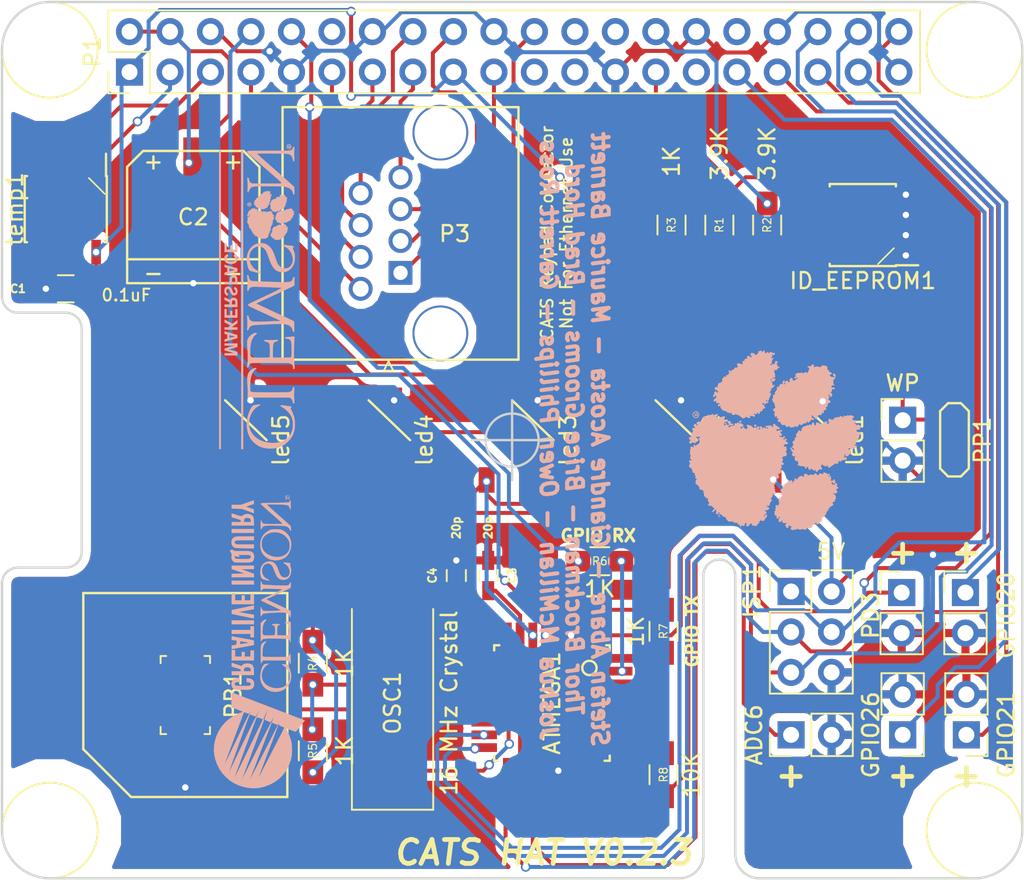
<source format=kicad_pcb>
(kicad_pcb (version 4) (host pcbnew 4.0.4-stable)

  (general
    (links 102)
    (no_connects 0)
    (area 79.650001 53.1 174.85 127.070001)
    (thickness 1.6)
    (drawings 63)
    (tracks 491)
    (zones 0)
    (modules 39)
    (nets 63)
  )

  (page A4)
  (layers
    (0 F.Cu signal)
    (31 B.Cu signal)
    (32 B.Adhes user hide)
    (33 F.Adhes user hide)
    (34 B.Paste user hide)
    (35 F.Paste user hide)
    (36 B.SilkS user)
    (37 F.SilkS user)
    (38 B.Mask user hide)
    (39 F.Mask user hide)
    (40 Dwgs.User user hide)
    (41 Cmts.User user hide)
    (42 Eco1.User user hide)
    (43 Eco2.User user hide)
    (44 Edge.Cuts user)
    (45 Margin user hide)
    (46 B.CrtYd user hide)
    (47 F.CrtYd user hide)
    (48 B.Fab user hide)
    (49 F.Fab user hide)
  )

  (setup
    (last_trace_width 0.25)
    (trace_clearance 0.2)
    (zone_clearance 0.508)
    (zone_45_only yes)
    (trace_min 0.2)
    (segment_width 0.15)
    (edge_width 0.15)
    (via_size 0.6)
    (via_drill 0.4)
    (via_min_size 0.4)
    (via_min_drill 0.3)
    (uvia_size 0.3)
    (uvia_drill 0.1)
    (uvias_allowed no)
    (uvia_min_size 0.2)
    (uvia_min_drill 0.1)
    (pcb_text_width 0.3)
    (pcb_text_size 1.5 1.5)
    (mod_edge_width 0.15)
    (mod_text_size 1 1)
    (mod_text_width 0.15)
    (pad_size 2 2.6)
    (pad_drill 1.2)
    (pad_to_mask_clearance 0.2)
    (aux_axis_origin 155 65)
    (visible_elements 7FFFFE7F)
    (pcbplotparams
      (layerselection 0x00030_80000001)
      (usegerberextensions false)
      (excludeedgelayer true)
      (linewidth 0.100000)
      (plotframeref false)
      (viasonmask false)
      (mode 1)
      (useauxorigin false)
      (hpglpennumber 1)
      (hpglpenspeed 20)
      (hpglpendiameter 15)
      (hpglpenoverlay 2)
      (psnegative false)
      (psa4output false)
      (plotreference true)
      (plotvalue true)
      (plotinvisibletext false)
      (padsonsilk false)
      (subtractmaskfromsilk false)
      (outputformat 1)
      (mirror false)
      (drillshape 1)
      (scaleselection 1)
      (outputdirectory ""))
  )

  (net 0 "")
  (net 1 +3V3)
  (net 2 GND)
  (net 3 +5V)
  (net 4 /GPIO2)
  (net 5 /GPIO3)
  (net 6 /GPIO4)
  (net 7 /GPIO17)
  (net 8 /GPIO27)
  (net 9 /GPIO22)
  (net 10 /GPIO23)
  (net 11 /GPIO24)
  (net 12 /GPIO10)
  (net 13 /GPIO25)
  (net 14 /ID_SD)
  (net 15 /ID_SC)
  (net 16 /GPIO6)
  (net 17 /GPIO13)
  (net 18 /GPIO19)
  (net 19 /GPIO16)
  (net 20 /GPIO26)
  (net 21 /GPIO20)
  (net 22 /GPIO21)
  (net 23 "Net-(ID_EEPROM1-Pad7)")
  (net 24 "Net-(temp1-Pad3)")
  (net 25 /PD3)
  (net 26 "Net-(ATMEGA1-Pad2)")
  (net 27 "Net-(ATMEGA1-Pad7)")
  (net 28 "Net-(ATMEGA1-Pad8)")
  (net 29 "Net-(ATMEGA1-Pad9)")
  (net 30 /PD6)
  (net 31 "Net-(ATMEGA1-Pad11)")
  (net 32 "Net-(ATMEGA1-Pad12)")
  (net 33 /PB1)
  (net 34 "Net-(ATMEGA1-Pad14)")
  (net 35 /ADC6)
  (net 36 "Net-(ATMEGA1-Pad22)")
  (net 37 "Net-(ATMEGA1-Pad23)")
  (net 38 "Net-(ATMEGA1-Pad24)")
  (net 39 "Net-(ATMEGA1-Pad25)")
  (net 40 "Net-(ATMEGA1-Pad26)")
  (net 41 "Net-(ATMEGA1-Pad27)")
  (net 42 "Net-(ATMEGA1-Pad28)")
  (net 43 "Net-(ATMEGA1-Pad29)")
  (net 44 "Net-(ATMEGA1-Pad30)")
  (net 45 "Net-(ATMEGA1-Pad31)")
  (net 46 "Net-(ATMEGA1-Pad32)")
  (net 47 /UART_TXD)
  (net 48 "Net-(ATMEGA1-Pad10)")
  (net 49 "Net-(ATMEGA1-Pad20)")
  (net 50 "Net-(led1-PadDOUT)")
  (net 51 "Net-(led2-PadDOUT)")
  (net 52 "Net-(led3-PadDOUT)")
  (net 53 "Net-(led4-PadDOUT)")
  (net 54 "Net-(led5-PadDOUT)")
  (net 55 "Net-(P1-Pad12)")
  (net 56 "Net-(P1-Pad21)")
  (net 57 "Net-(P1-Pad23)")
  (net 58 "Net-(P1-Pad24)")
  (net 59 "Net-(P1-Pad26)")
  (net 60 "Net-(P1-Pad29)")
  (net 61 "Net-(P1-Pad32)")
  (net 62 /UART_RXD)

  (net_class Default "This is the default net class."
    (clearance 0.2)
    (trace_width 0.25)
    (via_dia 0.6)
    (via_drill 0.4)
    (uvia_dia 0.3)
    (uvia_drill 0.1)
    (add_net +3V3)
    (add_net +5V)
    (add_net /ADC6)
    (add_net /GPIO10)
    (add_net /GPIO13)
    (add_net /GPIO16)
    (add_net /GPIO17)
    (add_net /GPIO19)
    (add_net /GPIO2)
    (add_net /GPIO20)
    (add_net /GPIO21)
    (add_net /GPIO22)
    (add_net /GPIO23)
    (add_net /GPIO24)
    (add_net /GPIO25)
    (add_net /GPIO26)
    (add_net /GPIO27)
    (add_net /GPIO3)
    (add_net /GPIO4)
    (add_net /GPIO6)
    (add_net /ID_SC)
    (add_net /ID_SD)
    (add_net /PB1)
    (add_net /PD3)
    (add_net /PD6)
    (add_net /UART_RXD)
    (add_net /UART_TXD)
    (add_net GND)
    (add_net "Net-(ATMEGA1-Pad10)")
    (add_net "Net-(ATMEGA1-Pad11)")
    (add_net "Net-(ATMEGA1-Pad12)")
    (add_net "Net-(ATMEGA1-Pad14)")
    (add_net "Net-(ATMEGA1-Pad2)")
    (add_net "Net-(ATMEGA1-Pad20)")
    (add_net "Net-(ATMEGA1-Pad22)")
    (add_net "Net-(ATMEGA1-Pad23)")
    (add_net "Net-(ATMEGA1-Pad24)")
    (add_net "Net-(ATMEGA1-Pad25)")
    (add_net "Net-(ATMEGA1-Pad26)")
    (add_net "Net-(ATMEGA1-Pad27)")
    (add_net "Net-(ATMEGA1-Pad28)")
    (add_net "Net-(ATMEGA1-Pad29)")
    (add_net "Net-(ATMEGA1-Pad30)")
    (add_net "Net-(ATMEGA1-Pad31)")
    (add_net "Net-(ATMEGA1-Pad32)")
    (add_net "Net-(ATMEGA1-Pad7)")
    (add_net "Net-(ATMEGA1-Pad8)")
    (add_net "Net-(ATMEGA1-Pad9)")
    (add_net "Net-(ID_EEPROM1-Pad7)")
    (add_net "Net-(P1-Pad12)")
    (add_net "Net-(P1-Pad21)")
    (add_net "Net-(P1-Pad23)")
    (add_net "Net-(P1-Pad24)")
    (add_net "Net-(P1-Pad26)")
    (add_net "Net-(P1-Pad29)")
    (add_net "Net-(P1-Pad32)")
    (add_net "Net-(led1-PadDOUT)")
    (add_net "Net-(led2-PadDOUT)")
    (add_net "Net-(led3-PadDOUT)")
    (add_net "Net-(led4-PadDOUT)")
    (add_net "Net-(led5-PadDOUT)")
    (add_net "Net-(temp1-Pad3)")
  )

  (module .pretty:Keypad_Ethernet (layer F.Cu) (tedit 5945996E) (tstamp 5941BD16)
    (at 119 79 90)
    (descr "JST J2100 series connector, dual row, center locking, S08B-J21DK-GG, side entry type, through hole")
    (tags "connector jst j2100 horizontal")
    (path /5888C29C)
    (fp_text reference P3 (at 2.45 3.4 180) (layer F.SilkS)
      (effects (font (size 1 1) (thickness 0.15)))
    )
    (fp_text value CONN_01X08 (at 2.7 6.3 90) (layer F.Fab) hide
      (effects (font (size 1 1) (thickness 0.15)))
    )
    (fp_line (start -5.45 -7.4) (end 10.4 -7.4) (layer F.SilkS) (width 0.15))
    (fp_line (start 10.4 -7.4) (end 10.4 7.4) (layer F.SilkS) (width 0.15))
    (fp_line (start -5.45 7.4) (end 10.4 7.4) (layer F.SilkS) (width 0.15))
    (fp_line (start -5.45 -7.4) (end -5.45 7.4) (layer F.SilkS) (width 0.15))
    (fp_line (start -5.55 7.5) (end 10.5 7.5) (layer F.Fab) (width 0.15))
    (fp_line (start 10.5 -7.5) (end 10.5 7.5) (layer F.Fab) (width 0.15))
    (fp_line (start -5.55 -7.5) (end 10.5 -7.5) (layer F.Fab) (width 0.15))
    (fp_line (start -5.55 -7.5) (end -5.55 7.5) (layer F.Fab) (width 0.15))
    (fp_line (start -5.55 -0.75) (end -6.15 -0.45) (layer F.SilkS) (width 0.12))
    (fp_line (start -6.15 -0.45) (end -6.15 -1.05) (layer F.SilkS) (width 0.12))
    (fp_line (start -6.15 -1.05) (end -5.55 -0.75) (layer F.SilkS) (width 0.12))
    (fp_line (start -5.55 -0.75) (end -6.15 -0.45) (layer F.Fab) (width 0.1))
    (fp_line (start -6.15 -0.45) (end -6.15 -1.05) (layer F.Fab) (width 0.1))
    (fp_line (start -6.15 -1.05) (end -5.55 -0.75) (layer F.Fab) (width 0.1))
    (fp_text user %R (at 2.45 -5.5 90) (layer F.Fab) hide
      (effects (font (size 1 1) (thickness 0.15)))
    )
    (pad 1 thru_hole rect (at 0 0 90) (size 1.5 1.5) (drill 0.9) (layers *.Cu *.Mask)
      (net 13 /GPIO25))
    (pad 3 thru_hole circle (at 2 0 90) (size 1.5 1.5) (drill 1) (layers *.Cu *.Mask)
      (net 12 /GPIO10))
    (pad 5 thru_hole circle (at 4 0 90) (size 1.5 1.5) (drill 1) (layers *.Cu *.Mask)
      (net 11 /GPIO24))
    (pad 7 thru_hole circle (at 6 0 90) (size 1.5 1.5) (drill 1) (layers *.Cu *.Mask)
      (net 9 /GPIO22))
    (pad 2 thru_hole circle (at -1 -2.5 90) (size 1.5 1.5) (drill 1) (layers *.Cu *.Mask)
      (net 6 /GPIO4))
    (pad 4 thru_hole circle (at 1 -2.5 90) (size 1.5 1.5) (drill 1) (layers *.Cu *.Mask)
      (net 7 /GPIO17))
    (pad 6 thru_hole circle (at 3 -2.5 90) (size 1.5 1.5) (drill 1) (layers *.Cu *.Mask)
      (net 8 /GPIO27))
    (pad 8 thru_hole circle (at 5 -2.5 90) (size 1.5 1.5) (drill 1) (layers *.Cu *.Mask)
      (net 10 /GPIO23))
    (pad "" thru_hole circle (at -3.8 2.5 90) (size 3.5 3.5) (drill 3.25) (layers *.Cu *.Mask))
    (pad "" thru_hole circle (at 8.8 2.5 90) (size 3.5 3.5) (drill 3.25) (layers *.Cu *.Mask))
    (model Connectors_JST.3dshapes/JST_J2100_S08B-J21DK-GG_2x04x2.50mm_Angled.wrl
      (at (xyz 0 0 0))
      (scale (xyz 1 1 1))
      (rotate (xyz 0 0 0))
    )
  )

  (module Housings_SOIC:SOIC-8_3.9x4.9mm_Pitch1.27mm (layer F.Cu) (tedit 59482FB8) (tstamp 5944E8F4)
    (at 98 75 270)
    (descr "8-Lead Plastic Small Outline (SN) - Narrow, 3.90 mm Body [SOIC] (see Microchip Packaging Specification 00000049BS.pdf)")
    (tags "SOIC 1.27")
    (path /5889D819)
    (attr smd)
    (fp_text reference temp1 (at 0 3.2 270) (layer F.SilkS)
      (effects (font (size 1 1) (thickness 0.15)))
    )
    (fp_text value LM75BD (at 0 3.5 270) (layer F.Fab) hide
      (effects (font (size 1 1) (thickness 0.15)))
    )
    (fp_text user %R (at 0 0 270) (layer F.Fab) hide
      (effects (font (size 1 1) (thickness 0.15)))
    )
    (fp_line (start -0.95 -2.45) (end 1.95 -2.45) (layer F.Fab) (width 0.1))
    (fp_line (start 1.95 -2.45) (end 1.95 2.45) (layer F.Fab) (width 0.1))
    (fp_line (start 1.95 2.45) (end -1.95 2.45) (layer F.Fab) (width 0.1))
    (fp_line (start -1.95 2.45) (end -1.95 -1.45) (layer F.Fab) (width 0.1))
    (fp_line (start -1.95 -1.45) (end -0.95 -2.45) (layer F.SilkS) (width 0.1))
    (fp_line (start -3.73 -2.7) (end -3.73 2.7) (layer F.CrtYd) (width 0.05))
    (fp_line (start 3.73 -2.7) (end 3.73 2.7) (layer F.CrtYd) (width 0.05))
    (fp_line (start -3.73 -2.7) (end 3.73 -2.7) (layer F.CrtYd) (width 0.05))
    (fp_line (start -3.73 2.7) (end 3.73 2.7) (layer F.CrtYd) (width 0.05))
    (fp_line (start -2.075 -2.575) (end -2.075 -2.525) (layer F.SilkS) (width 0.15))
    (fp_line (start 2.075 -2.575) (end 2.075 -2.43) (layer F.SilkS) (width 0.15))
    (fp_line (start 2.075 2.575) (end 2.075 2.43) (layer F.SilkS) (width 0.15))
    (fp_line (start -2.075 2.575) (end -2.075 2.43) (layer F.SilkS) (width 0.15))
    (fp_line (start -2.075 -2.575) (end 2.075 -2.575) (layer F.SilkS) (width 0.15))
    (fp_line (start -2.075 2.575) (end 2.075 2.575) (layer F.SilkS) (width 0.15))
    (fp_line (start -2.075 -2.525) (end -3.475 -2.525) (layer F.SilkS) (width 0.15))
    (pad 1 smd rect (at -2.7 -1.905 270) (size 1.55 0.6) (layers F.Cu F.Paste F.Mask)
      (net 4 /GPIO2))
    (pad 2 smd rect (at -2.7 -0.635 270) (size 1.55 0.6) (layers F.Cu F.Paste F.Mask)
      (net 5 /GPIO3))
    (pad 3 smd rect (at -2.7 0.635 270) (size 1.55 0.6) (layers F.Cu F.Paste F.Mask)
      (net 24 "Net-(temp1-Pad3)"))
    (pad 4 smd rect (at -2.7 1.905 270) (size 1.55 0.6) (layers F.Cu F.Paste F.Mask)
      (net 2 GND))
    (pad 5 smd rect (at 2.7 1.905 270) (size 1.55 0.6) (layers F.Cu F.Paste F.Mask)
      (net 2 GND))
    (pad 6 smd rect (at 2.7 0.635 270) (size 1.55 0.6) (layers F.Cu F.Paste F.Mask)
      (net 2 GND))
    (pad 7 smd rect (at 2.7 -0.635 270) (size 1.55 0.6) (layers F.Cu F.Paste F.Mask)
      (net 2 GND))
    (pad 8 smd rect (at 2.7 -1.905 270) (size 1.55 0.6) (layers F.Cu F.Paste F.Mask)
      (net 1 +3V3))
    (model Housings_SOIC.3dshapes/SOIC-8_3.9x4.9mm_Pitch1.27mm.wrl
      (at (xyz 0 0 0))
      (scale (xyz 1 1 1))
      (rotate (xyz 0 0 0))
    )
  )

  (module Housings_SOIC:SOIC-8_3.9x4.9mm_Pitch1.27mm (layer F.Cu) (tedit 594598EB) (tstamp 5945092D)
    (at 148 76 180)
    (descr "8-Lead Plastic Small Outline (SN) - Narrow, 3.90 mm Body [SOIC] (see Microchip Packaging Specification 00000049BS.pdf)")
    (tags "SOIC 1.27")
    (path /58887B87)
    (attr smd)
    (fp_text reference ID_EEPROM1 (at 0 -3.5 180) (layer F.SilkS)
      (effects (font (size 1 1) (thickness 0.15)))
    )
    (fp_text value CAT24C32 (at 0 3.5 180) (layer F.Fab) hide
      (effects (font (size 1 1) (thickness 0.15)))
    )
    (fp_text user %R (at 0 0 180) (layer F.Fab) hide
      (effects (font (size 1 1) (thickness 0.15)))
    )
    (fp_line (start -0.95 -2.45) (end 1.95 -2.45) (layer F.Fab) (width 0.1))
    (fp_line (start 1.95 -2.45) (end 1.95 2.45) (layer F.Fab) (width 0.1))
    (fp_line (start 1.95 2.45) (end -1.95 2.45) (layer F.Fab) (width 0.1))
    (fp_line (start -1.95 2.45) (end -1.95 -1.45) (layer F.Fab) (width 0.1))
    (fp_line (start -1.95 -1.45) (end -0.95 -2.45) (layer F.SilkS) (width 0.1))
    (fp_line (start -3.73 -2.7) (end -3.73 2.7) (layer F.CrtYd) (width 0.05))
    (fp_line (start 3.73 -2.7) (end 3.73 2.7) (layer F.CrtYd) (width 0.05))
    (fp_line (start -3.73 -2.7) (end 3.73 -2.7) (layer F.CrtYd) (width 0.05))
    (fp_line (start -3.73 2.7) (end 3.73 2.7) (layer F.CrtYd) (width 0.05))
    (fp_line (start -2.075 -2.575) (end -2.075 -2.525) (layer F.SilkS) (width 0.15))
    (fp_line (start 2.075 -2.575) (end 2.075 -2.43) (layer F.SilkS) (width 0.15))
    (fp_line (start 2.075 2.575) (end 2.075 2.43) (layer F.SilkS) (width 0.15))
    (fp_line (start -2.075 2.575) (end -2.075 2.43) (layer F.SilkS) (width 0.15))
    (fp_line (start -2.075 -2.575) (end 2.075 -2.575) (layer F.SilkS) (width 0.15))
    (fp_line (start -2.075 2.575) (end 2.075 2.575) (layer F.SilkS) (width 0.15))
    (fp_line (start -2.075 -2.525) (end -3.475 -2.525) (layer F.SilkS) (width 0.15))
    (pad 1 smd rect (at -2.7 -1.905 180) (size 1.55 0.6) (layers F.Cu F.Paste F.Mask)
      (net 2 GND))
    (pad 2 smd rect (at -2.7 -0.635 180) (size 1.55 0.6) (layers F.Cu F.Paste F.Mask)
      (net 2 GND))
    (pad 3 smd rect (at -2.7 0.635 180) (size 1.55 0.6) (layers F.Cu F.Paste F.Mask)
      (net 2 GND))
    (pad 4 smd rect (at -2.7 1.905 180) (size 1.55 0.6) (layers F.Cu F.Paste F.Mask)
      (net 2 GND))
    (pad 5 smd rect (at 2.7 1.905 180) (size 1.55 0.6) (layers F.Cu F.Paste F.Mask)
      (net 14 /ID_SD))
    (pad 6 smd rect (at 2.7 0.635 180) (size 1.55 0.6) (layers F.Cu F.Paste F.Mask)
      (net 15 /ID_SC))
    (pad 7 smd rect (at 2.7 -0.635 180) (size 1.55 0.6) (layers F.Cu F.Paste F.Mask)
      (net 23 "Net-(ID_EEPROM1-Pad7)"))
    (pad 8 smd rect (at 2.7 -1.905 180) (size 1.55 0.6) (layers F.Cu F.Paste F.Mask)
      (net 1 +3V3))
    (model Housings_SOIC.3dshapes/SOIC-8_3.9x4.9mm_Pitch1.27mm.wrl
      (at (xyz 0 0 0))
      (scale (xyz 1 1 1))
      (rotate (xyz 0 0 0))
    )
  )

  (module .pretty:ATMEGA328P (layer F.Cu) (tedit 59459B36) (tstamp 592B0D9C)
    (at 128.5 106 270)
    (descr "32-Lead Plastic Thin Quad Flatpack (PT) - 7x7x1.0 mm Body, 2.00 mm [TQFP] (see Microchip Packaging Specification 00000049BS.pdf)")
    (tags "QFP 0.8")
    (path /592A9003)
    (attr smd)
    (fp_text reference ATMEGA1 (at 0 0 270) (layer F.SilkS)
      (effects (font (size 1 1) (thickness 0.15)))
    )
    (fp_text value ATMEGA328P-A (at 0 6.05 270) (layer F.Fab) hide
      (effects (font (size 1 1) (thickness 0.15)))
    )
    (fp_circle (center -2.2 -2.35) (end -1.75 -2.35) (layer F.SilkS) (width 0.15))
    (fp_text user %R (at 0 0 270) (layer F.Fab) hide
      (effects (font (size 1 1) (thickness 0.15)))
    )
    (fp_line (start -2.5 -3.5) (end 3.5 -3.5) (layer F.Fab) (width 0.15))
    (fp_line (start 3.5 -3.5) (end 3.5 3.5) (layer F.Fab) (width 0.15))
    (fp_line (start 3.5 3.5) (end -3.5 3.5) (layer F.Fab) (width 0.15))
    (fp_line (start -3.5 3.5) (end -3.5 -2.5) (layer F.Fab) (width 0.15))
    (fp_line (start -3.5 -2.5) (end -2.5 -3.5) (layer F.Fab) (width 0.15))
    (fp_line (start -5.3 -5.3) (end -5.3 5.3) (layer F.CrtYd) (width 0.05))
    (fp_line (start 5.3 -5.3) (end 5.3 5.3) (layer F.CrtYd) (width 0.05))
    (fp_line (start -5.3 -5.3) (end 5.3 -5.3) (layer F.CrtYd) (width 0.05))
    (fp_line (start -5.3 5.3) (end 5.3 5.3) (layer F.CrtYd) (width 0.05))
    (fp_line (start -3.625 -3.625) (end -3.625 -3.4) (layer F.SilkS) (width 0.15))
    (fp_line (start 3.625 -3.625) (end 3.625 -3.3) (layer F.SilkS) (width 0.15))
    (fp_line (start 3.625 3.625) (end 3.625 3.3) (layer F.SilkS) (width 0.15))
    (fp_line (start -3.625 3.625) (end -3.625 3.3) (layer F.SilkS) (width 0.15))
    (fp_line (start -3.625 -3.625) (end -3.3 -3.625) (layer F.SilkS) (width 0.15))
    (fp_line (start -3.625 3.625) (end -3.3 3.625) (layer F.SilkS) (width 0.15))
    (fp_line (start 3.625 3.625) (end 3.3 3.625) (layer F.SilkS) (width 0.15))
    (fp_line (start 3.625 -3.625) (end 3.3 -3.625) (layer F.SilkS) (width 0.15))
    (pad 1 smd rect (at -4.25 -2.8 270) (size 1.6 0.55) (layers F.Cu F.Paste F.Mask)
      (net 25 /PD3))
    (pad 2 smd rect (at -4.25 -2 270) (size 1.6 0.55) (layers F.Cu F.Paste F.Mask)
      (net 26 "Net-(ATMEGA1-Pad2)"))
    (pad 3 smd rect (at -4.25 -1.2 270) (size 1.6 0.55) (layers F.Cu F.Paste F.Mask)
      (net 2 GND))
    (pad 4 smd rect (at -4.25 -0.4 270) (size 1.6 0.55) (layers F.Cu F.Paste F.Mask)
      (net 3 +5V))
    (pad 5 smd rect (at -4.25 0.4 270) (size 1.6 0.55) (layers F.Cu F.Paste F.Mask)
      (net 2 GND))
    (pad 6 smd rect (at -4.25 1.2 270) (size 1.6 0.55) (layers F.Cu F.Paste F.Mask)
      (net 3 +5V))
    (pad 7 smd rect (at -4.25 2 270) (size 1.6 0.55) (layers F.Cu F.Paste F.Mask)
      (net 27 "Net-(ATMEGA1-Pad7)"))
    (pad 8 smd rect (at -4.25 2.8 270) (size 1.6 0.55) (layers F.Cu F.Paste F.Mask)
      (net 28 "Net-(ATMEGA1-Pad8)"))
    (pad 9 smd rect (at -2.8 4.25) (size 1.6 0.55) (layers F.Cu F.Paste F.Mask)
      (net 29 "Net-(ATMEGA1-Pad9)"))
    (pad 10 smd rect (at -2 4.25) (size 1.6 0.55) (layers F.Cu F.Paste F.Mask)
      (net 48 "Net-(ATMEGA1-Pad10)"))
    (pad 11 smd rect (at -1.2 4.25) (size 1.6 0.55) (layers F.Cu F.Paste F.Mask)
      (net 31 "Net-(ATMEGA1-Pad11)"))
    (pad 12 smd rect (at -0.4 4.25) (size 1.6 0.55) (layers F.Cu F.Paste F.Mask)
      (net 32 "Net-(ATMEGA1-Pad12)"))
    (pad 13 smd rect (at 0.4 4.25) (size 1.6 0.55) (layers F.Cu F.Paste F.Mask)
      (net 33 /PB1))
    (pad 14 smd rect (at 1.2 4.25) (size 1.6 0.55) (layers F.Cu F.Paste F.Mask)
      (net 34 "Net-(ATMEGA1-Pad14)"))
    (pad 15 smd rect (at 2 4.25) (size 1.6 0.55) (layers F.Cu F.Paste F.Mask)
      (net 16 /GPIO6))
    (pad 16 smd rect (at 2.8 4.25) (size 1.6 0.55) (layers F.Cu F.Paste F.Mask)
      (net 17 /GPIO13))
    (pad 17 smd rect (at 4.25 2.8 270) (size 1.6 0.55) (layers F.Cu F.Paste F.Mask)
      (net 18 /GPIO19))
    (pad 18 smd rect (at 4.25 2 270) (size 1.6 0.55) (layers F.Cu F.Paste F.Mask)
      (net 3 +5V))
    (pad 19 smd rect (at 4.25 1.2 270) (size 1.6 0.55) (layers F.Cu F.Paste F.Mask)
      (net 35 /ADC6))
    (pad 20 smd rect (at 4.25 0.4 270) (size 1.6 0.55) (layers F.Cu F.Paste F.Mask)
      (net 49 "Net-(ATMEGA1-Pad20)"))
    (pad 21 smd rect (at 4.25 -0.4 270) (size 1.6 0.55) (layers F.Cu F.Paste F.Mask)
      (net 2 GND))
    (pad 22 smd rect (at 4.25 -1.2 270) (size 1.6 0.55) (layers F.Cu F.Paste F.Mask)
      (net 36 "Net-(ATMEGA1-Pad22)"))
    (pad 23 smd rect (at 4.25 -2 270) (size 1.6 0.55) (layers F.Cu F.Paste F.Mask)
      (net 37 "Net-(ATMEGA1-Pad23)"))
    (pad 24 smd rect (at 4.25 -2.8 270) (size 1.6 0.55) (layers F.Cu F.Paste F.Mask)
      (net 38 "Net-(ATMEGA1-Pad24)"))
    (pad 25 smd rect (at 2.8 -4.25) (size 1.6 0.55) (layers F.Cu F.Paste F.Mask)
      (net 39 "Net-(ATMEGA1-Pad25)"))
    (pad 26 smd rect (at 2 -4.25) (size 1.6 0.55) (layers F.Cu F.Paste F.Mask)
      (net 40 "Net-(ATMEGA1-Pad26)"))
    (pad 27 smd rect (at 1.2 -4.25) (size 1.6 0.55) (layers F.Cu F.Paste F.Mask)
      (net 41 "Net-(ATMEGA1-Pad27)"))
    (pad 28 smd rect (at 0.4 -4.25) (size 1.6 0.55) (layers F.Cu F.Paste F.Mask)
      (net 42 "Net-(ATMEGA1-Pad28)"))
    (pad 29 smd rect (at -0.4 -4.25) (size 1.6 0.55) (layers F.Cu F.Paste F.Mask)
      (net 43 "Net-(ATMEGA1-Pad29)"))
    (pad 30 smd rect (at -1.2 -4.25) (size 1.6 0.55) (layers F.Cu F.Paste F.Mask)
      (net 44 "Net-(ATMEGA1-Pad30)"))
    (pad 31 smd rect (at -2 -4.25) (size 1.6 0.55) (layers F.Cu F.Paste F.Mask)
      (net 45 "Net-(ATMEGA1-Pad31)"))
    (pad 32 smd rect (at -2.8 -4.25) (size 1.6 0.55) (layers F.Cu F.Paste F.Mask)
      (net 46 "Net-(ATMEGA1-Pad32)"))
    (model Housings_QFP.3dshapes/TQFP-32_7x7mm_Pitch0.8mm.wrl
      (at (xyz 0 0 0))
      (scale (xyz 1 1 1))
      (rotate (xyz 0 0 0))
    )
  )

  (module Capacitors_SMD:C_0805_HandSoldering (layer F.Cu) (tedit 59533B04) (tstamp 5944E804)
    (at 98 80 180)
    (descr "Capacitor SMD 0805, hand soldering")
    (tags "capacitor 0805")
    (path /58887E47)
    (attr smd)
    (fp_text reference C1 (at 3 0 180) (layer F.SilkS)
      (effects (font (size 0.5 0.5) (thickness 0.125)))
    )
    (fp_text value 0.1uF (at -3.8 -0.4 180) (layer F.SilkS)
      (effects (font (size 0.75 0.75) (thickness 0.125)))
    )
    (fp_text user %R (at 0 -1.75 180) (layer F.Fab) hide
      (effects (font (size 1 1) (thickness 0.15)))
    )
    (fp_line (start -1 0.62) (end -1 -0.62) (layer F.Fab) (width 0.1))
    (fp_line (start 1 0.62) (end -1 0.62) (layer F.Fab) (width 0.1))
    (fp_line (start 1 -0.62) (end 1 0.62) (layer F.Fab) (width 0.1))
    (fp_line (start -1 -0.62) (end 1 -0.62) (layer F.Fab) (width 0.1))
    (fp_line (start 0.5 -0.85) (end -0.5 -0.85) (layer F.SilkS) (width 0.12))
    (fp_line (start -0.5 0.85) (end 0.5 0.85) (layer F.SilkS) (width 0.12))
    (fp_line (start -2.25 -0.88) (end 2.25 -0.88) (layer F.CrtYd) (width 0.05))
    (fp_line (start -2.25 -0.88) (end -2.25 0.87) (layer F.CrtYd) (width 0.05))
    (fp_line (start 2.25 0.87) (end 2.25 -0.88) (layer F.CrtYd) (width 0.05))
    (fp_line (start 2.25 0.87) (end -2.25 0.87) (layer F.CrtYd) (width 0.05))
    (pad 1 smd rect (at -1.25 0 180) (size 1.5 1.25) (layers F.Cu F.Paste F.Mask)
      (net 1 +3V3))
    (pad 2 smd rect (at 1.25 0 180) (size 1.5 1.25) (layers F.Cu F.Paste F.Mask)
      (net 2 GND))
    (model Capacitors_SMD.3dshapes/C_0805.wrl
      (at (xyz 0 0 0))
      (scale (xyz 1 1 1))
      (rotate (xyz 0 0 0))
    )
  )

  (module Capacitors_SMD:C_0603_HandSoldering (layer F.Cu) (tedit 59459AB1) (tstamp 5944E810)
    (at 124.5 98 270)
    (descr "Capacitor SMD 0603, hand soldering")
    (tags "capacitor 0603")
    (path /592A4716)
    (attr smd)
    (fp_text reference C3 (at 0 -1.5 270) (layer F.SilkS)
      (effects (font (size 0.5 0.5) (thickness 0.125)))
    )
    (fp_text value 20p (at -3 0 270) (layer F.SilkS)
      (effects (font (size 0.5 0.5) (thickness 0.125)))
    )
    (fp_text user %R (at 0 -1.25 270) (layer F.Fab) hide
      (effects (font (size 1 1) (thickness 0.15)))
    )
    (fp_line (start -0.8 0.4) (end -0.8 -0.4) (layer F.Fab) (width 0.1))
    (fp_line (start 0.8 0.4) (end -0.8 0.4) (layer F.Fab) (width 0.1))
    (fp_line (start 0.8 -0.4) (end 0.8 0.4) (layer F.Fab) (width 0.1))
    (fp_line (start -0.8 -0.4) (end 0.8 -0.4) (layer F.Fab) (width 0.1))
    (fp_line (start -0.35 -0.6) (end 0.35 -0.6) (layer F.SilkS) (width 0.12))
    (fp_line (start 0.35 0.6) (end -0.35 0.6) (layer F.SilkS) (width 0.12))
    (fp_line (start -1.8 -0.65) (end 1.8 -0.65) (layer F.CrtYd) (width 0.05))
    (fp_line (start -1.8 -0.65) (end -1.8 0.65) (layer F.CrtYd) (width 0.05))
    (fp_line (start 1.8 0.65) (end 1.8 -0.65) (layer F.CrtYd) (width 0.05))
    (fp_line (start 1.8 0.65) (end -1.8 0.65) (layer F.CrtYd) (width 0.05))
    (pad 1 smd rect (at -0.95 0 270) (size 1.2 0.75) (layers F.Cu F.Paste F.Mask)
      (net 2 GND))
    (pad 2 smd rect (at 0.95 0 270) (size 1.2 0.75) (layers F.Cu F.Paste F.Mask)
      (net 27 "Net-(ATMEGA1-Pad7)"))
    (model Capacitors_SMD.3dshapes/C_0603.wrl
      (at (xyz 0 0 0))
      (scale (xyz 1 1 1))
      (rotate (xyz 0 0 0))
    )
  )

  (module Capacitors_SMD:C_0603_HandSoldering (layer F.Cu) (tedit 59459AA9) (tstamp 5944E816)
    (at 122.5 98 270)
    (descr "Capacitor SMD 0603, hand soldering")
    (tags "capacitor 0603")
    (path /592A4B4B)
    (attr smd)
    (fp_text reference C4 (at 0 1.5 270) (layer F.SilkS)
      (effects (font (size 0.5 0.5) (thickness 0.125)))
    )
    (fp_text value 20p (at -3 0 270) (layer F.SilkS)
      (effects (font (size 0.5 0.5) (thickness 0.125)))
    )
    (fp_text user %R (at 0 -1.25 270) (layer F.Fab) hide
      (effects (font (size 1 1) (thickness 0.15)))
    )
    (fp_line (start -0.8 0.4) (end -0.8 -0.4) (layer F.Fab) (width 0.1))
    (fp_line (start 0.8 0.4) (end -0.8 0.4) (layer F.Fab) (width 0.1))
    (fp_line (start 0.8 -0.4) (end 0.8 0.4) (layer F.Fab) (width 0.1))
    (fp_line (start -0.8 -0.4) (end 0.8 -0.4) (layer F.Fab) (width 0.1))
    (fp_line (start -0.35 -0.6) (end 0.35 -0.6) (layer F.SilkS) (width 0.12))
    (fp_line (start 0.35 0.6) (end -0.35 0.6) (layer F.SilkS) (width 0.12))
    (fp_line (start -1.8 -0.65) (end 1.8 -0.65) (layer F.CrtYd) (width 0.05))
    (fp_line (start -1.8 -0.65) (end -1.8 0.65) (layer F.CrtYd) (width 0.05))
    (fp_line (start 1.8 0.65) (end 1.8 -0.65) (layer F.CrtYd) (width 0.05))
    (fp_line (start 1.8 0.65) (end -1.8 0.65) (layer F.CrtYd) (width 0.05))
    (pad 1 smd rect (at -0.95 0 270) (size 1.2 0.75) (layers F.Cu F.Paste F.Mask)
      (net 2 GND))
    (pad 2 smd rect (at 0.95 0 270) (size 1.2 0.75) (layers F.Cu F.Paste F.Mask)
      (net 28 "Net-(ATMEGA1-Pad8)"))
    (model Capacitors_SMD.3dshapes/C_0603.wrl
      (at (xyz 0 0 0))
      (scale (xyz 1 1 1))
      (rotate (xyz 0 0 0))
    )
  )

  (module .pretty:Neo_RGB_LED locked (layer F.Cu) (tedit 5945988D) (tstamp 5944E834)
    (at 144 89.5 270)
    (descr http://www.cree.com/~/media/Files/Cree/LED-Components-and-Modules/HB/Data-Sheets/CLMVBFKA.pdf)
    (tags "LED Cree PLCC-4")
    (path /5893A761)
    (attr smd)
    (fp_text reference led1 (at 0 -3.5 450) (layer F.SilkS)
      (effects (font (size 1 1) (thickness 0.15)))
    )
    (fp_text value Neo_LED_RGB_IC (at 0 4 270) (layer F.Fab) hide
      (effects (font (size 1 1) (thickness 0.15)))
    )
    (fp_line (start 0 -2.6) (end -2.5 0) (layer F.SilkS) (width 0.15))
    (fp_line (start 3.75 -2.85) (end -3.75 -2.85) (layer F.CrtYd) (width 0.05))
    (fp_line (start 3.75 2.85) (end 3.75 -2.85) (layer F.CrtYd) (width 0.05))
    (fp_line (start -3.75 2.85) (end 3.75 2.85) (layer F.CrtYd) (width 0.05))
    (fp_line (start -3.75 -2.85) (end -3.75 2.85) (layer F.CrtYd) (width 0.05))
    (fp_line (start -1.5 -2.5) (end -2.5 -1.5) (layer F.Fab) (width 0.1))
    (fp_line (start -2.5 -2.5) (end -2.5 2.5) (layer F.Fab) (width 0.1))
    (fp_line (start -2.5 2.5) (end 2.5 2.5) (layer F.Fab) (width 0.1))
    (fp_line (start 2.5 2.5) (end 2.5 -2.5) (layer F.Fab) (width 0.1))
    (fp_line (start 2.5 -2.5) (end -2.5 -2.5) (layer F.Fab) (width 0.1))
    (fp_circle (center 0 0) (end 0 -2) (layer F.Fab) (width 0.1))
    (pad VDD smd rect (at 2.5 1.6 270) (size 1.6 1) (layers F.Cu F.Paste F.Mask)
      (net 3 +5V))
    (pad DOUT smd rect (at 2.5 -1.6 270) (size 1.6 1) (layers F.Cu F.Paste F.Mask)
      (net 50 "Net-(led1-PadDOUT)"))
    (pad DIN smd rect (at -2.5 1.6 270) (size 1.6 1) (layers F.Cu F.Paste F.Mask)
      (net 30 /PD6))
    (pad VSS smd rect (at -2.5 -1.6 270) (size 1.6 1) (layers F.Cu F.Paste F.Mask)
      (net 2 GND))
    (model LEDs.3dshapes/LED_Cree-PLCC4.wrl
      (at (xyz 0 0 0))
      (scale (xyz 0.39 0.39 0.39))
      (rotate (xyz 0 0 0))
    )
  )

  (module .pretty:Neo_RGB_LED locked (layer F.Cu) (tedit 59459897) (tstamp 5944E83C)
    (at 135 89.5 270)
    (descr http://www.cree.com/~/media/Files/Cree/LED-Components-and-Modules/HB/Data-Sheets/CLMVBFKA.pdf)
    (tags "LED Cree PLCC-4")
    (path /5944C5EA)
    (attr smd)
    (fp_text reference led2 (at 0 -3.5 270) (layer F.SilkS)
      (effects (font (size 1 1) (thickness 0.15)))
    )
    (fp_text value Neo_LED_RGB_IC (at 0 4 270) (layer F.Fab) hide
      (effects (font (size 1 1) (thickness 0.15)))
    )
    (fp_line (start 0 -2.6) (end -2.5 0) (layer F.SilkS) (width 0.15))
    (fp_line (start 3.75 -2.85) (end -3.75 -2.85) (layer F.CrtYd) (width 0.05))
    (fp_line (start 3.75 2.85) (end 3.75 -2.85) (layer F.CrtYd) (width 0.05))
    (fp_line (start -3.75 2.85) (end 3.75 2.85) (layer F.CrtYd) (width 0.05))
    (fp_line (start -3.75 -2.85) (end -3.75 2.85) (layer F.CrtYd) (width 0.05))
    (fp_line (start -1.5 -2.5) (end -2.5 -1.5) (layer F.Fab) (width 0.1))
    (fp_line (start -2.5 -2.5) (end -2.5 2.5) (layer F.Fab) (width 0.1))
    (fp_line (start -2.5 2.5) (end 2.5 2.5) (layer F.Fab) (width 0.1))
    (fp_line (start 2.5 2.5) (end 2.5 -2.5) (layer F.Fab) (width 0.1))
    (fp_line (start 2.5 -2.5) (end -2.5 -2.5) (layer F.Fab) (width 0.1))
    (fp_circle (center 0 0) (end 0 -2) (layer F.Fab) (width 0.1))
    (pad VDD smd rect (at 2.5 1.6 270) (size 1.6 1) (layers F.Cu F.Paste F.Mask)
      (net 3 +5V))
    (pad DOUT smd rect (at 2.5 -1.6 270) (size 1.6 1) (layers F.Cu F.Paste F.Mask)
      (net 51 "Net-(led2-PadDOUT)"))
    (pad DIN smd rect (at -2.5 1.6 270) (size 1.6 1) (layers F.Cu F.Paste F.Mask)
      (net 50 "Net-(led1-PadDOUT)"))
    (pad VSS smd rect (at -2.5 -1.6 270) (size 1.6 1) (layers F.Cu F.Paste F.Mask)
      (net 2 GND))
    (model LEDs.3dshapes/LED_Cree-PLCC4.wrl
      (at (xyz 0 0 0))
      (scale (xyz 0.39 0.39 0.39))
      (rotate (xyz 0 0 0))
    )
  )

  (module .pretty:Neo_RGB_LED locked (layer F.Cu) (tedit 594598A6) (tstamp 5944E844)
    (at 126 89.5 270)
    (descr http://www.cree.com/~/media/Files/Cree/LED-Components-and-Modules/HB/Data-Sheets/CLMVBFKA.pdf)
    (tags "LED Cree PLCC-4")
    (path /5944CA5F)
    (attr smd)
    (fp_text reference led3 (at 0 -3.5 270) (layer F.SilkS)
      (effects (font (size 1 1) (thickness 0.15)))
    )
    (fp_text value Neo_LED_RGB_IC (at 0 4 270) (layer F.Fab) hide
      (effects (font (size 1 1) (thickness 0.15)))
    )
    (fp_line (start 0 -2.6) (end -2.5 0) (layer F.SilkS) (width 0.15))
    (fp_line (start 3.75 -2.85) (end -3.75 -2.85) (layer F.CrtYd) (width 0.05))
    (fp_line (start 3.75 2.85) (end 3.75 -2.85) (layer F.CrtYd) (width 0.05))
    (fp_line (start -3.75 2.85) (end 3.75 2.85) (layer F.CrtYd) (width 0.05))
    (fp_line (start -3.75 -2.85) (end -3.75 2.85) (layer F.CrtYd) (width 0.05))
    (fp_line (start -1.5 -2.5) (end -2.5 -1.5) (layer F.Fab) (width 0.1))
    (fp_line (start -2.5 -2.5) (end -2.5 2.5) (layer F.Fab) (width 0.1))
    (fp_line (start -2.5 2.5) (end 2.5 2.5) (layer F.Fab) (width 0.1))
    (fp_line (start 2.5 2.5) (end 2.5 -2.5) (layer F.Fab) (width 0.1))
    (fp_line (start 2.5 -2.5) (end -2.5 -2.5) (layer F.Fab) (width 0.1))
    (fp_circle (center 0 0) (end 0 -2) (layer F.Fab) (width 0.1))
    (pad VDD smd rect (at 2.5 1.6 270) (size 1.6 1) (layers F.Cu F.Paste F.Mask)
      (net 3 +5V))
    (pad DOUT smd rect (at 2.5 -1.6 270) (size 1.6 1) (layers F.Cu F.Paste F.Mask)
      (net 52 "Net-(led3-PadDOUT)"))
    (pad DIN smd rect (at -2.5 1.6 270) (size 1.6 1) (layers F.Cu F.Paste F.Mask)
      (net 51 "Net-(led2-PadDOUT)"))
    (pad VSS smd rect (at -2.5 -1.6 270) (size 1.6 1) (layers F.Cu F.Paste F.Mask)
      (net 2 GND))
    (model LEDs.3dshapes/LED_Cree-PLCC4.wrl
      (at (xyz 0 0 0))
      (scale (xyz 0.39 0.39 0.39))
      (rotate (xyz 0 0 0))
    )
  )

  (module .pretty:Neo_RGB_LED locked (layer F.Cu) (tedit 594598AA) (tstamp 5944E84C)
    (at 117 89.5 270)
    (descr http://www.cree.com/~/media/Files/Cree/LED-Components-and-Modules/HB/Data-Sheets/CLMVBFKA.pdf)
    (tags "LED Cree PLCC-4")
    (path /5944CAE1)
    (attr smd)
    (fp_text reference led4 (at 0 -3.5 270) (layer F.SilkS)
      (effects (font (size 1 1) (thickness 0.15)))
    )
    (fp_text value Neo_LED_RGB_IC (at 0 4 270) (layer F.Fab) hide
      (effects (font (size 1 1) (thickness 0.15)))
    )
    (fp_line (start 0 -2.6) (end -2.5 0) (layer F.SilkS) (width 0.15))
    (fp_line (start 3.75 -2.85) (end -3.75 -2.85) (layer F.CrtYd) (width 0.05))
    (fp_line (start 3.75 2.85) (end 3.75 -2.85) (layer F.CrtYd) (width 0.05))
    (fp_line (start -3.75 2.85) (end 3.75 2.85) (layer F.CrtYd) (width 0.05))
    (fp_line (start -3.75 -2.85) (end -3.75 2.85) (layer F.CrtYd) (width 0.05))
    (fp_line (start -1.5 -2.5) (end -2.5 -1.5) (layer F.Fab) (width 0.1))
    (fp_line (start -2.5 -2.5) (end -2.5 2.5) (layer F.Fab) (width 0.1))
    (fp_line (start -2.5 2.5) (end 2.5 2.5) (layer F.Fab) (width 0.1))
    (fp_line (start 2.5 2.5) (end 2.5 -2.5) (layer F.Fab) (width 0.1))
    (fp_line (start 2.5 -2.5) (end -2.5 -2.5) (layer F.Fab) (width 0.1))
    (fp_circle (center 0 0) (end 0 -2) (layer F.Fab) (width 0.1))
    (pad VDD smd rect (at 2.5 1.6 270) (size 1.6 1) (layers F.Cu F.Paste F.Mask)
      (net 3 +5V))
    (pad DOUT smd rect (at 2.5 -1.6 270) (size 1.6 1) (layers F.Cu F.Paste F.Mask)
      (net 53 "Net-(led4-PadDOUT)"))
    (pad DIN smd rect (at -2.5 1.6 270) (size 1.6 1) (layers F.Cu F.Paste F.Mask)
      (net 52 "Net-(led3-PadDOUT)"))
    (pad VSS smd rect (at -2.5 -1.6 270) (size 1.6 1) (layers F.Cu F.Paste F.Mask)
      (net 2 GND))
    (model LEDs.3dshapes/LED_Cree-PLCC4.wrl
      (at (xyz 0 0 0))
      (scale (xyz 0.39 0.39 0.39))
      (rotate (xyz 0 0 0))
    )
  )

  (module .pretty:Neo_RGB_LED locked (layer F.Cu) (tedit 5945991C) (tstamp 5944E854)
    (at 108 89.5 270)
    (descr http://www.cree.com/~/media/Files/Cree/LED-Components-and-Modules/HB/Data-Sheets/CLMVBFKA.pdf)
    (tags "LED Cree PLCC-4")
    (path /5944CBA5)
    (attr smd)
    (fp_text reference led5 (at 0 -3.5 270) (layer F.SilkS)
      (effects (font (size 1 1) (thickness 0.15)))
    )
    (fp_text value Neo_LED_RGB_IC (at 0 4 270) (layer F.Fab) hide
      (effects (font (size 1 1) (thickness 0.15)))
    )
    (fp_line (start 0 -2.6) (end -2.5 0) (layer F.SilkS) (width 0.15))
    (fp_line (start 3.75 -2.85) (end -3.75 -2.85) (layer F.CrtYd) (width 0.05))
    (fp_line (start 3.75 2.85) (end 3.75 -2.85) (layer F.CrtYd) (width 0.05))
    (fp_line (start -3.75 2.85) (end 3.75 2.85) (layer F.CrtYd) (width 0.05))
    (fp_line (start -3.75 -2.85) (end -3.75 2.85) (layer F.CrtYd) (width 0.05))
    (fp_line (start -1.5 -2.5) (end -2.5 -1.5) (layer F.Fab) (width 0.1))
    (fp_line (start -2.5 -2.5) (end -2.5 2.5) (layer F.Fab) (width 0.1))
    (fp_line (start -2.5 2.5) (end 2.5 2.5) (layer F.Fab) (width 0.1))
    (fp_line (start 2.5 2.5) (end 2.5 -2.5) (layer F.Fab) (width 0.1))
    (fp_line (start 2.5 -2.5) (end -2.5 -2.5) (layer F.Fab) (width 0.1))
    (fp_circle (center 0 0) (end 0 -2) (layer F.Fab) (width 0.1))
    (pad VDD smd rect (at 2.5 1.6 270) (size 1.6 1) (layers F.Cu F.Paste F.Mask)
      (net 3 +5V))
    (pad DOUT smd rect (at 2.5 -1.6 270) (size 1.6 1) (layers F.Cu F.Paste F.Mask)
      (net 54 "Net-(led5-PadDOUT)"))
    (pad DIN smd rect (at -2.5 1.6 270) (size 1.6 1) (layers F.Cu F.Paste F.Mask)
      (net 53 "Net-(led4-PadDOUT)"))
    (pad VSS smd rect (at -2.5 -1.6 270) (size 1.6 1) (layers F.Cu F.Paste F.Mask)
      (net 2 GND))
    (model LEDs.3dshapes/LED_Cree-PLCC4.wrl
      (at (xyz 0 0 0))
      (scale (xyz 0.39 0.39 0.39))
      (rotate (xyz 0 0 0))
    )
  )

  (module .pretty:raspiMountingHole locked (layer F.Cu) (tedit 58890667) (tstamp 5944E85C)
    (at 155 114)
    (descr "module 1 pin (ou trou mecanique de percage)")
    (tags DEV)
    (path /59476454)
    (fp_text reference MountHole1 (at 0 -3.048) (layer F.SilkS) hide
      (effects (font (size 1 1) (thickness 0.15)))
    )
    (fp_text value CONN_01X01 (at 0 3) (layer F.Fab)
      (effects (font (size 1 1) (thickness 0.15)))
    )
    (fp_circle (center 0 0) (end 2.75 0.8) (layer F.Fab) (width 0.1))
    (fp_circle (center 0 0) (end 3.1 0) (layer F.CrtYd) (width 0.05))
    (fp_circle (center 0 0) (end 0 -3) (layer F.SilkS) (width 0.12))
    (pad "" np_thru_hole circle (at 0 0) (size 2.75 2.75) (drill 2.75) (layers *.Cu *.Mask)
      (clearance 3.1))
  )

  (module .pretty:raspiMountingHole locked (layer F.Cu) (tedit 594598C1) (tstamp 5944E864)
    (at 155 65)
    (descr "module 1 pin (ou trou mecanique de percage)")
    (tags DEV)
    (path /59476266)
    (fp_text reference MountHole2 (at 0 -3.048) (layer F.SilkS) hide
      (effects (font (size 1 1) (thickness 0.15)))
    )
    (fp_text value CONN_01X01 (at 0 3) (layer F.Fab) hide
      (effects (font (size 1 1) (thickness 0.15)))
    )
    (fp_circle (center 0 0) (end 2.75 0.8) (layer F.Fab) (width 0.1))
    (fp_circle (center 0 0) (end 3.1 0) (layer F.CrtYd) (width 0.05))
    (fp_circle (center 0 0) (end 0 -3) (layer F.SilkS) (width 0.12))
    (pad "" np_thru_hole circle (at 0 0) (size 2.75 2.75) (drill 2.75) (layers *.Cu *.Mask)
      (clearance 3.1))
  )

  (module .pretty:raspiMountingHole locked (layer F.Cu) (tedit 59459904) (tstamp 5944E86C)
    (at 97 65)
    (descr "module 1 pin (ou trou mecanique de percage)")
    (tags DEV)
    (path /594764EA)
    (fp_text reference MountHole3 (at 0 -3.048) (layer F.SilkS) hide
      (effects (font (size 1 1) (thickness 0.15)))
    )
    (fp_text value CONN_01X01 (at 0 3) (layer F.Fab) hide
      (effects (font (size 1 1) (thickness 0.15)))
    )
    (fp_circle (center 0 0) (end 2.75 0.8) (layer F.Fab) (width 0.1))
    (fp_circle (center 0 0) (end 3.1 0) (layer F.CrtYd) (width 0.05))
    (fp_circle (center 0 0) (end 0 -3) (layer F.SilkS) (width 0.12))
    (pad "" np_thru_hole circle (at 0 0) (size 2.75 2.75) (drill 2.75) (layers *.Cu *.Mask)
      (clearance 3.1))
  )

  (module .pretty:raspiMountingHole locked (layer F.Cu) (tedit 58890667) (tstamp 5944E874)
    (at 97 114)
    (descr "module 1 pin (ou trou mecanique de percage)")
    (tags DEV)
    (path /594763CB)
    (fp_text reference MountHole4 (at 0 -3.048) (layer F.SilkS) hide
      (effects (font (size 1 1) (thickness 0.15)))
    )
    (fp_text value CONN_01X01 (at 0 3) (layer F.Fab)
      (effects (font (size 1 1) (thickness 0.15)))
    )
    (fp_circle (center 0 0) (end 2.75 0.8) (layer F.Fab) (width 0.1))
    (fp_circle (center 0 0) (end 3.1 0) (layer F.CrtYd) (width 0.05))
    (fp_circle (center 0 0) (end 0 -3) (layer F.SilkS) (width 0.12))
    (pad "" np_thru_hole circle (at 0 0) (size 2.75 2.75) (drill 2.75) (layers *.Cu *.Mask)
      (clearance 3.1))
  )

  (module Pin_Headers:Pin_Header_Straight_2x20_Pitch2.54mm locked (layer F.Cu) (tedit 59459909) (tstamp 5944E8A6)
    (at 102 66.4 90)
    (descr "Through hole straight pin header, 2x20, 2.54mm pitch, double rows")
    (tags "Through hole pin header THT 2x20 2.54mm double row")
    (path /59470B68)
    (fp_text reference P1 (at 1.27 -2.33 90) (layer F.SilkS)
      (effects (font (size 1 1) (thickness 0.15)))
    )
    (fp_text value RPiGPIO (at 1.27 50.59 90) (layer F.Fab) hide
      (effects (font (size 1 1) (thickness 0.15)))
    )
    (fp_line (start -1.27 -1.27) (end -1.27 49.53) (layer F.Fab) (width 0.1))
    (fp_line (start -1.27 49.53) (end 3.81 49.53) (layer F.Fab) (width 0.1))
    (fp_line (start 3.81 49.53) (end 3.81 -1.27) (layer F.Fab) (width 0.1))
    (fp_line (start 3.81 -1.27) (end -1.27 -1.27) (layer F.Fab) (width 0.1))
    (fp_line (start -1.33 1.27) (end -1.33 49.59) (layer F.SilkS) (width 0.12))
    (fp_line (start -1.33 49.59) (end 3.87 49.59) (layer F.SilkS) (width 0.12))
    (fp_line (start 3.87 49.59) (end 3.87 -1.33) (layer F.SilkS) (width 0.12))
    (fp_line (start 3.87 -1.33) (end 1.27 -1.33) (layer F.SilkS) (width 0.12))
    (fp_line (start 1.27 -1.33) (end 1.27 1.27) (layer F.SilkS) (width 0.12))
    (fp_line (start 1.27 1.27) (end -1.33 1.27) (layer F.SilkS) (width 0.12))
    (fp_line (start -1.33 0) (end -1.33 -1.33) (layer F.SilkS) (width 0.12))
    (fp_line (start -1.33 -1.33) (end 0 -1.33) (layer F.SilkS) (width 0.12))
    (fp_line (start -1.8 -1.8) (end -1.8 50.05) (layer F.CrtYd) (width 0.05))
    (fp_line (start -1.8 50.05) (end 4.35 50.05) (layer F.CrtYd) (width 0.05))
    (fp_line (start 4.35 50.05) (end 4.35 -1.8) (layer F.CrtYd) (width 0.05))
    (fp_line (start 4.35 -1.8) (end -1.8 -1.8) (layer F.CrtYd) (width 0.05))
    (fp_text user %R (at 1.27 -2.33 90) (layer F.Fab) hide
      (effects (font (size 1 1) (thickness 0.15)))
    )
    (pad 1 thru_hole rect (at 0 0 90) (size 1.7 1.7) (drill 1) (layers *.Cu *.Mask)
      (net 1 +3V3))
    (pad 2 thru_hole oval (at 2.54 0 90) (size 1.7 1.7) (drill 1) (layers *.Cu *.Mask)
      (net 3 +5V))
    (pad 3 thru_hole oval (at 0 2.54 90) (size 1.7 1.7) (drill 1) (layers *.Cu *.Mask)
      (net 4 /GPIO2))
    (pad 4 thru_hole oval (at 2.54 2.54 90) (size 1.7 1.7) (drill 1) (layers *.Cu *.Mask)
      (net 3 +5V))
    (pad 5 thru_hole oval (at 0 5.08 90) (size 1.7 1.7) (drill 1) (layers *.Cu *.Mask)
      (net 5 /GPIO3))
    (pad 6 thru_hole oval (at 2.54 5.08 90) (size 1.7 1.7) (drill 1) (layers *.Cu *.Mask)
      (net 2 GND))
    (pad 7 thru_hole oval (at 0 7.62 90) (size 1.7 1.7) (drill 1) (layers *.Cu *.Mask)
      (net 6 /GPIO4))
    (pad 8 thru_hole oval (at 2.54 7.62 90) (size 1.7 1.7) (drill 1) (layers *.Cu *.Mask)
      (net 47 /UART_TXD))
    (pad 9 thru_hole oval (at 0 10.16 90) (size 1.7 1.7) (drill 1) (layers *.Cu *.Mask)
      (net 2 GND))
    (pad 10 thru_hole oval (at 2.54 10.16 90) (size 1.7 1.7) (drill 1) (layers *.Cu *.Mask)
      (net 62 /UART_RXD))
    (pad 11 thru_hole oval (at 0 12.7 90) (size 1.7 1.7) (drill 1) (layers *.Cu *.Mask)
      (net 7 /GPIO17))
    (pad 12 thru_hole oval (at 2.54 12.7 90) (size 1.7 1.7) (drill 1) (layers *.Cu *.Mask)
      (net 55 "Net-(P1-Pad12)"))
    (pad 13 thru_hole oval (at 0 15.24 90) (size 1.7 1.7) (drill 1) (layers *.Cu *.Mask)
      (net 8 /GPIO27))
    (pad 14 thru_hole oval (at 2.54 15.24 90) (size 1.7 1.7) (drill 1) (layers *.Cu *.Mask)
      (net 2 GND))
    (pad 15 thru_hole oval (at 0 17.78 90) (size 1.7 1.7) (drill 1) (layers *.Cu *.Mask)
      (net 9 /GPIO22))
    (pad 16 thru_hole oval (at 2.54 17.78 90) (size 1.7 1.7) (drill 1) (layers *.Cu *.Mask)
      (net 10 /GPIO23))
    (pad 17 thru_hole oval (at 0 20.32 90) (size 1.7 1.7) (drill 1) (layers *.Cu *.Mask)
      (net 1 +3V3))
    (pad 18 thru_hole oval (at 2.54 20.32 90) (size 1.7 1.7) (drill 1) (layers *.Cu *.Mask)
      (net 11 /GPIO24))
    (pad 19 thru_hole oval (at 0 22.86 90) (size 1.7 1.7) (drill 1) (layers *.Cu *.Mask)
      (net 12 /GPIO10))
    (pad 20 thru_hole oval (at 2.54 22.86 90) (size 1.7 1.7) (drill 1) (layers *.Cu *.Mask)
      (net 2 GND))
    (pad 21 thru_hole oval (at 0 25.4 90) (size 1.7 1.7) (drill 1) (layers *.Cu *.Mask)
      (net 56 "Net-(P1-Pad21)"))
    (pad 22 thru_hole oval (at 2.54 25.4 90) (size 1.7 1.7) (drill 1) (layers *.Cu *.Mask)
      (net 13 /GPIO25))
    (pad 23 thru_hole oval (at 0 27.94 90) (size 1.7 1.7) (drill 1) (layers *.Cu *.Mask)
      (net 57 "Net-(P1-Pad23)"))
    (pad 24 thru_hole oval (at 2.54 27.94 90) (size 1.7 1.7) (drill 1) (layers *.Cu *.Mask)
      (net 58 "Net-(P1-Pad24)"))
    (pad 25 thru_hole oval (at 0 30.48 90) (size 1.7 1.7) (drill 1) (layers *.Cu *.Mask)
      (net 2 GND))
    (pad 26 thru_hole oval (at 2.54 30.48 90) (size 1.7 1.7) (drill 1) (layers *.Cu *.Mask)
      (net 59 "Net-(P1-Pad26)"))
    (pad 27 thru_hole oval (at 0 33.02 90) (size 1.7 1.7) (drill 1) (layers *.Cu *.Mask)
      (net 14 /ID_SD))
    (pad 28 thru_hole oval (at 2.54 33.02 90) (size 1.7 1.7) (drill 1) (layers *.Cu *.Mask)
      (net 15 /ID_SC))
    (pad 29 thru_hole oval (at 0 35.56 90) (size 1.7 1.7) (drill 1) (layers *.Cu *.Mask)
      (net 60 "Net-(P1-Pad29)"))
    (pad 30 thru_hole oval (at 2.54 35.56 90) (size 1.7 1.7) (drill 1) (layers *.Cu *.Mask)
      (net 2 GND))
    (pad 31 thru_hole oval (at 0 38.1 90) (size 1.7 1.7) (drill 1) (layers *.Cu *.Mask)
      (net 16 /GPIO6))
    (pad 32 thru_hole oval (at 2.54 38.1 90) (size 1.7 1.7) (drill 1) (layers *.Cu *.Mask)
      (net 61 "Net-(P1-Pad32)"))
    (pad 33 thru_hole oval (at 0 40.64 90) (size 1.7 1.7) (drill 1) (layers *.Cu *.Mask)
      (net 17 /GPIO13))
    (pad 34 thru_hole oval (at 2.54 40.64 90) (size 1.7 1.7) (drill 1) (layers *.Cu *.Mask)
      (net 2 GND))
    (pad 35 thru_hole oval (at 0 43.18 90) (size 1.7 1.7) (drill 1) (layers *.Cu *.Mask)
      (net 18 /GPIO19))
    (pad 36 thru_hole oval (at 2.54 43.18 90) (size 1.7 1.7) (drill 1) (layers *.Cu *.Mask)
      (net 19 /GPIO16))
    (pad 37 thru_hole oval (at 0 45.72 90) (size 1.7 1.7) (drill 1) (layers *.Cu *.Mask)
      (net 20 /GPIO26))
    (pad 38 thru_hole oval (at 2.54 45.72 90) (size 1.7 1.7) (drill 1) (layers *.Cu *.Mask)
      (net 21 /GPIO20))
    (pad 39 thru_hole oval (at 0 48.26 90) (size 1.7 1.7) (drill 1) (layers *.Cu *.Mask)
      (net 2 GND))
    (pad 40 thru_hole oval (at 2.54 48.26 90) (size 1.7 1.7) (drill 1) (layers *.Cu *.Mask)
      (net 22 /GPIO21))
    (model ${KISYS3DMOD}/Pin_Headers.3dshapes/Pin_Header_Straight_2x20_Pitch2.54mm.wrl
      (at (xyz 0.05 -0.95 0))
      (scale (xyz 1 1 1))
      (rotate (xyz 0 0 90))
    )
  )

  (module .pretty:Piezo_CT-1205h-smt (layer F.Cu) (tedit 5945992A) (tstamp 5944E8E8)
    (at 105.5 105.5 270)
    (descr "Diode, Universal, SMA, SMB, Handsoldering,")
    (tags "Diode Universal SMA SMB Handsoldering ")
    (path /5889681E)
    (attr smd)
    (fp_text reference PB1 (at 0 -3 270) (layer F.SilkS)
      (effects (font (size 1 1) (thickness 0.15)))
    )
    (fp_text value Piezo (at 0 3 270) (layer F.Fab) hide
      (effects (font (size 1 1) (thickness 0.15)))
    )
    (fp_line (start 3.4 6.4) (end -6.4 6.4) (layer F.SilkS) (width 0.15))
    (fp_line (start 6.4 0) (end 6.4 3.4) (layer F.SilkS) (width 0.15))
    (fp_line (start 3.4 6.4) (end 6.4 3.4) (layer F.SilkS) (width 0.15))
    (fp_line (start -6.4 6.4) (end -6.4 -6.4) (layer F.SilkS) (width 0.15))
    (fp_line (start -6.4 -6.4) (end 6.4 -6.4) (layer F.SilkS) (width 0.15))
    (fp_line (start 6.4 -6.4) (end 6.4 0) (layer F.SilkS) (width 0.15))
    (fp_line (start -2.45 1.2) (end -2.45 1.55) (layer F.SilkS) (width 0.12))
    (fp_line (start -2.45 1.55) (end -2 1.55) (layer F.SilkS) (width 0.12))
    (fp_line (start 2 -1.55) (end 2.45 -1.55) (layer F.SilkS) (width 0.12))
    (fp_line (start 2.45 -1.55) (end 2.45 -1.2) (layer F.SilkS) (width 0.12))
    (fp_line (start -2.45 -1.55) (end -2 -1.55) (layer F.SilkS) (width 0.12))
    (fp_line (start 2.45 1.2) (end 2.45 1.55) (layer F.SilkS) (width 0.12))
    (fp_line (start -2.45 -1.55) (end -2.45 -1.2) (layer F.SilkS) (width 0.12))
    (fp_line (start 2 1.55) (end 2.45 1.55) (layer F.SilkS) (width 0.12))
    (pad 2 smd rect (at 5.8 0 270) (size 4 3) (layers F.Cu F.Paste F.Mask)
      (net 2 GND))
    (pad 1 smd rect (at -5.8 0 270) (size 4 3) (layers F.Cu F.Paste F.Mask)
      (net 33 /PB1))
    (model Diodes_SMD.3dshapes/D_SMA-SMB_Universal_Handsoldering.wrl
      (at (xyz 0 0 0))
      (scale (xyz 0.3937 0.3937 0.3937))
      (rotate (xyz 0 0 180))
    )
  )

  (module .pretty:R_0805_HandSoldering (layer F.Cu) (tedit 594599C4) (tstamp 59450649)
    (at 139 76 90)
    (descr "Resistor SMD 0805, hand soldering")
    (tags "resistor 0805")
    (path /588880A9)
    (attr smd)
    (fp_text reference R1 (at 0 -1.7 90) (layer F.Fab) hide
      (effects (font (size 1 1) (thickness 0.15)))
    )
    (fp_text value 3.9K (at 4.5 0 90) (layer F.SilkS)
      (effects (font (size 1 1) (thickness 0.15)))
    )
    (fp_text user %R (at 0 0 90) (layer F.SilkS)
      (effects (font (size 0.5 0.5) (thickness 0.075)))
    )
    (fp_line (start -1 0.62) (end -1 -0.62) (layer F.Fab) (width 0.1))
    (fp_line (start 1 0.62) (end -1 0.62) (layer F.Fab) (width 0.1))
    (fp_line (start 1 -0.62) (end 1 0.62) (layer F.Fab) (width 0.1))
    (fp_line (start -1 -0.62) (end 1 -0.62) (layer F.Fab) (width 0.1))
    (fp_line (start 0.6 0.88) (end -0.6 0.88) (layer F.SilkS) (width 0.12))
    (fp_line (start -0.6 -0.88) (end 0.6 -0.88) (layer F.SilkS) (width 0.12))
    (fp_line (start -2.35 -0.9) (end 2.35 -0.9) (layer F.CrtYd) (width 0.05))
    (fp_line (start -2.35 -0.9) (end -2.35 0.9) (layer F.CrtYd) (width 0.05))
    (fp_line (start 2.35 0.9) (end 2.35 -0.9) (layer F.CrtYd) (width 0.05))
    (fp_line (start 2.35 0.9) (end -2.35 0.9) (layer F.CrtYd) (width 0.05))
    (pad 1 smd rect (at -1.35 0 90) (size 1.5 1.3) (layers F.Cu F.Paste F.Mask)
      (net 1 +3V3))
    (pad 2 smd rect (at 1.35 0 90) (size 1.5 1.3) (layers F.Cu F.Paste F.Mask)
      (net 14 /ID_SD))
    (model ${KISYS3DMOD}/Resistors_SMD.3dshapes/R_0805.wrl
      (at (xyz 0 0 0))
      (scale (xyz 1 1 1))
      (rotate (xyz 0 0 0))
    )
  )

  (module .pretty:R_0805_HandSoldering (layer F.Cu) (tedit 594599C1) (tstamp 59450659)
    (at 142 76 90)
    (descr "Resistor SMD 0805, hand soldering")
    (tags "resistor 0805")
    (path /58888078)
    (attr smd)
    (fp_text reference R2 (at 0 -1.7 90) (layer F.Fab) hide
      (effects (font (size 1 1) (thickness 0.15)))
    )
    (fp_text value 3.9K (at 4.5 0 90) (layer F.SilkS)
      (effects (font (size 1 1) (thickness 0.15)))
    )
    (fp_text user %R (at 0 0 90) (layer F.SilkS)
      (effects (font (size 0.5 0.5) (thickness 0.075)))
    )
    (fp_line (start -1 0.62) (end -1 -0.62) (layer F.Fab) (width 0.1))
    (fp_line (start 1 0.62) (end -1 0.62) (layer F.Fab) (width 0.1))
    (fp_line (start 1 -0.62) (end 1 0.62) (layer F.Fab) (width 0.1))
    (fp_line (start -1 -0.62) (end 1 -0.62) (layer F.Fab) (width 0.1))
    (fp_line (start 0.6 0.88) (end -0.6 0.88) (layer F.SilkS) (width 0.12))
    (fp_line (start -0.6 -0.88) (end 0.6 -0.88) (layer F.SilkS) (width 0.12))
    (fp_line (start -2.35 -0.9) (end 2.35 -0.9) (layer F.CrtYd) (width 0.05))
    (fp_line (start -2.35 -0.9) (end -2.35 0.9) (layer F.CrtYd) (width 0.05))
    (fp_line (start 2.35 0.9) (end 2.35 -0.9) (layer F.CrtYd) (width 0.05))
    (fp_line (start 2.35 0.9) (end -2.35 0.9) (layer F.CrtYd) (width 0.05))
    (pad 1 smd rect (at -1.35 0 90) (size 1.5 1.3) (layers F.Cu F.Paste F.Mask)
      (net 1 +3V3))
    (pad 2 smd rect (at 1.35 0 90) (size 1.5 1.3) (layers F.Cu F.Paste F.Mask)
      (net 15 /ID_SC))
    (model ${KISYS3DMOD}/Resistors_SMD.3dshapes/R_0805.wrl
      (at (xyz 0 0 0))
      (scale (xyz 1 1 1))
      (rotate (xyz 0 0 0))
    )
  )

  (module .pretty:R_0805_HandSoldering (layer F.Cu) (tedit 594599CA) (tstamp 59450669)
    (at 136 76 90)
    (descr "Resistor SMD 0805, hand soldering")
    (tags "resistor 0805")
    (path /5888803F)
    (attr smd)
    (fp_text reference R3 (at 0 -1.7 90) (layer F.Fab) hide
      (effects (font (size 1 1) (thickness 0.15)))
    )
    (fp_text value 1K (at 4 0 90) (layer F.SilkS)
      (effects (font (size 1 1) (thickness 0.15)))
    )
    (fp_text user %R (at 0 0 90) (layer F.SilkS)
      (effects (font (size 0.5 0.5) (thickness 0.075)))
    )
    (fp_line (start -1 0.62) (end -1 -0.62) (layer F.Fab) (width 0.1))
    (fp_line (start 1 0.62) (end -1 0.62) (layer F.Fab) (width 0.1))
    (fp_line (start 1 -0.62) (end 1 0.62) (layer F.Fab) (width 0.1))
    (fp_line (start -1 -0.62) (end 1 -0.62) (layer F.Fab) (width 0.1))
    (fp_line (start 0.6 0.88) (end -0.6 0.88) (layer F.SilkS) (width 0.12))
    (fp_line (start -0.6 -0.88) (end 0.6 -0.88) (layer F.SilkS) (width 0.12))
    (fp_line (start -2.35 -0.9) (end 2.35 -0.9) (layer F.CrtYd) (width 0.05))
    (fp_line (start -2.35 -0.9) (end -2.35 0.9) (layer F.CrtYd) (width 0.05))
    (fp_line (start 2.35 0.9) (end 2.35 -0.9) (layer F.CrtYd) (width 0.05))
    (fp_line (start 2.35 0.9) (end -2.35 0.9) (layer F.CrtYd) (width 0.05))
    (pad 1 smd rect (at -1.35 0 90) (size 1.5 1.3) (layers F.Cu F.Paste F.Mask)
      (net 1 +3V3))
    (pad 2 smd rect (at 1.35 0 90) (size 1.5 1.3) (layers F.Cu F.Paste F.Mask)
      (net 23 "Net-(ID_EEPROM1-Pad7)"))
    (model ${KISYS3DMOD}/Resistors_SMD.3dshapes/R_0805.wrl
      (at (xyz 0 0 0))
      (scale (xyz 1 1 1))
      (rotate (xyz 0 0 0))
    )
  )

  (module .pretty:R_0805_HandSoldering (layer F.Cu) (tedit 5945993F) (tstamp 59450679)
    (at 113.5 103.5 270)
    (descr "Resistor SMD 0805, hand soldering")
    (tags "resistor 0805")
    (path /59452773)
    (attr smd)
    (fp_text reference R4 (at 0 -1.7 270) (layer F.Fab) hide
      (effects (font (size 1 1) (thickness 0.15)))
    )
    (fp_text value 1K (at 0 -2 270) (layer F.SilkS)
      (effects (font (size 1 1) (thickness 0.15)))
    )
    (fp_text user %R (at 0 0 270) (layer F.SilkS)
      (effects (font (size 0.5 0.5) (thickness 0.075)))
    )
    (fp_line (start -1 0.62) (end -1 -0.62) (layer F.Fab) (width 0.1))
    (fp_line (start 1 0.62) (end -1 0.62) (layer F.Fab) (width 0.1))
    (fp_line (start 1 -0.62) (end 1 0.62) (layer F.Fab) (width 0.1))
    (fp_line (start -1 -0.62) (end 1 -0.62) (layer F.Fab) (width 0.1))
    (fp_line (start 0.6 0.88) (end -0.6 0.88) (layer F.SilkS) (width 0.12))
    (fp_line (start -0.6 -0.88) (end 0.6 -0.88) (layer F.SilkS) (width 0.12))
    (fp_line (start -2.35 -0.9) (end 2.35 -0.9) (layer F.CrtYd) (width 0.05))
    (fp_line (start -2.35 -0.9) (end -2.35 0.9) (layer F.CrtYd) (width 0.05))
    (fp_line (start 2.35 0.9) (end 2.35 -0.9) (layer F.CrtYd) (width 0.05))
    (fp_line (start 2.35 0.9) (end -2.35 0.9) (layer F.CrtYd) (width 0.05))
    (pad 1 smd rect (at -1.35 0 270) (size 1.5 1.3) (layers F.Cu F.Paste F.Mask)
      (net 30 /PD6))
    (pad 2 smd rect (at 1.35 0 270) (size 1.5 1.3) (layers F.Cu F.Paste F.Mask)
      (net 48 "Net-(ATMEGA1-Pad10)"))
    (model ${KISYS3DMOD}/Resistors_SMD.3dshapes/R_0805.wrl
      (at (xyz 0 0 0))
      (scale (xyz 1 1 1))
      (rotate (xyz 0 0 0))
    )
  )

  (module .pretty:R_0805_HandSoldering (layer F.Cu) (tedit 59459927) (tstamp 59450689)
    (at 113.5 109 90)
    (descr "Resistor SMD 0805, hand soldering")
    (tags "resistor 0805")
    (path /5944E031)
    (attr smd)
    (fp_text reference R5 (at 0 -1.7 90) (layer F.Fab) hide
      (effects (font (size 1 1) (thickness 0.15)))
    )
    (fp_text value 1K (at 0 2 90) (layer F.SilkS)
      (effects (font (size 1 1) (thickness 0.15)))
    )
    (fp_text user %R (at 0 0 90) (layer F.SilkS)
      (effects (font (size 0.5 0.5) (thickness 0.075)))
    )
    (fp_line (start -1 0.62) (end -1 -0.62) (layer F.Fab) (width 0.1))
    (fp_line (start 1 0.62) (end -1 0.62) (layer F.Fab) (width 0.1))
    (fp_line (start 1 -0.62) (end 1 0.62) (layer F.Fab) (width 0.1))
    (fp_line (start -1 -0.62) (end 1 -0.62) (layer F.Fab) (width 0.1))
    (fp_line (start 0.6 0.88) (end -0.6 0.88) (layer F.SilkS) (width 0.12))
    (fp_line (start -0.6 -0.88) (end 0.6 -0.88) (layer F.SilkS) (width 0.12))
    (fp_line (start -2.35 -0.9) (end 2.35 -0.9) (layer F.CrtYd) (width 0.05))
    (fp_line (start -2.35 -0.9) (end -2.35 0.9) (layer F.CrtYd) (width 0.05))
    (fp_line (start 2.35 0.9) (end 2.35 -0.9) (layer F.CrtYd) (width 0.05))
    (fp_line (start 2.35 0.9) (end -2.35 0.9) (layer F.CrtYd) (width 0.05))
    (pad 1 smd rect (at -1.35 0 90) (size 1.5 1.3) (layers F.Cu F.Paste F.Mask)
      (net 30 /PD6))
    (pad 2 smd rect (at 1.35 0 90) (size 1.5 1.3) (layers F.Cu F.Paste F.Mask)
      (net 48 "Net-(ATMEGA1-Pad10)"))
    (model ${KISYS3DMOD}/Resistors_SMD.3dshapes/R_0805.wrl
      (at (xyz 0 0 0))
      (scale (xyz 1 1 1))
      (rotate (xyz 0 0 0))
    )
  )

  (module .pretty:R_0805_HandSoldering (layer F.Cu) (tedit 59459948) (tstamp 59450699)
    (at 135.5 101.5 270)
    (descr "Resistor SMD 0805, hand soldering")
    (tags "resistor 0805")
    (path /5927814D)
    (attr smd)
    (fp_text reference R7 (at 0 -1.7 270) (layer F.Fab) hide
      (effects (font (size 1 1) (thickness 0.15)))
    )
    (fp_text value 1K (at 0 1.75 270) (layer F.SilkS)
      (effects (font (size 1 1) (thickness 0.15)))
    )
    (fp_text user %R (at 0 0 270) (layer F.SilkS)
      (effects (font (size 0.5 0.5) (thickness 0.075)))
    )
    (fp_line (start -1 0.62) (end -1 -0.62) (layer F.Fab) (width 0.1))
    (fp_line (start 1 0.62) (end -1 0.62) (layer F.Fab) (width 0.1))
    (fp_line (start 1 -0.62) (end 1 0.62) (layer F.Fab) (width 0.1))
    (fp_line (start -1 -0.62) (end 1 -0.62) (layer F.Fab) (width 0.1))
    (fp_line (start 0.6 0.88) (end -0.6 0.88) (layer F.SilkS) (width 0.12))
    (fp_line (start -0.6 -0.88) (end 0.6 -0.88) (layer F.SilkS) (width 0.12))
    (fp_line (start -2.35 -0.9) (end 2.35 -0.9) (layer F.CrtYd) (width 0.05))
    (fp_line (start -2.35 -0.9) (end -2.35 0.9) (layer F.CrtYd) (width 0.05))
    (fp_line (start 2.35 0.9) (end 2.35 -0.9) (layer F.CrtYd) (width 0.05))
    (fp_line (start 2.35 0.9) (end -2.35 0.9) (layer F.CrtYd) (width 0.05))
    (pad 1 smd rect (at -1.35 0 270) (size 1.5 1.3) (layers F.Cu F.Paste F.Mask)
      (net 47 /UART_TXD))
    (pad 2 smd rect (at 1.35 0 270) (size 1.5 1.3) (layers F.Cu F.Paste F.Mask)
      (net 44 "Net-(ATMEGA1-Pad30)"))
    (model ${KISYS3DMOD}/Resistors_SMD.3dshapes/R_0805.wrl
      (at (xyz 0 0 0))
      (scale (xyz 1 1 1))
      (rotate (xyz 0 0 0))
    )
  )

  (module .pretty:R_0805_HandSoldering (layer F.Cu) (tedit 59459945) (tstamp 594506A9)
    (at 135.5 110.5 90)
    (descr "Resistor SMD 0805, hand soldering")
    (tags "resistor 0805")
    (path /592A1176)
    (attr smd)
    (fp_text reference R8 (at 0 -1.7 90) (layer F.Fab) hide
      (effects (font (size 1 1) (thickness 0.15)))
    )
    (fp_text value 10K (at 0 1.75 90) (layer F.SilkS)
      (effects (font (size 1 1) (thickness 0.15)))
    )
    (fp_text user %R (at 0 0 90) (layer F.SilkS)
      (effects (font (size 0.5 0.5) (thickness 0.075)))
    )
    (fp_line (start -1 0.62) (end -1 -0.62) (layer F.Fab) (width 0.1))
    (fp_line (start 1 0.62) (end -1 0.62) (layer F.Fab) (width 0.1))
    (fp_line (start 1 -0.62) (end 1 0.62) (layer F.Fab) (width 0.1))
    (fp_line (start -1 -0.62) (end 1 -0.62) (layer F.Fab) (width 0.1))
    (fp_line (start 0.6 0.88) (end -0.6 0.88) (layer F.SilkS) (width 0.12))
    (fp_line (start -0.6 -0.88) (end 0.6 -0.88) (layer F.SilkS) (width 0.12))
    (fp_line (start -2.35 -0.9) (end 2.35 -0.9) (layer F.CrtYd) (width 0.05))
    (fp_line (start -2.35 -0.9) (end -2.35 0.9) (layer F.CrtYd) (width 0.05))
    (fp_line (start 2.35 0.9) (end 2.35 -0.9) (layer F.CrtYd) (width 0.05))
    (fp_line (start 2.35 0.9) (end -2.35 0.9) (layer F.CrtYd) (width 0.05))
    (pad 1 smd rect (at -1.35 0 90) (size 1.5 1.3) (layers F.Cu F.Paste F.Mask)
      (net 19 /GPIO16))
    (pad 2 smd rect (at 1.35 0 90) (size 1.5 1.3) (layers F.Cu F.Paste F.Mask)
      (net 43 "Net-(ATMEGA1-Pad29)"))
    (model ${KISYS3DMOD}/Resistors_SMD.3dshapes/R_0805.wrl
      (at (xyz 0 0 0))
      (scale (xyz 1 1 1))
      (rotate (xyz 0 0 0))
    )
  )

  (module .pretty:Pin_Header_Straight_1x02_Pitch2.54mm (layer F.Cu) (tedit 5945995E) (tstamp 59450A33)
    (at 143.5 108 90)
    (descr "Through hole straight pin header, 1x02, 2.54mm pitch, single row")
    (tags "Through hole pin header THT 1x02 2.54mm single row")
    (path /5946D2A9)
    (fp_text reference ADC6 (at 0 -2.33 90) (layer F.SilkS)
      (effects (font (size 1 1) (thickness 0.15)))
    )
    (fp_text value aux_conn (at 0 4.87 90) (layer F.Fab) hide
      (effects (font (size 1 1) (thickness 0.15)))
    )
    (fp_line (start -1.27 -1.27) (end -1.27 3.81) (layer F.Fab) (width 0.1))
    (fp_line (start -1.27 3.81) (end 1.27 3.81) (layer F.Fab) (width 0.1))
    (fp_line (start 1.27 3.81) (end 1.27 -1.27) (layer F.Fab) (width 0.1))
    (fp_line (start 1.27 -1.27) (end -1.27 -1.27) (layer F.Fab) (width 0.1))
    (fp_line (start -1.33 1.27) (end -1.33 3.87) (layer F.SilkS) (width 0.12))
    (fp_line (start -1.33 3.87) (end 1.33 3.87) (layer F.SilkS) (width 0.12))
    (fp_line (start 1.33 3.87) (end 1.33 1.27) (layer F.SilkS) (width 0.12))
    (fp_line (start 1.33 1.27) (end -1.33 1.27) (layer F.SilkS) (width 0.12))
    (fp_line (start -1.33 0) (end -1.33 -1.33) (layer F.SilkS) (width 0.12))
    (fp_line (start -1.33 -1.33) (end 0 -1.33) (layer F.SilkS) (width 0.12))
    (fp_line (start -1.8 -1.8) (end -1.8 4.35) (layer F.CrtYd) (width 0.05))
    (fp_line (start -1.8 4.35) (end 1.8 4.35) (layer F.CrtYd) (width 0.05))
    (fp_line (start 1.8 4.35) (end 1.8 -1.8) (layer F.CrtYd) (width 0.05))
    (fp_line (start 1.8 -1.8) (end -1.8 -1.8) (layer F.CrtYd) (width 0.05))
    (fp_text user %R (at 0 -2.33 90) (layer F.SilkS)
      (effects (font (size 1 1) (thickness 0.15)))
    )
    (pad 1 thru_hole rect (at 0 0 90) (size 1.7 1.7) (drill 1) (layers *.Cu *.Mask)
      (net 35 /ADC6))
    (pad 2 thru_hole oval (at 0 2.54 90) (size 1.7 1.7) (drill 1) (layers *.Cu *.Mask)
      (net 2 GND))
    (model ${KISYS3DMOD}/Pin_Headers.3dshapes/Pin_Header_Straight_1x02_Pitch2.54mm.wrl
      (at (xyz 0 -0.05 0))
      (scale (xyz 1 1 1))
      (rotate (xyz 0 0 90))
    )
  )

  (module .pretty:Pin_Header_Straight_1x02_Pitch2.54mm (layer F.Cu) (tedit 5945994F) (tstamp 59450A38)
    (at 150.44 99.07)
    (descr "Through hole straight pin header, 1x02, 2.54mm pitch, single row")
    (tags "Through hole pin header THT 1x02 2.54mm single row")
    (path /5946D408)
    (fp_text reference PD3 (at -1.94 1.43 90) (layer F.SilkS)
      (effects (font (size 1 1) (thickness 0.15)))
    )
    (fp_text value aux_conn (at 0 4.87) (layer F.Fab) hide
      (effects (font (size 1 1) (thickness 0.15)))
    )
    (fp_line (start -1.27 -1.27) (end -1.27 3.81) (layer F.Fab) (width 0.1))
    (fp_line (start -1.27 3.81) (end 1.27 3.81) (layer F.Fab) (width 0.1))
    (fp_line (start 1.27 3.81) (end 1.27 -1.27) (layer F.Fab) (width 0.1))
    (fp_line (start 1.27 -1.27) (end -1.27 -1.27) (layer F.Fab) (width 0.1))
    (fp_line (start -1.33 1.27) (end -1.33 3.87) (layer F.SilkS) (width 0.12))
    (fp_line (start -1.33 3.87) (end 1.33 3.87) (layer F.SilkS) (width 0.12))
    (fp_line (start 1.33 3.87) (end 1.33 1.27) (layer F.SilkS) (width 0.12))
    (fp_line (start 1.33 1.27) (end -1.33 1.27) (layer F.SilkS) (width 0.12))
    (fp_line (start -1.33 0) (end -1.33 -1.33) (layer F.SilkS) (width 0.12))
    (fp_line (start -1.33 -1.33) (end 0 -1.33) (layer F.SilkS) (width 0.12))
    (fp_line (start -1.8 -1.8) (end -1.8 4.35) (layer F.CrtYd) (width 0.05))
    (fp_line (start -1.8 4.35) (end 1.8 4.35) (layer F.CrtYd) (width 0.05))
    (fp_line (start 1.8 4.35) (end 1.8 -1.8) (layer F.CrtYd) (width 0.05))
    (fp_line (start 1.8 -1.8) (end -1.8 -1.8) (layer F.CrtYd) (width 0.05))
    (fp_text user %R (at -1.94 1.43 90) (layer F.SilkS)
      (effects (font (size 1 1) (thickness 0.15)))
    )
    (pad 1 thru_hole rect (at 0 0) (size 1.7 1.7) (drill 1) (layers *.Cu *.Mask)
      (net 25 /PD3))
    (pad 2 thru_hole oval (at 0 2.54) (size 1.7 1.7) (drill 1) (layers *.Cu *.Mask)
      (net 2 GND))
    (model ${KISYS3DMOD}/Pin_Headers.3dshapes/Pin_Header_Straight_1x02_Pitch2.54mm.wrl
      (at (xyz 0 -0.05 0))
      (scale (xyz 1 1 1))
      (rotate (xyz 0 0 90))
    )
  )

  (module .pretty:Pin_Header_Straight_1x02_Pitch2.54mm (layer F.Cu) (tedit 59459953) (tstamp 59450A3D)
    (at 154.44 99.07)
    (descr "Through hole straight pin header, 1x02, 2.54mm pitch, single row")
    (tags "Through hole pin header THT 1x02 2.54mm single row")
    (path /5946D47A)
    (fp_text reference GPIO20 (at 2.56 1.43 90) (layer F.SilkS)
      (effects (font (size 1 1) (thickness 0.15)))
    )
    (fp_text value aux_conn (at 0 4.87) (layer F.Fab) hide
      (effects (font (size 1 1) (thickness 0.15)))
    )
    (fp_line (start -1.27 -1.27) (end -1.27 3.81) (layer F.Fab) (width 0.1))
    (fp_line (start -1.27 3.81) (end 1.27 3.81) (layer F.Fab) (width 0.1))
    (fp_line (start 1.27 3.81) (end 1.27 -1.27) (layer F.Fab) (width 0.1))
    (fp_line (start 1.27 -1.27) (end -1.27 -1.27) (layer F.Fab) (width 0.1))
    (fp_line (start -1.33 1.27) (end -1.33 3.87) (layer F.SilkS) (width 0.12))
    (fp_line (start -1.33 3.87) (end 1.33 3.87) (layer F.SilkS) (width 0.12))
    (fp_line (start 1.33 3.87) (end 1.33 1.27) (layer F.SilkS) (width 0.12))
    (fp_line (start 1.33 1.27) (end -1.33 1.27) (layer F.SilkS) (width 0.12))
    (fp_line (start -1.33 0) (end -1.33 -1.33) (layer F.SilkS) (width 0.12))
    (fp_line (start -1.33 -1.33) (end 0 -1.33) (layer F.SilkS) (width 0.12))
    (fp_line (start -1.8 -1.8) (end -1.8 4.35) (layer F.CrtYd) (width 0.05))
    (fp_line (start -1.8 4.35) (end 1.8 4.35) (layer F.CrtYd) (width 0.05))
    (fp_line (start 1.8 4.35) (end 1.8 -1.8) (layer F.CrtYd) (width 0.05))
    (fp_line (start 1.8 -1.8) (end -1.8 -1.8) (layer F.CrtYd) (width 0.05))
    (fp_text user %R (at 2.56 1.43 90) (layer F.SilkS)
      (effects (font (size 1 1) (thickness 0.15)))
    )
    (pad 1 thru_hole rect (at 0 0) (size 1.7 1.7) (drill 1) (layers *.Cu *.Mask)
      (net 21 /GPIO20))
    (pad 2 thru_hole oval (at 0 2.54) (size 1.7 1.7) (drill 1) (layers *.Cu *.Mask)
      (net 2 GND))
    (model ${KISYS3DMOD}/Pin_Headers.3dshapes/Pin_Header_Straight_1x02_Pitch2.54mm.wrl
      (at (xyz 0 -0.05 0))
      (scale (xyz 1 1 1))
      (rotate (xyz 0 0 90))
    )
  )

  (module .pretty:Pin_Header_Straight_1x02_Pitch2.54mm (layer F.Cu) (tedit 59459957) (tstamp 59450A42)
    (at 154.5 108 180)
    (descr "Through hole straight pin header, 1x02, 2.54mm pitch, single row")
    (tags "Through hole pin header THT 1x02 2.54mm single row")
    (path /5946D4EB)
    (fp_text reference GPIO21 (at -2.5 0 270) (layer F.SilkS)
      (effects (font (size 1 1) (thickness 0.15)))
    )
    (fp_text value aux_conn (at 0 4.87 180) (layer F.Fab) hide
      (effects (font (size 1 1) (thickness 0.15)))
    )
    (fp_line (start -1.27 -1.27) (end -1.27 3.81) (layer F.Fab) (width 0.1))
    (fp_line (start -1.27 3.81) (end 1.27 3.81) (layer F.Fab) (width 0.1))
    (fp_line (start 1.27 3.81) (end 1.27 -1.27) (layer F.Fab) (width 0.1))
    (fp_line (start 1.27 -1.27) (end -1.27 -1.27) (layer F.Fab) (width 0.1))
    (fp_line (start -1.33 1.27) (end -1.33 3.87) (layer F.SilkS) (width 0.12))
    (fp_line (start -1.33 3.87) (end 1.33 3.87) (layer F.SilkS) (width 0.12))
    (fp_line (start 1.33 3.87) (end 1.33 1.27) (layer F.SilkS) (width 0.12))
    (fp_line (start 1.33 1.27) (end -1.33 1.27) (layer F.SilkS) (width 0.12))
    (fp_line (start -1.33 0) (end -1.33 -1.33) (layer F.SilkS) (width 0.12))
    (fp_line (start -1.33 -1.33) (end 0 -1.33) (layer F.SilkS) (width 0.12))
    (fp_line (start -1.8 -1.8) (end -1.8 4.35) (layer F.CrtYd) (width 0.05))
    (fp_line (start -1.8 4.35) (end 1.8 4.35) (layer F.CrtYd) (width 0.05))
    (fp_line (start 1.8 4.35) (end 1.8 -1.8) (layer F.CrtYd) (width 0.05))
    (fp_line (start 1.8 -1.8) (end -1.8 -1.8) (layer F.CrtYd) (width 0.05))
    (fp_text user %R (at -2.5 0 270) (layer F.SilkS)
      (effects (font (size 1 1) (thickness 0.15)))
    )
    (pad 1 thru_hole rect (at 0 0 180) (size 1.7 1.7) (drill 1) (layers *.Cu *.Mask)
      (net 22 /GPIO21))
    (pad 2 thru_hole oval (at 0 2.54 180) (size 1.7 1.7) (drill 1) (layers *.Cu *.Mask)
      (net 2 GND))
    (model ${KISYS3DMOD}/Pin_Headers.3dshapes/Pin_Header_Straight_1x02_Pitch2.54mm.wrl
      (at (xyz 0 -0.05 0))
      (scale (xyz 1 1 1))
      (rotate (xyz 0 0 90))
    )
  )

  (module .pretty:Pin_Header_Straight_1x02_Pitch2.54mm (layer F.Cu) (tedit 5945995A) (tstamp 59450A47)
    (at 150.5 108 180)
    (descr "Through hole straight pin header, 1x02, 2.54mm pitch, single row")
    (tags "Through hole pin header THT 1x02 2.54mm single row")
    (path /5946D55F)
    (fp_text reference GPIO26 (at 2 0 270) (layer F.SilkS)
      (effects (font (size 1 1) (thickness 0.15)))
    )
    (fp_text value aux_conn (at 0 4.87 180) (layer F.Fab) hide
      (effects (font (size 1 1) (thickness 0.15)))
    )
    (fp_line (start -1.27 -1.27) (end -1.27 3.81) (layer F.Fab) (width 0.1))
    (fp_line (start -1.27 3.81) (end 1.27 3.81) (layer F.Fab) (width 0.1))
    (fp_line (start 1.27 3.81) (end 1.27 -1.27) (layer F.Fab) (width 0.1))
    (fp_line (start 1.27 -1.27) (end -1.27 -1.27) (layer F.Fab) (width 0.1))
    (fp_line (start -1.33 1.27) (end -1.33 3.87) (layer F.SilkS) (width 0.12))
    (fp_line (start -1.33 3.87) (end 1.33 3.87) (layer F.SilkS) (width 0.12))
    (fp_line (start 1.33 3.87) (end 1.33 1.27) (layer F.SilkS) (width 0.12))
    (fp_line (start 1.33 1.27) (end -1.33 1.27) (layer F.SilkS) (width 0.12))
    (fp_line (start -1.33 0) (end -1.33 -1.33) (layer F.SilkS) (width 0.12))
    (fp_line (start -1.33 -1.33) (end 0 -1.33) (layer F.SilkS) (width 0.12))
    (fp_line (start -1.8 -1.8) (end -1.8 4.35) (layer F.CrtYd) (width 0.05))
    (fp_line (start -1.8 4.35) (end 1.8 4.35) (layer F.CrtYd) (width 0.05))
    (fp_line (start 1.8 4.35) (end 1.8 -1.8) (layer F.CrtYd) (width 0.05))
    (fp_line (start 1.8 -1.8) (end -1.8 -1.8) (layer F.CrtYd) (width 0.05))
    (fp_text user %R (at 2 0 270) (layer F.SilkS)
      (effects (font (size 1 1) (thickness 0.15)))
    )
    (pad 1 thru_hole rect (at 0 0 180) (size 1.7 1.7) (drill 1) (layers *.Cu *.Mask)
      (net 20 /GPIO26))
    (pad 2 thru_hole oval (at 0 2.54 180) (size 1.7 1.7) (drill 1) (layers *.Cu *.Mask)
      (net 2 GND))
    (model ${KISYS3DMOD}/Pin_Headers.3dshapes/Pin_Header_Straight_1x02_Pitch2.54mm.wrl
      (at (xyz 0 -0.05 0))
      (scale (xyz 1 1 1))
      (rotate (xyz 0 0 90))
    )
  )

  (module .pretty:Pin_Header_Straight_2x03_Pitch2.54mm (layer F.Cu) (tedit 5945999E) (tstamp 59450A4C)
    (at 143.5 99)
    (descr "Through hole straight pin header, 2x03, 2.54mm pitch, double rows")
    (tags "Through hole pin header THT 2x03 2.54mm double row")
    (path /594627ED)
    (fp_text reference ISP1 (at -2.44 -0.02 90) (layer F.SilkS)
      (effects (font (size 1 1) (thickness 0.15)))
    )
    (fp_text value ISP (at 1.27 7.41) (layer F.Fab) hide
      (effects (font (size 1 1) (thickness 0.15)))
    )
    (fp_line (start -1.27 -1.27) (end -1.27 6.35) (layer F.Fab) (width 0.1))
    (fp_line (start -1.27 6.35) (end 3.81 6.35) (layer F.Fab) (width 0.1))
    (fp_line (start 3.81 6.35) (end 3.81 -1.27) (layer F.Fab) (width 0.1))
    (fp_line (start 3.81 -1.27) (end -1.27 -1.27) (layer F.Fab) (width 0.1))
    (fp_line (start -1.33 1.27) (end -1.33 6.41) (layer F.SilkS) (width 0.12))
    (fp_line (start -1.33 6.41) (end 3.87 6.41) (layer F.SilkS) (width 0.12))
    (fp_line (start 3.87 6.41) (end 3.87 -1.33) (layer F.SilkS) (width 0.12))
    (fp_line (start 3.87 -1.33) (end 1.27 -1.33) (layer F.SilkS) (width 0.12))
    (fp_line (start 1.27 -1.33) (end 1.27 1.27) (layer F.SilkS) (width 0.12))
    (fp_line (start 1.27 1.27) (end -1.33 1.27) (layer F.SilkS) (width 0.12))
    (fp_line (start -1.33 0) (end -1.33 -1.33) (layer F.SilkS) (width 0.12))
    (fp_line (start -1.33 -1.33) (end 0 -1.33) (layer F.SilkS) (width 0.12))
    (fp_line (start -1.8 -1.8) (end -1.8 6.85) (layer F.CrtYd) (width 0.05))
    (fp_line (start -1.8 6.85) (end 4.35 6.85) (layer F.CrtYd) (width 0.05))
    (fp_line (start 4.35 6.85) (end 4.35 -1.8) (layer F.CrtYd) (width 0.05))
    (fp_line (start 4.35 -1.8) (end -1.8 -1.8) (layer F.CrtYd) (width 0.05))
    (fp_text user %R (at -2.45 -0.02 90) (layer F.SilkS)
      (effects (font (size 1 1) (thickness 0.15)))
    )
    (pad 1 thru_hole rect (at 0 0) (size 1.7 1.7) (drill 1) (layers *.Cu *.Mask)
      (net 17 /GPIO13))
    (pad 2 thru_hole oval (at 2.54 0) (size 1.7 1.7) (drill 1) (layers *.Cu *.Mask)
      (net 3 +5V))
    (pad 3 thru_hole oval (at 0 2.54) (size 1.7 1.7) (drill 1) (layers *.Cu *.Mask)
      (net 18 /GPIO19))
    (pad 4 thru_hole oval (at 2.54 2.54) (size 1.7 1.7) (drill 1) (layers *.Cu *.Mask)
      (net 16 /GPIO6))
    (pad 5 thru_hole oval (at 0 5.08) (size 1.7 1.7) (drill 1) (layers *.Cu *.Mask)
      (net 19 /GPIO16))
    (pad 6 thru_hole oval (at 2.54 5.08) (size 1.7 1.7) (drill 1) (layers *.Cu *.Mask)
      (net 2 GND))
    (model ${KISYS3DMOD}/Pin_Headers.3dshapes/Pin_Header_Straight_2x03_Pitch2.54mm.wrl
      (at (xyz 0.05 -0.1 0))
      (scale (xyz 1 1 1))
      (rotate (xyz 0 0 90))
    )
  )

  (module .pretty:Crystal_SMD_HC49-SD (layer F.Cu) (tedit 59459923) (tstamp 59450A66)
    (at 118.5 106 90)
    (descr "SMD Crystal HC-49-SD http://cdn-reichelt.de/documents/datenblatt/B400/xxx-HC49-SMD.pdf, 11.4x4.7mm^2 package")
    (tags "SMD SMT crystal")
    (path /592A2994)
    (attr smd)
    (fp_text reference OSC1 (at 0 -3.55 90) (layer F.Fab) hide
      (effects (font (size 1 1) (thickness 0.15)))
    )
    (fp_text value "16 MHz Crystal" (at 0 3.55 90) (layer F.SilkS)
      (effects (font (size 1 1) (thickness 0.15)))
    )
    (fp_text user %R (at 0 0 90) (layer F.SilkS)
      (effects (font (size 1 1) (thickness 0.15)))
    )
    (fp_line (start -5.7 -2.35) (end -5.7 2.35) (layer F.Fab) (width 0.1))
    (fp_line (start -5.7 2.35) (end 5.7 2.35) (layer F.Fab) (width 0.1))
    (fp_line (start 5.7 2.35) (end 5.7 -2.35) (layer F.Fab) (width 0.1))
    (fp_line (start 5.7 -2.35) (end -5.7 -2.35) (layer F.Fab) (width 0.1))
    (fp_line (start -3.015 -2.115) (end 3.015 -2.115) (layer F.Fab) (width 0.1))
    (fp_line (start -3.015 2.115) (end 3.015 2.115) (layer F.Fab) (width 0.1))
    (fp_line (start 5.9 -2.55) (end -6.7 -2.55) (layer F.SilkS) (width 0.12))
    (fp_line (start -6.7 -2.55) (end -6.7 2.55) (layer F.SilkS) (width 0.12))
    (fp_line (start -6.7 2.55) (end 5.9 2.55) (layer F.SilkS) (width 0.12))
    (fp_line (start -6.8 -2.6) (end -6.8 2.6) (layer F.CrtYd) (width 0.05))
    (fp_line (start -6.8 2.6) (end 6.8 2.6) (layer F.CrtYd) (width 0.05))
    (fp_line (start 6.8 2.6) (end 6.8 -2.6) (layer F.CrtYd) (width 0.05))
    (fp_line (start 6.8 -2.6) (end -6.8 -2.6) (layer F.CrtYd) (width 0.05))
    (fp_arc (start -3.015 0) (end -3.015 -2.115) (angle -180) (layer F.Fab) (width 0.1))
    (fp_arc (start 3.015 0) (end 3.015 -2.115) (angle 180) (layer F.Fab) (width 0.1))
    (pad 1 smd rect (at -4.25 0 90) (size 4.5 2) (layers F.Cu F.Paste F.Mask)
      (net 27 "Net-(ATMEGA1-Pad7)"))
    (pad 2 smd rect (at 4.25 0 90) (size 4.5 2) (layers F.Cu F.Paste F.Mask)
      (net 28 "Net-(ATMEGA1-Pad8)"))
    (model ${KISYS3DMOD}/Crystals.3dshapes/Crystal_SMD_HC49-SD.wrl
      (at (xyz 0 0 0))
      (scale (xyz 1 1 1))
      (rotate (xyz 0 0 0))
    )
  )

  (module .pretty:Pin_Header_Straight_1x02_Pitch2.54mm (layer F.Cu) (tedit 59533C7F) (tstamp 59450A6B)
    (at 150.5 88.25)
    (descr "Through hole straight pin header, 1x02, 2.54mm pitch, single row")
    (tags "Through hole pin header THT 1x02 2.54mm single row")
    (path /588887AA)
    (fp_text reference WP (at 0 -2.33) (layer F.SilkS)
      (effects (font (size 1 1) (thickness 0.15)))
    )
    (fp_text value CONN_01X02 (at 0 4.87) (layer F.Fab) hide
      (effects (font (size 1 1) (thickness 0.15)))
    )
    (fp_line (start -1.27 -1.27) (end -1.27 3.81) (layer F.Fab) (width 0.1))
    (fp_line (start -1.27 3.81) (end 1.27 3.81) (layer F.Fab) (width 0.1))
    (fp_line (start 1.27 3.81) (end 1.27 -1.27) (layer F.Fab) (width 0.1))
    (fp_line (start 1.27 -1.27) (end -1.27 -1.27) (layer F.Fab) (width 0.1))
    (fp_line (start -1.33 1.27) (end -1.33 3.87) (layer F.SilkS) (width 0.12))
    (fp_line (start -1.33 3.87) (end 1.33 3.87) (layer F.SilkS) (width 0.12))
    (fp_line (start 1.33 3.87) (end 1.33 1.27) (layer F.SilkS) (width 0.12))
    (fp_line (start 1.33 1.27) (end -1.33 1.27) (layer F.SilkS) (width 0.12))
    (fp_line (start -1.33 0) (end -1.33 -1.33) (layer F.SilkS) (width 0.12))
    (fp_line (start -1.33 -1.33) (end 0 -1.33) (layer F.SilkS) (width 0.12))
    (fp_line (start -1.8 -1.8) (end -1.8 4.35) (layer F.CrtYd) (width 0.05))
    (fp_line (start -1.8 4.35) (end 1.8 4.35) (layer F.CrtYd) (width 0.05))
    (fp_line (start 1.8 4.35) (end 1.8 -1.8) (layer F.CrtYd) (width 0.05))
    (fp_line (start 1.8 -1.8) (end -1.8 -1.8) (layer F.CrtYd) (width 0.05))
    (fp_text user %R (at 0 -2.33) (layer F.SilkS)
      (effects (font (size 1 1) (thickness 0.15)))
    )
    (pad 1 thru_hole rect (at 0 0) (size 1.7 1.7) (drill 1) (layers *.Cu *.Mask)
      (net 23 "Net-(ID_EEPROM1-Pad7)"))
    (pad 2 thru_hole oval (at 0 2.54) (size 1.7 1.7) (drill 1) (layers *.Cu *.Mask)
      (net 2 GND))
    (model ${KISYS3DMOD}/Pin_Headers.3dshapes/Pin_Header_Straight_1x02_Pitch2.54mm.wrl
      (at (xyz 0 -0.05 0))
      (scale (xyz 1 1 1))
      (rotate (xyz 0 0 90))
    )
  )

  (module .pretty:Test_Point_2Pads (layer F.Cu) (tedit 594598B3) (tstamp 59450A70)
    (at 153.75 90.75 90)
    (descr "Connecteurs 2 pins")
    (tags "CONN DEV")
    (path /5888A3E7)
    (attr virtual)
    (fp_text reference PP1 (at 1.25 1.75 270) (layer F.SilkS)
      (effects (font (size 1 1) (thickness 0.15)))
    )
    (fp_text value horizTest (at 1.27 2 90) (layer F.Fab) hide
      (effects (font (size 1 1) (thickness 0.15)))
    )
    (fp_line (start -0.65 1.15) (end 3.15 1.15) (layer F.CrtYd) (width 0.05))
    (fp_line (start 3.15 1.15) (end 3.8 0.5) (layer F.CrtYd) (width 0.05))
    (fp_line (start 3.8 0.5) (end 3.8 -0.5) (layer F.CrtYd) (width 0.05))
    (fp_line (start 3.8 -0.5) (end 3.15 -1.15) (layer F.CrtYd) (width 0.05))
    (fp_line (start 3.15 -1.15) (end -0.65 -1.15) (layer F.CrtYd) (width 0.05))
    (fp_line (start -0.65 -1.15) (end -1.3 -0.5) (layer F.CrtYd) (width 0.05))
    (fp_line (start -1.3 -0.5) (end -1.3 0.5) (layer F.CrtYd) (width 0.05))
    (fp_line (start -1.3 0.5) (end -0.65 1.15) (layer F.CrtYd) (width 0.05))
    (fp_line (start -0.53 -0.9) (end 3.07 -0.9) (layer F.SilkS) (width 0.15))
    (fp_line (start 3.07 -0.9) (end 3.57 -0.4) (layer F.SilkS) (width 0.15))
    (fp_line (start 3.57 -0.4) (end 3.57 0.4) (layer F.SilkS) (width 0.15))
    (fp_line (start 3.57 0.4) (end 3.07 0.9) (layer F.SilkS) (width 0.15))
    (fp_line (start 3.07 0.9) (end -0.53 0.9) (layer F.SilkS) (width 0.15))
    (fp_line (start -0.53 0.9) (end -1.03 0.4) (layer F.SilkS) (width 0.15))
    (fp_line (start -1.03 0.4) (end -1.03 -0.4) (layer F.SilkS) (width 0.15))
    (fp_line (start -1.03 -0.4) (end -0.53 -0.9) (layer F.SilkS) (width 0.15))
    (pad 1 smd circle (at 0 0 90) (size 1.4 1.4) (layers F.Cu F.Paste F.Mask)
      (net 2 GND))
    (pad 2 smd circle (at 2.54 0 90) (size 1.4 1.4) (layers F.Cu F.Paste F.Mask)
      (net 23 "Net-(ID_EEPROM1-Pad7)"))
  )

  (module .pretty:AluCap_8mmDia_Nichicon (layer F.Cu) (tedit 5948263F) (tstamp 59482828)
    (at 106 75.5)
    (descr "Diode, Universal, SMA, SMB, Handsoldering,")
    (tags "Diode Universal SMA SMB Handsoldering ")
    (path /58938A75)
    (attr smd)
    (fp_text reference C2 (at 0 0) (layer F.SilkS)
      (effects (font (size 1 1) (thickness 0.15)))
    )
    (fp_text value 1000uF (at 0 2.05) (layer F.Fab) hide
      (effects (font (size 1 1) (thickness 0.15)))
    )
    (fp_line (start -4.15 -3.15) (end -4.15 4.15) (layer F.SilkS) (width 0.15))
    (fp_line (start 3.15 -4.15) (end -3.15 -4.15) (layer F.SilkS) (width 0.15))
    (fp_line (start 4.15 -3.15) (end 4.15 4.15) (layer F.SilkS) (width 0.15))
    (fp_text user + (at -2.5 -3.5) (layer F.SilkS)
      (effects (font (size 1 1) (thickness 0.15)))
    )
    (fp_text user + (at 2.5 -3.5) (layer F.SilkS)
      (effects (font (size 1 1) (thickness 0.15)))
    )
    (fp_text user - (at -2.5 3.5) (layer F.SilkS)
      (effects (font (size 1 1) (thickness 0.15)))
    )
    (fp_text user - (at 2.5 3.5) (layer F.SilkS)
      (effects (font (size 1 1) (thickness 0.15)))
    )
    (fp_line (start 3.15 -4.15) (end 4.15 -3.15) (layer F.SilkS) (width 0.15))
    (fp_line (start -4.15 -3.15) (end -3.15 -4.15) (layer F.SilkS) (width 0.15))
    (fp_line (start -4.15 2.65) (end 4.15 2.65) (layer F.SilkS) (width 0.15))
    (fp_line (start 4.15 4.15) (end -4.15 4.15) (layer F.SilkS) (width 0.15))
    (pad 1 smd rect (at 0 -4.15) (size 1.25 3.5) (drill (offset 0 0.9)) (layers F.Cu F.Paste F.Mask)
      (net 3 +5V))
    (pad 2 smd rect (at 0 4.15) (size 1.25 3.5) (drill (offset 0 -0.9)) (layers F.Cu F.Paste F.Mask)
      (net 2 GND))
    (model Diodes_SMD.3dshapes/D_SMA-SMB_Universal_Handsoldering.wrl
      (at (xyz 0 0 0))
      (scale (xyz 0.3937 0.3937 0.3937))
      (rotate (xyz 0 0 180))
    )
  )

  (module .pretty:R_0805_HandSoldering (layer F.Cu) (tedit 59533A7C) (tstamp 59533B74)
    (at 131.5 97.1)
    (descr "Resistor SMD 0805, hand soldering")
    (tags "resistor 0805")
    (path /595347C0)
    (attr smd)
    (fp_text reference R6 (at 0 -1.7) (layer F.Fab) hide
      (effects (font (size 1 1) (thickness 0.15)))
    )
    (fp_text value 1K (at 0 1.75) (layer F.SilkS)
      (effects (font (size 1 1) (thickness 0.15)))
    )
    (fp_text user %R (at 0 0) (layer F.SilkS)
      (effects (font (size 0.5 0.5) (thickness 0.075)))
    )
    (fp_line (start -1 0.62) (end -1 -0.62) (layer F.Fab) (width 0.1))
    (fp_line (start 1 0.62) (end -1 0.62) (layer F.Fab) (width 0.1))
    (fp_line (start 1 -0.62) (end 1 0.62) (layer F.Fab) (width 0.1))
    (fp_line (start -1 -0.62) (end 1 -0.62) (layer F.Fab) (width 0.1))
    (fp_line (start 0.6 0.88) (end -0.6 0.88) (layer F.SilkS) (width 0.12))
    (fp_line (start -0.6 -0.88) (end 0.6 -0.88) (layer F.SilkS) (width 0.12))
    (fp_line (start -2.35 -0.9) (end 2.35 -0.9) (layer F.CrtYd) (width 0.05))
    (fp_line (start -2.35 -0.9) (end -2.35 0.9) (layer F.CrtYd) (width 0.05))
    (fp_line (start 2.35 0.9) (end 2.35 -0.9) (layer F.CrtYd) (width 0.05))
    (fp_line (start 2.35 0.9) (end -2.35 0.9) (layer F.CrtYd) (width 0.05))
    (pad 1 smd rect (at -1.35 0) (size 1.5 1.3) (layers F.Cu F.Paste F.Mask)
      (net 62 /UART_RXD))
    (pad 2 smd rect (at 1.35 0) (size 1.5 1.3) (layers F.Cu F.Paste F.Mask)
      (net 45 "Net-(ATMEGA1-Pad31)"))
    (model ${KISYS3DMOD}/Resistors_SMD.3dshapes/R_0805.wrl
      (at (xyz 0 0 0))
      (scale (xyz 1 1 1))
      (rotate (xyz 0 0 0))
    )
  )

  (module .pretty:ci_wide_6mm (layer B.Cu) (tedit 0) (tstamp 5953422D)
    (at 110 102 90)
    (fp_text reference G*** (at 0 0 90) (layer B.SilkS) hide
      (effects (font (thickness 0.3)) (justify mirror))
    )
    (fp_text value LOGO (at 0.75 0 90) (layer B.SilkS) hide
      (effects (font (thickness 0.3)) (justify mirror))
    )
    (fp_poly (pts (xy -4.763857 2.134641) (xy -4.683385 1.92501) (xy -4.58937 1.679974) (xy -4.485562 1.409315)
      (xy -4.37571 1.122811) (xy -4.263564 0.830243) (xy -4.152873 0.541392) (xy -4.047388 0.266038)
      (xy -3.991823 0.120953) (xy -3.901939 -0.113682) (xy -3.813851 -0.34345) (xy -3.729754 -0.562641)
      (xy -3.651841 -0.765547) (xy -3.582306 -0.946457) (xy -3.52334 -1.099663) (xy -3.477139 -1.219456)
      (xy -3.445896 -1.300125) (xy -3.444498 -1.303716) (xy -3.40396 -1.409964) (xy -3.371747 -1.498521)
      (xy -3.350991 -1.560468) (xy -3.344825 -1.586885) (xy -3.344975 -1.587133) (xy -3.370448 -1.589923)
      (xy -3.436665 -1.593019) (xy -3.53599 -1.59618) (xy -3.660789 -1.599162) (xy -3.803427 -1.601726)
      (xy -3.808207 -1.601798) (xy -4.263641 -1.608666) (xy -4.399678 -1.251882) (xy -4.446826 -1.130477)
      (xy -4.488727 -1.026796) (xy -4.522157 -0.948489) (xy -4.543893 -0.903208) (xy -4.550028 -0.895073)
      (xy -4.564903 -0.915934) (xy -4.585786 -0.968614) (xy -4.595139 -0.997857) (xy -4.664015 -1.180036)
      (xy -4.763671 -1.378576) (xy -4.886206 -1.580778) (xy -5.023721 -1.77394) (xy -5.168314 -1.945363)
      (xy -5.214031 -1.992796) (xy -5.459467 -2.206504) (xy -5.730877 -2.385387) (xy -6.022074 -2.527229)
      (xy -6.326866 -2.629819) (xy -6.639063 -2.690943) (xy -6.952477 -2.708387) (xy -7.172476 -2.693027)
      (xy -7.505263 -2.627979) (xy -7.821669 -2.519747) (xy -8.118088 -2.371491) (xy -8.390911 -2.186374)
      (xy -8.523467 -2.068285) (xy -7.934476 -2.068285) (xy -7.922381 -2.080381) (xy -7.910286 -2.068285)
      (xy -7.922381 -2.05619) (xy -7.934476 -2.068285) (xy -8.523467 -2.068285) (xy -8.556141 -2.039177)
      (xy -7.850785 -2.039177) (xy -7.84981 -2.0424) (xy -7.81929 -2.031625) (xy -7.747359 -2.005366)
      (xy -7.637923 -1.965072) (xy -7.494891 -1.912192) (xy -7.322171 -1.848175) (xy -7.123671 -1.77447)
      (xy -6.903301 -1.692526) (xy -6.664967 -1.603793) (xy -6.412579 -1.509719) (xy -6.313714 -1.472841)
      (xy -5.989941 -1.352016) (xy -5.708577 -1.246947) (xy -5.466688 -1.156514) (xy -5.261341 -1.079599)
      (xy -5.0896 -1.015082) (xy -4.948534 -0.961844) (xy -4.835207 -0.918767) (xy -4.746686 -0.88473)
      (xy -4.680037 -0.858616) (xy -4.632327 -0.839304) (xy -4.600621 -0.825676) (xy -4.581987 -0.816613)
      (xy -4.573489 -0.810995) (xy -4.572 -0.808466) (xy -4.580124 -0.783216) (xy -4.601039 -0.727108)
      (xy -4.620381 -0.677333) (xy -4.65343 -0.587091) (xy -4.664762 -0.529645) (xy -4.653112 -0.493942)
      (xy -4.617214 -0.468934) (xy -4.595415 -0.459297) (xy -4.548438 -0.436293) (xy -4.531016 -0.420414)
      (xy -4.531584 -0.4194) (xy -4.560713 -0.419215) (xy -4.611383 -0.437169) (xy -4.664684 -0.464862)
      (xy -4.701706 -0.49389) (xy -4.703076 -0.495595) (xy -4.729264 -0.512148) (xy -4.795117 -0.54743)
      (xy -4.896587 -0.599433) (xy -5.029626 -0.66615) (xy -5.190187 -0.745575) (xy -5.374222 -0.835702)
      (xy -5.577684 -0.934523) (xy -5.796524 -1.040031) (xy -5.938762 -1.108216) (xy -6.319193 -1.290392)
      (xy -6.65826 -1.453193) (xy -6.955691 -1.596487) (xy -7.211217 -1.72014) (xy -7.424567 -1.824021)
      (xy -7.595469 -1.907998) (xy -7.723654 -1.971938) (xy -7.808849 -2.015708) (xy -7.850785 -2.039177)
      (xy -8.556141 -2.039177) (xy -8.636534 -1.967558) (xy -8.778996 -1.80219) (xy -8.442476 -1.80219)
      (xy -8.430381 -1.814285) (xy -8.418286 -1.80219) (xy -8.430381 -1.790095) (xy -8.442476 -1.80219)
      (xy -8.778996 -1.80219) (xy -8.799835 -1.778) (xy -8.394095 -1.778) (xy -8.382 -1.790095)
      (xy -8.369905 -1.778) (xy -8.382 -1.765904) (xy -8.339911 -1.765904) (xy -8.314144 -1.757999)
      (xy -8.247685 -1.735415) (xy -8.145366 -1.699855) (xy -8.012019 -1.653017) (xy -7.852477 -1.596604)
      (xy -7.671572 -1.532314) (xy -7.474137 -1.46185) (xy -7.372592 -1.425501) (xy -7.122023 -1.335747)
      (xy -6.845539 -1.236758) (xy -6.555642 -1.133007) (xy -6.264837 -1.028969) (xy -5.985627 -0.929116)
      (xy -5.730516 -0.837923) (xy -5.569857 -0.780523) (xy -5.37761 -0.711128) (xy -5.200513 -0.645801)
      (xy -5.04357 -0.586494) (xy -4.911781 -0.535158) (xy -4.810151 -0.493746) (xy -4.74368 -0.464209)
      (xy -4.717372 -0.448501) (xy -4.717143 -0.447764) (xy -4.725757 -0.412113) (xy -4.731594 -0.395111)
      (xy -4.491365 -0.395111) (xy -4.488045 -0.409492) (xy -4.475238 -0.411238) (xy -4.455327 -0.402387)
      (xy -4.459111 -0.395111) (xy -4.48782 -0.392216) (xy -4.491365 -0.395111) (xy -4.731594 -0.395111)
      (xy -4.738515 -0.374952) (xy -4.426857 -0.374952) (xy -4.414762 -0.387047) (xy -4.402667 -0.374952)
      (xy -4.414762 -0.362857) (xy -4.426857 -0.374952) (xy -4.738515 -0.374952) (xy -4.74682 -0.350761)
      (xy -4.378476 -0.350761) (xy -4.366381 -0.362857) (xy -4.354286 -0.350761) (xy -4.366381 -0.338666)
      (xy -4.378476 -0.350761) (xy -4.74682 -0.350761) (xy -4.748265 -0.346555) (xy -4.777619 -0.270746)
      (xy -4.808561 -0.191149) (xy -4.830364 -0.128473) (xy -4.838095 -0.097576) (xy -4.818151 -0.075495)
      (xy -4.765382 -0.039218) (xy -4.69039 0.004117) (xy -4.67481 0.012399) (xy -4.596404 0.055071)
      (xy -4.561471 0.078157) (xy -4.570223 0.081713) (xy -4.622873 0.065797) (xy -4.719634 0.030464)
      (xy -4.729238 0.026818) (xy -4.798338 -0.004709) (xy -4.845227 -0.035996) (xy -4.856935 -0.051927)
      (xy -4.879612 -0.069717) (xy -4.941015 -0.105498) (xy -5.036095 -0.156654) (xy -5.159806 -0.220569)
      (xy -5.307099 -0.294629) (xy -5.472926 -0.376218) (xy -5.618935 -0.446779) (xy -5.835834 -0.550891)
      (xy -6.073642 -0.665244) (xy -6.31985 -0.783809) (xy -6.561949 -0.900556) (xy -6.787429 -1.009459)
      (xy -6.983783 -1.104487) (xy -7.011792 -1.118065) (xy -7.173746 -1.196482) (xy -7.321036 -1.26758)
      (xy -7.4482 -1.328741) (xy -7.549777 -1.377344) (xy -7.620306 -1.410772) (xy -7.654325 -1.426406)
      (xy -7.656568 -1.427238) (xy -7.679595 -1.437296) (xy -7.738578 -1.465087) (xy -7.826039 -1.507031)
      (xy -7.934498 -1.55955) (xy -8.010477 -1.596571) (xy -8.126213 -1.653589) (xy -8.223394 -1.702419)
      (xy -8.295188 -1.739551) (xy -8.334765 -1.761473) (xy -8.339911 -1.765904) (xy -8.382 -1.765904)
      (xy -8.394095 -1.778) (xy -8.799835 -1.778) (xy -8.851348 -1.718205) (xy -9.017374 -1.463523)
      (xy -8.829524 -1.463523) (xy -8.817429 -1.475619) (xy -8.805334 -1.463523) (xy -8.817429 -1.451428)
      (xy -8.829524 -1.463523) (xy -9.017374 -1.463523) (xy -9.031747 -1.441475) (xy -9.034667 -1.435301)
      (xy -8.77308 -1.435301) (xy -8.769759 -1.449682) (xy -8.756953 -1.451428) (xy -8.737041 -1.442577)
      (xy -8.740826 -1.435301) (xy -8.769534 -1.432406) (xy -8.77308 -1.435301) (xy -9.034667 -1.435301)
      (xy -9.043322 -1.417007) (xy -8.687659 -1.417007) (xy -8.672286 -1.414202) (xy -8.642518 -1.403624)
      (xy -8.570809 -1.377678) (xy -8.460646 -1.337637) (xy -8.315516 -1.284776) (xy -8.138907 -1.220365)
      (xy -7.934307 -1.145679) (xy -7.705204 -1.061989) (xy -7.455084 -0.97057) (xy -7.187436 -0.872693)
      (xy -6.905748 -0.769631) (xy -6.773334 -0.721168) (xy -6.48708 -0.616236) (xy -6.213843 -0.515778)
      (xy -5.957047 -0.421072) (xy -5.720117 -0.333393) (xy -5.50648 -0.25402) (xy -5.31956 -0.184229)
      (xy -5.162782 -0.125297) (xy -5.039572 -0.078502) (xy -4.953355 -0.04512) (xy -4.907556 -0.026429)
      (xy -4.900965 -0.02308) (xy -4.90007 0.005847) (xy -4.913455 0.06562) (xy -4.926375 0.108858)
      (xy -4.499429 0.108858) (xy -4.487334 0.096762) (xy -4.475238 0.108858) (xy -4.487334 0.120953)
      (xy -4.499429 0.108858) (xy -4.926375 0.108858) (xy -4.933603 0.133048) (xy -4.426857 0.133048)
      (xy -4.414762 0.120953) (xy -4.402667 0.133048) (xy -4.414762 0.145143) (xy -4.426857 0.133048)
      (xy -4.933603 0.133048) (xy -4.936564 0.142956) (xy -4.964842 0.224572) (xy -4.993734 0.297187)
      (xy -5.018685 0.347518) (xy -5.03332 0.362858) (xy -5.039913 0.360823) (xy -5.056142 0.354003)
      (xy -5.084237 0.341323) (xy -5.126434 0.321708) (xy -5.184965 0.294085) (xy -5.262063 0.257378)
      (xy -5.359962 0.210512) (xy -5.480896 0.152414) (xy -5.627096 0.082009) (xy -5.800797 -0.001778)
      (xy -6.004233 -0.100022) (xy -6.239635 -0.213796) (xy -6.509238 -0.344176) (xy -6.815274 -0.492235)
      (xy -7.159978 -0.659049) (xy -7.545582 -0.845692) (xy -7.62 -0.881716) (xy -7.903158 -1.019162)
      (xy -8.142864 -1.136331) (xy -8.339063 -1.233193) (xy -8.491699 -1.309721) (xy -8.600714 -1.365884)
      (xy -8.666053 -1.401656) (xy -8.687659 -1.417007) (xy -9.043322 -1.417007) (xy -9.174125 -1.140531)
      (xy -9.225963 -0.979714) (xy -8.902095 -0.979714) (xy -8.89 -0.991809) (xy -8.877905 -0.979714)
      (xy -8.89 -0.967619) (xy -8.902095 -0.979714) (xy -9.225963 -0.979714) (xy -9.264954 -0.858755)
      (xy -9.331254 -0.522499) (xy -9.33309 -0.495904) (xy -8.950476 -0.495904) (xy -8.938381 -0.508)
      (xy -8.926286 -0.495904) (xy -8.938381 -0.483809) (xy -8.950476 -0.495904) (xy -9.33309 -0.495904)
      (xy -9.334761 -0.471691) (xy -8.86581 -0.471691) (xy -8.836209 -0.460765) (xy -8.76567 -0.434107)
      (xy -8.65842 -0.393336) (xy -8.518684 -0.340072) (xy -8.350687 -0.275935) (xy -8.158655 -0.202544)
      (xy -7.946812 -0.121519) (xy -7.719385 -0.034478) (xy -7.480599 0.056958) (xy -7.234679 0.15117)
      (xy -6.985851 0.246539) (xy -6.738339 0.341445) (xy -6.49637 0.434268) (xy -6.264169 0.52339)
      (xy -6.045961 0.607191) (xy -5.845971 0.68405) (xy -5.668426 0.75235) (xy -5.51755 0.81047)
      (xy -5.397569 0.856791) (xy -5.312708 0.889693) (xy -5.267476 0.907443) (xy -5.231705 0.909463)
      (xy -5.225143 0.891514) (xy -5.246421 0.875302) (xy -5.308632 0.838913) (xy -5.40934 0.783614)
      (xy -5.546108 0.710671) (xy -5.716502 0.621352) (xy -5.918084 0.516925) (xy -6.148421 0.398657)
      (xy -6.405074 0.267815) (xy -6.68561 0.125667) (xy -6.987591 -0.026521) (xy -7.045476 -0.055605)
      (xy -7.320561 -0.193869) (xy -7.581901 -0.325439) (xy -7.826453 -0.448768) (xy -8.05117 -0.562312)
      (xy -8.253008 -0.664524) (xy -8.428922 -0.75386) (xy -8.575866 -0.828772) (xy -8.690795 -0.887716)
      (xy -8.770665 -0.929146) (xy -8.812429 -0.951516) (xy -8.817429 -0.955028) (xy -8.784838 -0.943567)
      (xy -8.711997 -0.917028) (xy -8.603971 -0.877284) (xy -8.465825 -0.826208) (xy -8.302623 -0.765675)
      (xy -8.119429 -0.697558) (xy -7.921307 -0.623731) (xy -7.837714 -0.592536) (xy -7.584832 -0.498133)
      (xy -7.30166 -0.39243) (xy -7.001726 -0.280478) (xy -6.698561 -0.167327) (xy -6.405695 -0.058026)
      (xy -6.136656 0.042375) (xy -5.99484 0.095294) (xy -5.795494 0.169464) (xy -5.61003 0.238057)
      (xy -5.443394 0.299274) (xy -5.300534 0.351316) (xy -5.186397 0.392384) (xy -5.105931 0.420679)
      (xy -5.064082 0.434402) (xy -5.059475 0.435429) (xy -5.030243 0.41661) (xy -5.027099 0.409772)
      (xy -5.003221 0.409716) (xy -4.943459 0.428507) (xy -4.855223 0.463401) (xy -4.745926 0.511654)
      (xy -4.722543 0.522502) (xy -4.614967 0.573503) (xy -4.525904 0.617081) (xy -4.463121 0.649332)
      (xy -4.434387 0.666348) (xy -4.433488 0.667837) (xy -4.457384 0.662436) (xy -4.517692 0.642692)
      (xy -4.605662 0.611619) (xy -4.712546 0.57223) (xy -4.727827 0.566485) (xy -4.838409 0.526077)
      (xy -4.93318 0.493815) (xy -5.002733 0.472733) (xy -5.037664 0.465865) (xy -5.038998 0.466111)
      (xy -5.056137 0.489935) (xy -5.084318 0.546177) (xy -5.118064 0.621783) (xy -5.146003 0.689429)
      (xy -4.402667 0.689429) (xy -4.390572 0.677334) (xy -4.378476 0.689429) (xy -4.390572 0.701524)
      (xy -4.402667 0.689429) (xy -5.146003 0.689429) (xy -5.151896 0.703697) (xy -5.180335 0.778865)
      (xy -5.197903 0.834233) (xy -5.200953 0.852028) (xy -5.180978 0.870673) (xy -5.127602 0.904943)
      (xy -5.05065 0.94873) (xy -5.013476 0.968587) (xy -4.928838 1.013653) (xy -4.883612 1.039947)
      (xy -4.878983 1.047652) (xy -4.916132 1.036954) (xy -4.996241 1.008035) (xy -5.075411 0.978226)
      (xy -5.228059 0.920309) (xy -5.262887 1.00444) (xy -5.292711 1.076477) (xy -4.813905 1.076477)
      (xy -4.80181 1.064381) (xy -4.789714 1.076477) (xy -4.80181 1.088572) (xy -4.813905 1.076477)
      (xy -5.292711 1.076477) (xy -5.297377 1.087747) (xy -5.302726 1.100667) (xy -4.765524 1.100667)
      (xy -4.753429 1.088572) (xy -4.741334 1.100667) (xy -4.753429 1.112762) (xy -4.765524 1.100667)
      (xy -5.302726 1.100667) (xy -5.3328 1.173294) (xy -5.334 1.176193) (xy -5.361995 1.253034)
      (xy -5.364385 1.301324) (xy -5.33792 1.335418) (xy -5.291667 1.363243) (xy -5.253501 1.385418)
      (xy -5.251961 1.391264) (xy -5.261429 1.388552) (xy -5.328941 1.370508) (xy -5.375724 1.375383)
      (xy -5.411698 1.409966) (xy -5.414253 1.415143) (xy -5.200953 1.415143) (xy -5.188857 1.403048)
      (xy -5.176762 1.415143) (xy -5.188857 1.427239) (xy -5.200953 1.415143) (xy -5.414253 1.415143)
      (xy -5.426193 1.439334) (xy -5.152572 1.439334) (xy -5.140476 1.427239) (xy -5.128381 1.439334)
      (xy -5.140476 1.451429) (xy -5.152572 1.439334) (xy -5.426193 1.439334) (xy -5.446782 1.481044)
      (xy -5.465475 1.528181) (xy -5.497848 1.609549) (xy -5.524665 1.671812) (xy -5.540452 1.702311)
      (xy -5.541017 1.702944) (xy -5.565575 1.696394) (xy -5.626293 1.670386) (xy -5.716548 1.628046)
      (xy -5.829714 1.572501) (xy -5.959166 1.506878) (xy -5.988541 1.491726) (xy -6.097357 1.43548)
      (xy -6.242969 1.360295) (xy -6.41916 1.269379) (xy -6.619711 1.165938) (xy -6.838403 1.053179)
      (xy -7.069018 0.934309) (xy -7.305337 0.812534) (xy -7.541143 0.691062) (xy -7.565934 0.678293)
      (xy -7.78298 0.566297) (xy -7.986269 0.460992) (xy -8.171881 0.364438) (xy -8.335897 0.278693)
      (xy -8.474397 0.205814) (xy -8.583463 0.147861) (xy -8.659175 0.106891) (xy -8.697615 0.084962)
      (xy -8.701686 0.081813) (xy -8.678445 0.089034) (xy -8.613639 0.112334) (xy -8.510833 0.150364)
      (xy -8.373596 0.201775) (xy -8.205493 0.265216) (xy -8.010091 0.339339) (xy -7.790957 0.422795)
      (xy -7.551658 0.514232) (xy -7.295761 0.612304) (xy -7.05487 0.70487) (xy -6.786912 0.807637)
      (xy -6.532132 0.904716) (xy -6.294117 0.994778) (xy -6.076458 1.076496) (xy -5.882743 1.148542)
      (xy -5.716563 1.209586) (xy -5.581508 1.258301) (xy -5.481166 1.293358) (xy -5.419127 1.31343)
      (xy -5.399022 1.3176) (xy -5.399634 1.29424) (xy -5.406572 1.290201) (xy -5.435682 1.276372)
      (xy -5.502754 1.243113) (xy -5.603924 1.192391) (xy -5.735329 1.126175) (xy -5.893104 1.046433)
      (xy -6.073385 0.955133) (xy -6.272309 0.854243) (xy -6.486011 0.74573) (xy -6.710628 0.631563)
      (xy -6.942295 0.513711) (xy -7.177149 0.39414) (xy -7.411325 0.274819) (xy -7.64096 0.157716)
      (xy -7.86219 0.044799) (xy -8.07115 -0.061964) (xy -8.263978 -0.160605) (xy -8.436808 -0.249155)
      (xy -8.585777 -0.325648) (xy -8.70702 -0.388114) (xy -8.796675 -0.434586) (xy -8.850877 -0.463096)
      (xy -8.86581 -0.471691) (xy -9.334761 -0.471691) (xy -9.353429 -0.201334) (xy -9.336613 0.036286)
      (xy -8.805334 0.036286) (xy -8.793238 0.024191) (xy -8.781143 0.036286) (xy -8.793238 0.048381)
      (xy -8.805334 0.036286) (xy -9.336613 0.036286) (xy -9.334902 0.060477) (xy -8.756953 0.060477)
      (xy -8.744857 0.048381) (xy -8.732762 0.060477) (xy -8.744857 0.072572) (xy -8.756953 0.060477)
      (xy -9.334902 0.060477) (xy -9.331424 0.109608) (xy -9.265186 0.415195) (xy -9.25029 0.464523)
      (xy -9.121918 0.801888) (xy -8.959388 1.105034) (xy -8.763002 1.373667) (xy -8.533065 1.607495)
      (xy -8.26988 1.806223) (xy -7.973752 1.969558) (xy -7.644985 2.097206) (xy -7.523238 2.133131)
      (xy -7.358736 2.16591) (xy -7.163063 2.185777) (xy -6.951681 2.192711) (xy -6.740052 2.186694)
      (xy -6.543637 2.167706) (xy -6.377897 2.135728) (xy -6.3736 2.134578) (xy -6.181664 2.075414)
      (xy -5.991833 2.003678) (xy -5.820388 1.925993) (xy -5.705125 1.862611) (xy -5.639873 1.823345)
      (xy -5.593358 1.797012) (xy -5.578307 1.790096) (xy -5.583073 1.811349) (xy -5.602294 1.869727)
      (xy -5.633168 1.957158) (xy -5.672889 2.065569) (xy -5.68858 2.107552) (xy -5.730978 2.222142)
      (xy -5.765701 2.319286) (xy -5.789879 2.390688) (xy -5.80064 2.428056) (xy -5.800719 2.431548)
      (xy -5.78052 2.448056) (xy -5.72864 2.490012) (xy -5.651107 2.552551) (xy -5.553952 2.630812)
      (xy -5.444752 2.718684) (xy -5.095885 2.999281) (xy -4.763857 2.134641)) (layer B.SilkS) (width 0.01))
    (fp_poly (pts (xy 5.279928 -0.191216) (xy 5.368614 -0.220284) (xy 5.387194 -0.231932) (xy 5.435462 -0.270693)
      (xy 5.472494 -0.311718) (xy 5.499667 -0.361701) (xy 5.518361 -0.427335) (xy 5.529952 -0.515313)
      (xy 5.53582 -0.632328) (xy 5.537341 -0.785073) (xy 5.536168 -0.955501) (xy 5.534658 -1.125563)
      (xy 5.53454 -1.253339) (xy 5.536232 -1.344913) (xy 5.540149 -1.406368) (xy 5.546707 -1.443791)
      (xy 5.556324 -1.463265) (xy 5.569415 -1.470874) (xy 5.571461 -1.471322) (xy 5.598439 -1.489771)
      (xy 5.61051 -1.538572) (xy 5.61219 -1.586249) (xy 5.604184 -1.658981) (xy 5.577294 -1.692051)
      (xy 5.527216 -1.686649) (xy 5.449644 -1.643967) (xy 5.436149 -1.634951) (xy 5.370985 -1.597715)
      (xy 5.314444 -1.58844) (xy 5.258874 -1.597147) (xy 5.128561 -1.606663) (xy 5.007975 -1.578609)
      (xy 4.908284 -1.517026) (xy 4.853469 -1.450465) (xy 4.839586 -1.419883) (xy 4.829276 -1.377162)
      (xy 4.822046 -1.315428) (xy 4.817408 -1.22781) (xy 4.81487 -1.107434) (xy 4.813943 -0.947429)
      (xy 4.813905 -0.896161) (xy 4.814532 -0.759299) (xy 5.035325 -0.759299) (xy 5.036945 -0.921628)
      (xy 5.040814 -1.086719) (xy 5.047164 -1.209535) (xy 5.057634 -1.296177) (xy 5.073861 -1.352742)
      (xy 5.097483 -1.385331) (xy 5.130137 -1.400043) (xy 5.166201 -1.403047) (xy 5.215467 -1.394783)
      (xy 5.235544 -1.381598) (xy 5.230726 -1.350803) (xy 5.212781 -1.330255) (xy 5.18752 -1.282976)
      (xy 5.176884 -1.202456) (xy 5.176762 -1.191684) (xy 5.176762 -1.083007) (xy 5.237238 -1.122632)
      (xy 5.297714 -1.162258) (xy 5.297714 -0.815562) (xy 5.296287 -0.659046) (xy 5.290734 -0.544795)
      (xy 5.279144 -0.466745) (xy 5.259609 -0.41883) (xy 5.230217 -0.394986) (xy 5.189061 -0.389147)
      (xy 5.164034 -0.39102) (xy 5.118707 -0.401142) (xy 5.084859 -0.423713) (xy 5.061044 -0.464772)
      (xy 5.045815 -0.530362) (xy 5.037724 -0.626524) (xy 5.035325 -0.759299) (xy 4.814532 -0.759299)
      (xy 4.814758 -0.710127) (xy 4.818291 -0.565994) (xy 4.825966 -0.457297) (xy 4.839243 -0.377572)
      (xy 4.859584 -0.320354) (xy 4.88845 -0.279178) (xy 4.927301 -0.247581) (xy 4.965504 -0.22541)
      (xy 5.059799 -0.193492) (xy 5.170799 -0.18219) (xy 5.279928 -0.191216)) (layer B.SilkS) (width 0.01))
    (fp_poly (pts (xy -2.677845 -0.199063) (xy -2.577238 -0.248878) (xy -2.506432 -0.334725) (xy -2.462773 -0.459192)
      (xy -2.45067 -0.533491) (xy -2.436499 -0.653142) (xy -2.685143 -0.653142) (xy -2.685143 -0.573858)
      (xy -2.700402 -0.487702) (xy -2.740574 -0.421991) (xy -2.797253 -0.388843) (xy -2.814724 -0.387047)
      (xy -2.852451 -0.389933) (xy -2.880662 -0.402656) (xy -2.900728 -0.431312) (xy -2.914023 -0.481997)
      (xy -2.921917 -0.560806) (xy -2.925785 -0.673837) (xy -2.926997 -0.827185) (xy -2.927048 -0.886062)
      (xy -2.926155 -1.057598) (xy -2.922554 -1.186695) (xy -2.914857 -1.279277) (xy -2.90168 -1.341265)
      (xy -2.881637 -1.378586) (xy -2.853341 -1.39716) (xy -2.815406 -1.402914) (xy -2.806095 -1.403047)
      (xy -2.741275 -1.382091) (xy -2.700665 -1.320295) (xy -2.685259 -1.219266) (xy -2.685143 -1.207795)
      (xy -2.685143 -1.088571) (xy -2.436614 -1.088571) (xy -2.448925 -1.241934) (xy -2.463081 -1.339848)
      (xy -2.486329 -1.423422) (xy -2.50421 -1.460885) (xy -2.5835 -1.540661) (xy -2.690156 -1.591237)
      (xy -2.810174 -1.608498) (xy -2.929551 -1.588329) (xy -2.933325 -1.586975) (xy -3.006369 -1.556783)
      (xy -3.062647 -1.522006) (xy -3.104314 -1.476268) (xy -3.133525 -1.413193) (xy -3.152434 -1.326406)
      (xy -3.163195 -1.209528) (xy -3.167964 -1.056186) (xy -3.168915 -0.889777) (xy -3.16825 -0.726398)
      (xy -3.165871 -0.603672) (xy -3.161156 -0.513882) (xy -3.153484 -0.449311) (xy -3.142232 -0.402243)
      (xy -3.126778 -0.364962) (xy -3.126582 -0.364576) (xy -3.058477 -0.266622) (xy -2.970216 -0.207983)
      (xy -2.853531 -0.183895) (xy -2.810909 -0.182697) (xy -2.677845 -0.199063)) (layer B.SilkS) (width 0.01))
    (fp_poly (pts (xy 5.950857 -0.744522) (xy 5.951573 -0.940883) (xy 5.954429 -1.094135) (xy 5.960489 -1.209539)
      (xy 5.970815 -1.292356) (xy 5.986469 -1.347845) (xy 6.008516 -1.381268) (xy 6.038016 -1.397884)
      (xy 6.076035 -1.402955) (xy 6.083905 -1.403047) (xy 6.123577 -1.399504) (xy 6.15454 -1.385366)
      (xy 6.177856 -1.355373) (xy 6.194588 -1.304265) (xy 6.205799 -1.226782) (xy 6.212552 -1.117663)
      (xy 6.215909 -0.971647) (xy 6.216933 -0.783475) (xy 6.216952 -0.744522) (xy 6.216952 -0.193523)
      (xy 6.458857 -0.193523) (xy 6.458326 -0.755952) (xy 6.457785 -0.93918) (xy 6.456231 -1.080937)
      (xy 6.453179 -1.188132) (xy 6.448146 -1.267673) (xy 6.440647 -1.326468) (xy 6.430199 -1.371424)
      (xy 6.416319 -1.409449) (xy 6.411846 -1.419586) (xy 6.344537 -1.512802) (xy 6.246141 -1.577059)
      (xy 6.127301 -1.607883) (xy 5.998658 -1.600798) (xy 5.987143 -1.598191) (xy 5.872983 -1.552902)
      (xy 5.78943 -1.475799) (xy 5.766199 -1.441321) (xy 5.751806 -1.413175) (xy 5.740599 -1.377833)
      (xy 5.732063 -1.328912) (xy 5.725686 -1.260024) (xy 5.720955 -1.164783) (xy 5.717358 -1.036804)
      (xy 5.714382 -0.869701) (xy 5.71311 -0.780142) (xy 5.705173 -0.193523) (xy 5.950857 -0.193523)
      (xy 5.950857 -0.744522)) (layer B.SilkS) (width 0.01))
    (fp_poly (pts (xy -2.025953 -0.194055) (xy -1.852731 -0.202997) (xy -1.720876 -0.231264) (xy -1.626019 -0.282405)
      (xy -1.56379 -0.359969) (xy -1.529819 -0.467507) (xy -1.519731 -0.60529) (xy -1.526898 -0.73256)
      (xy -1.551043 -0.824744) (xy -1.596128 -0.893353) (xy -1.629375 -0.923703) (xy -1.680707 -0.964454)
      (xy -1.586903 -1.250275) (xy -1.550008 -1.362363) (xy -1.518009 -1.458965) (xy -1.494234 -1.530074)
      (xy -1.482011 -1.565686) (xy -1.481771 -1.566333) (xy -1.490266 -1.585515) (xy -1.53772 -1.594958)
      (xy -1.592039 -1.596571) (xy -1.713636 -1.596571) (xy -1.750407 -1.481666) (xy -1.776415 -1.398069)
      (xy -1.808501 -1.291717) (xy -1.838042 -1.191381) (xy -1.865839 -1.101231) (xy -1.888295 -1.04842)
      (xy -1.911496 -1.023275) (xy -1.941526 -1.016123) (xy -1.948358 -1.016) (xy -2.00781 -1.016)
      (xy -2.00781 -1.596571) (xy -2.249714 -1.596571) (xy -2.249714 -0.387047) (xy -2.00781 -0.387047)
      (xy -2.00781 -0.822476) (xy -1.929191 -0.822105) (xy -1.865493 -0.816524) (xy -1.822064 -0.803607)
      (xy -1.821847 -0.80347) (xy -1.783197 -0.754917) (xy -1.757915 -0.677056) (xy -1.750883 -0.588212)
      (xy -1.754671 -0.551285) (xy -1.789928 -0.460059) (xy -1.856501 -0.40412) (xy -1.940621 -0.387047)
      (xy -2.00781 -0.387047) (xy -2.249714 -0.387047) (xy -2.249714 -0.193523) (xy -2.025953 -0.194055)) (layer B.SilkS) (width 0.01))
    (fp_poly (pts (xy -0.701524 -0.411238) (xy -1.088572 -0.411238) (xy -1.088572 -0.774095) (xy -0.798286 -0.774095)
      (xy -0.798286 -0.967619) (xy -1.088572 -0.967619) (xy -1.088572 -1.378857) (xy -0.677334 -1.378857)
      (xy -0.677334 -1.596571) (xy -1.330476 -1.596571) (xy -1.330476 -0.193523) (xy -0.701524 -0.193523)
      (xy -0.701524 -0.411238)) (layer B.SilkS) (width 0.01))
    (fp_poly (pts (xy -0.133951 -0.196418) (xy -0.087074 -0.207173) (xy -0.065653 -0.228897) (xy -0.063109 -0.235857)
      (xy -0.055419 -0.270529) (xy -0.040451 -0.345887) (xy -0.019524 -0.455001) (xy 0.006046 -0.590947)
      (xy 0.034943 -0.746795) (xy 0.0599 -0.882952) (xy 0.090568 -1.050664) (xy 0.118924 -1.20485)
      (xy 0.143647 -1.338409) (xy 0.16342 -1.444237) (xy 0.176922 -1.515232) (xy 0.182315 -1.542142)
      (xy 0.185594 -1.5745) (xy 0.169187 -1.590609) (xy 0.122045 -1.596072) (xy 0.074958 -1.596571)
      (xy -0.04453 -1.596571) (xy -0.061489 -1.438213) (xy -0.078448 -1.279856) (xy -0.21437 -1.287023)
      (xy -0.299524 -1.295741) (xy -0.343977 -1.31203) (xy -0.355037 -1.330476) (xy -0.360915 -1.375286)
      (xy -0.370277 -1.446534) (xy -0.374897 -1.481666) (xy -0.390012 -1.596571) (xy -0.507218 -1.596571)
      (xy -0.577627 -1.593991) (xy -0.61033 -1.583484) (xy -0.615856 -1.560897) (xy -0.614551 -1.554238)
      (xy -0.607484 -1.518851) (xy -0.593191 -1.44333) (xy -0.57306 -1.335147) (xy -0.548476 -1.201777)
      (xy -0.520829 -1.050693) (xy -0.515613 -1.022047) (xy -0.305808 -1.022047) (xy -0.305713 -1.049286)
      (xy -0.277829 -1.061662) (xy -0.219059 -1.064381) (xy -0.120381 -1.064381) (xy -0.134496 -0.973666)
      (xy -0.161241 -0.802143) (xy -0.181803 -0.676327) (xy -0.197731 -0.594166) (xy -0.210573 -0.553607)
      (xy -0.221878 -0.552598) (xy -0.233193 -0.589087) (xy -0.246068 -0.661021) (xy -0.26205 -0.766348)
      (xy -0.266806 -0.798285) (xy -0.281523 -0.892108) (xy -0.295174 -0.97093) (xy -0.305045 -1.019186)
      (xy -0.305808 -1.022047) (xy -0.515613 -1.022047) (xy -0.507903 -0.979714) (xy -0.478109 -0.816556)
      (xy -0.449591 -0.661633) (xy -0.424033 -0.524005) (xy -0.403121 -0.412733) (xy -0.388541 -0.336875)
      (xy -0.385277 -0.320523) (xy -0.359427 -0.193523) (xy -0.21763 -0.193523) (xy -0.133951 -0.196418)) (layer B.SilkS) (width 0.01))
    (fp_poly (pts (xy 0.822476 -0.411238) (xy 0.580571 -0.411238) (xy 0.580571 -1.596571) (xy 0.338666 -1.596571)
      (xy 0.338666 -0.411238) (xy 0.120952 -0.411238) (xy 0.120952 -0.193523) (xy 0.822476 -0.193523)
      (xy 0.822476 -0.411238)) (layer B.SilkS) (width 0.01))
    (fp_poly (pts (xy 1.185333 -1.596571) (xy 0.943428 -1.596571) (xy 0.943428 -0.193523) (xy 1.185333 -0.193523)
      (xy 1.185333 -1.596571)) (layer B.SilkS) (width 0.01))
    (fp_poly (pts (xy 1.621816 -0.664203) (xy 1.64719 -0.807429) (xy 1.670299 -0.932152) (xy 1.689762 -1.031372)
      (xy 1.704197 -1.09809) (xy 1.712222 -1.125304) (xy 1.712857 -1.125491) (xy 1.720438 -1.09857)
      (xy 1.735559 -1.027152) (xy 1.757613 -0.914427) (xy 1.785994 -0.76359) (xy 1.820095 -0.577833)
      (xy 1.85931 -0.360347) (xy 1.875053 -0.272142) (xy 1.886146 -0.22561) (xy 1.907047 -0.202395)
      (xy 1.951705 -0.1944) (xy 2.010536 -0.193523) (xy 2.082223 -0.1958) (xy 2.115877 -0.205286)
      (xy 2.121741 -0.225965) (xy 2.119343 -0.235857) (xy 2.110897 -0.271112) (xy 2.094284 -0.346332)
      (xy 2.071095 -0.454096) (xy 2.042921 -0.586983) (xy 2.011353 -0.737571) (xy 1.996204 -0.810381)
      (xy 1.962372 -0.973142) (xy 1.930145 -1.127732) (xy 1.901406 -1.265156) (xy 1.878036 -1.376422)
      (xy 1.861919 -1.452536) (xy 1.85826 -1.469571) (xy 1.830777 -1.596571) (xy 1.715304 -1.596571)
      (xy 1.639713 -1.592052) (xy 1.600163 -1.575912) (xy 1.587218 -1.554238) (xy 1.579731 -1.522228)
      (xy 1.564264 -1.451161) (xy 1.542353 -1.348423) (xy 1.515535 -1.2214) (xy 1.485344 -1.07748)
      (xy 1.453317 -0.924048) (xy 1.420991 -0.768491) (xy 1.389901 -0.618195) (xy 1.361583 -0.480548)
      (xy 1.337573 -0.362935) (xy 1.319407 -0.272743) (xy 1.308622 -0.217358) (xy 1.306286 -0.203269)
      (xy 1.328017 -0.197628) (xy 1.383396 -0.194109) (xy 1.423226 -0.193523) (xy 1.540167 -0.193523)
      (xy 1.621816 -0.664203)) (layer B.SilkS) (width 0.01))
    (fp_poly (pts (xy 2.854476 -0.411238) (xy 2.443238 -0.411238) (xy 2.443238 -0.774095) (xy 2.757714 -0.774095)
      (xy 2.757714 -0.967619) (xy 2.443238 -0.967619) (xy 2.443238 -1.378857) (xy 2.878666 -1.378857)
      (xy 2.878666 -1.596571) (xy 2.201333 -1.596571) (xy 2.201333 -0.193523) (xy 2.854476 -0.193523)
      (xy 2.854476 -0.411238)) (layer B.SilkS) (width 0.01))
    (fp_poly (pts (xy 3.676952 -1.596571) (xy 3.435047 -1.596571) (xy 3.435047 -0.193523) (xy 3.676952 -0.193523)
      (xy 3.676952 -1.596571)) (layer B.SilkS) (width 0.01))
    (fp_poly (pts (xy 4.253825 -0.586619) (xy 4.400149 -0.979714) (xy 4.401408 -0.586619) (xy 4.402666 -0.193523)
      (xy 4.620381 -0.193523) (xy 4.620381 -1.596571) (xy 4.410916 -1.596571) (xy 4.124476 -0.766667)
      (xy 4.111238 -1.596571) (xy 3.894666 -1.596571) (xy 3.894666 -0.193523) (xy 4.107502 -0.193523)
      (xy 4.253825 -0.586619)) (layer B.SilkS) (width 0.01))
    (fp_poly (pts (xy 6.918476 -1.596571) (xy 6.676571 -1.596571) (xy 6.676571 -0.193523) (xy 6.918476 -0.193523)
      (xy 6.918476 -1.596571)) (layer B.SilkS) (width 0.01))
    (fp_poly (pts (xy 7.384143 -0.197521) (xy 7.513711 -0.204922) (xy 7.605977 -0.21677) (xy 7.671952 -0.234963)
      (xy 7.710703 -0.253855) (xy 7.789407 -0.328175) (xy 7.839644 -0.437458) (xy 7.859341 -0.57612)
      (xy 7.857495 -0.649354) (xy 7.847926 -0.733075) (xy 7.828516 -0.80032) (xy 7.791985 -0.868693)
      (xy 7.731049 -0.9558) (xy 7.730348 -0.956749) (xy 7.727262 -0.996285) (xy 7.743733 -1.08004)
      (xy 7.779756 -1.207984) (xy 7.806612 -1.293205) (xy 7.905576 -1.598936) (xy 7.65666 -1.584476)
      (xy 7.572754 -1.300238) (xy 7.537152 -1.181319) (xy 7.510806 -1.10124) (xy 7.489633 -1.052336)
      (xy 7.469551 -1.02694) (xy 7.446477 -1.017388) (xy 7.421377 -1.016) (xy 7.353905 -1.016)
      (xy 7.353905 -1.596571) (xy 7.13619 -1.596571) (xy 7.13619 -0.387047) (xy 7.353905 -0.387047)
      (xy 7.353905 -0.822476) (xy 7.433189 -0.822476) (xy 7.506981 -0.810839) (xy 7.566236 -0.784818)
      (xy 7.598795 -0.752996) (xy 7.615048 -0.706485) (xy 7.61994 -0.629714) (xy 7.62 -0.615485)
      (xy 7.607545 -0.503845) (xy 7.568491 -0.430983) (xy 7.5003 -0.393707) (xy 7.438571 -0.387047)
      (xy 7.353905 -0.387047) (xy 7.13619 -0.387047) (xy 7.13619 -0.188036) (xy 7.384143 -0.197521)) (layer B.SilkS) (width 0.01))
    (fp_poly (pts (xy 8.159891 -0.205619) (xy 8.230723 -0.435428) (xy 8.262529 -0.534898) (xy 8.290844 -0.616748)
      (xy 8.311761 -0.670016) (xy 8.319333 -0.683917) (xy 8.332675 -0.670105) (xy 8.354987 -0.618227)
      (xy 8.382904 -0.536996) (xy 8.406788 -0.457516) (xy 8.43813 -0.355325) (xy 8.468064 -0.271794)
      (xy 8.492646 -0.217195) (xy 8.505084 -0.201453) (xy 8.546306 -0.196169) (xy 8.612447 -0.196886)
      (xy 8.629748 -0.198045) (xy 8.725793 -0.205619) (xy 8.584135 -0.602707) (xy 8.442476 -0.999795)
      (xy 8.442476 -1.596571) (xy 8.203189 -1.596571) (xy 8.195235 -1.276047) (xy 8.187282 -0.955523)
      (xy 8.048984 -0.573266) (xy 7.910687 -0.191009) (xy 8.159891 -0.205619)) (layer B.SilkS) (width 0.01))
    (fp_poly (pts (xy -2.118342 2.125568) (xy -1.896672 2.0649) (xy -1.749252 1.999612) (xy -1.685905 1.976825)
      (xy -1.651281 1.986967) (xy -1.622289 1.998095) (xy -1.613473 1.991396) (xy -1.602259 1.955143)
      (xy -1.589697 1.887948) (xy -1.577479 1.80374) (xy -1.567298 1.71645) (xy -1.560848 1.640007)
      (xy -1.55982 1.588338) (xy -1.562822 1.574676) (xy -1.585075 1.582536) (xy -1.62088 1.620194)
      (xy -1.629625 1.631825) (xy -1.716691 1.741233) (xy -1.813709 1.845014) (xy -1.908984 1.931645)
      (xy -1.99082 1.989605) (xy -1.995119 1.991957) (xy -2.050627 2.017226) (xy -2.111305 2.03296)
      (xy -2.190458 2.041206) (xy -2.301392 2.044006) (xy -2.334381 2.044096) (xy -2.449109 2.042915)
      (xy -2.529897 2.037527) (xy -2.591164 2.025165) (xy -2.647332 2.003059) (xy -2.704555 1.973037)
      (xy -2.84243 1.869941) (xy -2.949842 1.733153) (xy -3.024957 1.567981) (xy -3.06594 1.379735)
      (xy -3.070959 1.173724) (xy -3.045228 0.986953) (xy -2.983149 0.78945) (xy -2.888114 0.619152)
      (xy -2.764571 0.480074) (xy -2.616963 0.376232) (xy -2.449738 0.31164) (xy -2.273905 0.290286)
      (xy -2.10227 0.310563) (xy -1.935464 0.367359) (xy -1.785117 0.454625) (xy -1.662857 0.56631)
      (xy -1.612879 0.63421) (xy -1.572095 0.695146) (xy -1.541232 0.732706) (xy -1.529395 0.739173)
      (xy -1.525994 0.710944) (xy -1.529022 0.649927) (xy -1.534924 0.593667) (xy -1.54969 0.509339)
      (xy -1.574034 0.454336) (xy -1.617512 0.409598) (xy -1.633534 0.396987) (xy -1.75266 0.327757)
      (xy -1.905354 0.270942) (xy -2.077793 0.229216) (xy -2.256155 0.205251) (xy -2.426617 0.20172)
      (xy -2.559926 0.217813) (xy -2.764618 0.283719) (xy -2.940269 0.386179) (xy -3.084219 0.521192)
      (xy -3.193809 0.684758) (xy -3.266378 0.872875) (xy -3.299267 1.081542) (xy -3.289815 1.306757)
      (xy -3.288784 1.314193) (xy -3.236038 1.523807) (xy -3.140585 1.710871) (xy -3.029635 1.847982)
      (xy -2.895338 1.967628) (xy -2.754742 2.051083) (xy -2.589615 2.108646) (xy -2.551556 2.118072)
      (xy -2.33949 2.143713) (xy -2.118342 2.125568)) (layer B.SilkS) (width 0.01))
    (fp_poly (pts (xy 4.499428 2.115359) (xy 4.587881 2.092586) (xy 4.669832 2.078249) (xy 4.706983 2.075625)
      (xy 4.78149 2.076369) (xy 4.806133 1.878804) (xy 4.817312 1.761463) (xy 4.816397 1.687864)
      (xy 4.80369 1.658899) (xy 4.779493 1.675464) (xy 4.752725 1.720792) (xy 4.656535 1.860535)
      (xy 4.529181 1.964618) (xy 4.375399 2.02982) (xy 4.270425 2.049145) (xy 4.135142 2.044404)
      (xy 4.022927 2.00422) (xy 3.938798 1.934585) (xy 3.887773 1.841493) (xy 3.87487 1.730939)
      (xy 3.904025 1.611486) (xy 3.939229 1.549546) (xy 3.993168 1.496415) (xy 4.073641 1.446962)
      (xy 4.188446 1.396053) (xy 4.287992 1.358739) (xy 4.440167 1.301711) (xy 4.555027 1.251906)
      (xy 4.642054 1.204279) (xy 4.710734 1.153788) (xy 4.757992 1.108835) (xy 4.831544 1.015114)
      (xy 4.87192 0.915447) (xy 4.885758 0.79207) (xy 4.885945 0.766473) (xy 4.862231 0.611005)
      (xy 4.795858 0.470584) (xy 4.691941 0.352608) (xy 4.555591 0.264473) (xy 4.531534 0.253813)
      (xy 4.424168 0.2238) (xy 4.290558 0.207542) (xy 4.15115 0.20612) (xy 4.026392 0.220615)
      (xy 4.003524 0.225897) (xy 3.922759 0.249485) (xy 3.85482 0.273993) (xy 3.832524 0.284298)
      (xy 3.794974 0.327345) (xy 3.756869 0.412855) (xy 3.72032 0.534983) (xy 3.688267 0.683381)
      (xy 3.682294 0.74915) (xy 3.69389 0.772909) (xy 3.719162 0.756006) (xy 3.754215 0.69979)
      (xy 3.776096 0.652967) (xy 3.861522 0.511673) (xy 3.978895 0.404629) (xy 4.122793 0.335356)
      (xy 4.287795 0.307373) (xy 4.308995 0.306956) (xy 4.44618 0.324387) (xy 4.563047 0.373293)
      (xy 4.655584 0.446849) (xy 4.719777 0.53823) (xy 4.751616 0.64061) (xy 4.747088 0.747165)
      (xy 4.70218 0.851069) (xy 4.659757 0.903642) (xy 4.602082 0.950383) (xy 4.515699 0.998383)
      (xy 4.393402 1.05133) (xy 4.305905 1.084751) (xy 4.137334 1.150808) (xy 4.008877 1.21094)
      (xy 3.913425 1.269766) (xy 3.843874 1.331904) (xy 3.793117 1.401972) (xy 3.779762 1.426668)
      (xy 3.736169 1.560479) (xy 3.731133 1.702223) (xy 3.763103 1.838248) (xy 3.830528 1.954901)
      (xy 3.84116 1.967206) (xy 3.942832 2.047392) (xy 4.075071 2.104693) (xy 4.224316 2.136057)
      (xy 4.377004 2.138432) (xy 4.499428 2.115359)) (layer B.SilkS) (width 0.01))
    (fp_poly (pts (xy 6.111915 2.133784) (xy 6.307163 2.08459) (xy 6.486163 1.998482) (xy 6.642853 1.877351)
      (xy 6.771166 1.723083) (xy 6.827763 1.624152) (xy 6.861885 1.552084) (xy 6.88438 1.492494)
      (xy 6.89766 1.431911) (xy 6.904138 1.356864) (xy 6.906228 1.25388) (xy 6.906381 1.185214)
      (xy 6.905597 1.062338) (xy 6.90166 0.974423) (xy 6.892194 0.908054) (xy 6.87482 0.849818)
      (xy 6.847163 0.7863) (xy 6.829097 0.749105) (xy 6.712612 0.56344) (xy 6.565906 0.413578)
      (xy 6.393374 0.301522) (xy 6.199412 0.229276) (xy 5.988416 0.198843) (xy 5.764783 0.212226)
      (xy 5.684762 0.227537) (xy 5.535891 0.268813) (xy 5.416456 0.322688) (xy 5.307594 0.398987)
      (xy 5.239985 0.45916) (xy 5.111923 0.612255) (xy 5.020885 0.789613) (xy 4.967497 0.98362)
      (xy 4.952389 1.186664) (xy 4.968968 1.32911) (xy 5.165281 1.32911) (xy 5.171481 1.139214)
      (xy 5.209144 0.950273) (xy 5.276782 0.770196) (xy 5.372906 0.606887) (xy 5.496029 0.468255)
      (xy 5.623561 0.374099) (xy 5.765433 0.315751) (xy 5.928041 0.288789) (xy 6.095825 0.293246)
      (xy 6.253229 0.329159) (xy 6.347921 0.372456) (xy 6.484156 0.47917) (xy 6.591246 0.61822)
      (xy 6.667564 0.782146) (xy 6.711479 0.963487) (xy 6.721362 1.154784) (xy 6.695583 1.348576)
      (xy 6.632515 1.537405) (xy 6.611837 1.580784) (xy 6.526117 1.711999) (xy 6.410467 1.836844)
      (xy 6.28081 1.939578) (xy 6.204857 1.983124) (xy 6.132434 2.013509) (xy 6.059249 2.031641)
      (xy 5.968616 2.04046) (xy 5.86619 2.042827) (xy 5.714362 2.036246) (xy 5.595245 2.010605)
      (xy 5.495013 1.960079) (xy 5.399843 1.878843) (xy 5.350347 1.82547) (xy 5.253226 1.680145)
      (xy 5.192033 1.512056) (xy 5.165281 1.32911) (xy 4.968968 1.32911) (xy 4.976188 1.391132)
      (xy 5.039522 1.58941) (xy 5.13278 1.759132) (xy 5.22188 1.867154) (xy 5.333078 1.956162)
      (xy 5.479114 2.036229) (xy 5.489331 2.041) (xy 5.696934 2.113877) (xy 5.906484 2.144176)
      (xy 6.111915 2.133784)) (layer B.SilkS) (width 0.01))
    (fp_poly (pts (xy -1.233714 2.107553) (xy -1.113412 2.10427) (xy -1.01176 2.100394) (xy -0.937884 2.096357)
      (xy -0.900912 2.092589) (xy -0.898481 2.091717) (xy -0.912627 2.078182) (xy -0.958509 2.054804)
      (xy -0.977254 2.046683) (xy -1.049282 2.000995) (xy -1.088726 1.946929) (xy -1.095315 1.905391)
      (xy -1.10109 1.820923) (xy -1.105887 1.698968) (xy -1.109541 1.544974) (xy -1.111887 1.364386)
      (xy -1.11276 1.162649) (xy -1.112762 1.152097) (xy -1.112308 0.932751) (xy -1.110818 0.757223)
      (xy -1.108102 0.620955) (xy -1.103972 0.519391) (xy -1.098237 0.447975) (xy -1.090708 0.40215)
      (xy -1.081194 0.37736) (xy -1.080457 0.376305) (xy -1.061449 0.356909) (xy -1.032471 0.34502)
      (xy -0.98407 0.339626) (xy -0.906794 0.339718) (xy -0.79119 0.344285) (xy -0.784123 0.344618)
      (xy -0.603877 0.358994) (xy -0.46249 0.384705) (xy -0.35123 0.424383) (xy -0.261365 0.480663)
      (xy -0.224215 0.513423) (xy -0.174348 0.555513) (xy -0.13829 0.574661) (xy -0.129883 0.573375)
      (xy -0.12753 0.540183) (xy -0.150168 0.483666) (xy -0.190047 0.416117) (xy -0.239416 0.349831)
      (xy -0.290522 0.297101) (xy -0.315532 0.278931) (xy -0.345402 0.263174) (xy -0.378853 0.251186)
      (xy -0.422598 0.242457) (xy -0.483347 0.236476) (xy -0.567815 0.232733) (xy -0.682714 0.230717)
      (xy -0.834755 0.229918) (xy -0.961559 0.22981) (xy -1.120704 0.230554) (xy -1.262382 0.232642)
      (xy -1.379877 0.235858) (xy -1.466472 0.239984) (xy -1.51545 0.244805) (xy -1.523987 0.247953)
      (xy -1.504253 0.263935) (xy -1.486615 0.266096) (xy -1.445041 0.282161) (xy -1.394158 0.321261)
      (xy -1.389853 0.325472) (xy -1.330476 0.384849) (xy -1.330476 1.16839) (xy -1.330617 1.38439)
      (xy -1.331232 1.557172) (xy -1.332605 1.691898) (xy -1.335025 1.793729) (xy -1.338777 1.867829)
      (xy -1.344148 1.91936) (xy -1.351425 1.953483) (xy -1.360894 1.975361) (xy -1.372841 1.990157)
      (xy -1.376258 1.993362) (xy -1.434931 2.031134) (xy -1.491163 2.053281) (xy -1.548835 2.073137)
      (xy -1.55957 2.088893) (xy -1.524658 2.100277) (xy -1.445391 2.107016) (xy -1.323059 2.108838)
      (xy -1.233714 2.107553)) (layer B.SilkS) (width 0.01))
    (fp_poly (pts (xy 1.100666 2.109399) (xy 1.093538 1.992081) (xy 1.082906 1.873999) (xy 1.068421 1.791874)
      (xy 1.05156 1.748387) (xy 1.033801 1.74622) (xy 1.01662 1.788056) (xy 1.007213 1.835335)
      (xy 0.994006 1.895796) (xy 0.971791 1.939027) (xy 0.933034 1.968197) (xy 0.870199 1.986473)
      (xy 0.775752 1.997026) (xy 0.642158 2.003022) (xy 0.605948 2.004066) (xy 0.473417 2.006636)
      (xy 0.381229 2.005429) (xy 0.321446 1.999796) (xy 0.286131 1.989086) (xy 0.270269 1.976553)
      (xy 0.257183 1.941923) (xy 0.249145 1.872863) (xy 0.245876 1.764851) (xy 0.247094 1.613367)
      (xy 0.247252 1.605345) (xy 0.254 1.27) (xy 0.508 1.263889) (xy 0.654405 1.263923)
      (xy 0.759664 1.273464) (xy 0.830419 1.294459) (xy 0.873311 1.328856) (xy 0.89467 1.377258)
      (xy 0.91503 1.42548) (xy 0.935356 1.444707) (xy 0.945641 1.42644) (xy 0.952867 1.37148)
      (xy 0.957079 1.291416) (xy 0.958322 1.197836) (xy 0.956638 1.102329) (xy 0.952073 1.016482)
      (xy 0.94467 0.951885) (xy 0.934472 0.920126) (xy 0.933361 0.919239) (xy 0.913996 0.931457)
      (xy 0.891109 0.976959) (xy 0.886127 0.991179) (xy 0.84966 1.059215) (xy 0.799242 1.105237)
      (xy 0.798286 1.105727) (xy 0.743997 1.120918) (xy 0.660222 1.131058) (xy 0.560368 1.136092)
      (xy 0.457842 1.135964) (xy 0.366052 1.130618) (xy 0.298406 1.119998) (xy 0.270933 1.107924)
      (xy 0.256804 1.069344) (xy 0.247398 0.985815) (xy 0.242609 0.856078) (xy 0.241905 0.762545)
      (xy 0.242636 0.608346) (xy 0.248246 0.496142) (xy 0.263857 0.419549) (xy 0.294591 0.37218)
      (xy 0.345569 0.34765) (xy 0.421916 0.339575) (xy 0.528752 0.341569) (xy 0.577972 0.343619)
      (xy 0.763977 0.35976) (xy 0.912927 0.392654) (xy 1.034192 0.445433) (xy 1.137141 0.521226)
      (xy 1.152368 0.535532) (xy 1.206079 0.57895) (xy 1.239411 0.587439) (xy 1.244344 0.582942)
      (xy 1.245848 0.539484) (xy 1.219642 0.473814) (xy 1.172207 0.397948) (xy 1.110027 0.323903)
      (xy 1.09836 0.312269) (xy 1.013255 0.22981) (xy 0.43407 0.22981) (xy 0.272457 0.230439)
      (xy 0.128213 0.232205) (xy 0.007956 0.234929) (xy -0.081694 0.23843) (xy -0.134119 0.242527)
      (xy -0.145129 0.245586) (xy -0.124916 0.263625) (xy -0.076054 0.285441) (xy -0.073975 0.286172)
      (xy -0.040447 0.301744) (xy -0.013403 0.325865) (xy 0.007764 0.363305) (xy 0.023655 0.418837)
      (xy 0.034876 0.497232) (xy 0.042029 0.60326) (xy 0.045719 0.741694) (xy 0.046548 0.917303)
      (xy 0.045122 1.13486) (xy 0.044219 1.220231) (xy 0.041366 1.441831) (xy 0.03766 1.619917)
      (xy 0.032111 1.759354) (xy 0.023733 1.865009) (xy 0.011535 1.941749) (xy -0.00547 1.994438)
      (xy -0.028272 2.027944) (xy -0.057859 2.047133) (xy -0.095219 2.056871) (xy -0.126531 2.060671)
      (xy -0.180273 2.071823) (xy -0.205373 2.088807) (xy -0.205619 2.090591) (xy -0.182235 2.096952)
      (xy -0.115293 2.10233) (xy -0.009608 2.106575) (xy 0.130004 2.109534) (xy 0.298726 2.111056)
      (xy 0.447524 2.111147) (xy 1.100666 2.109399)) (layer B.SilkS) (width 0.01))
    (fp_poly (pts (xy 3.555046 2.121094) (xy 3.57494 2.109025) (xy 3.574523 2.099632) (xy 3.544522 2.069409)
      (xy 3.517709 2.059741) (xy 3.441075 2.02278) (xy 3.390651 1.946646) (xy 3.374373 1.885687)
      (xy 3.370804 1.834721) (xy 3.369802 1.745443) (xy 3.37106 1.625271) (xy 3.374269 1.481621)
      (xy 3.379119 1.32191) (xy 3.385304 1.153556) (xy 3.392513 0.983976) (xy 3.400438 0.820587)
      (xy 3.408771 0.670805) (xy 3.417203 0.542049) (xy 3.425425 0.441734) (xy 3.433129 0.377279)
      (xy 3.437959 0.357632) (xy 3.474257 0.325206) (xy 3.537095 0.296068) (xy 3.556411 0.290175)
      (xy 3.616272 0.269994) (xy 3.650015 0.250736) (xy 3.652762 0.24558) (xy 3.630069 0.238579)
      (xy 3.567981 0.232638) (xy 3.475477 0.228316) (xy 3.361539 0.22617) (xy 3.338286 0.226054)
      (xy 3.221305 0.227109) (xy 3.124055 0.230617) (xy 3.055516 0.236055) (xy 3.024668 0.242903)
      (xy 3.023809 0.244317) (xy 3.043194 0.26734) (xy 3.08877 0.295014) (xy 3.147514 0.346358)
      (xy 3.173496 0.399143) (xy 3.177055 0.438322) (xy 3.178441 0.51565) (xy 3.177924 0.622955)
      (xy 3.175774 0.752062) (xy 3.17226 0.894797) (xy 3.16765 1.042988) (xy 3.162213 1.188461)
      (xy 3.156219 1.323042) (xy 3.149937 1.438557) (xy 3.143636 1.526833) (xy 3.137585 1.579697)
      (xy 3.134262 1.590944) (xy 3.121225 1.573381) (xy 3.090759 1.518342) (xy 3.04598 1.432153)
      (xy 2.990005 1.321138) (xy 2.925953 1.191624) (xy 2.856938 1.049936) (xy 2.78608 0.902399)
      (xy 2.716494 0.755339) (xy 2.651298 0.615081) (xy 2.624455 0.556381) (xy 2.566561 0.430327)
      (xy 2.524197 0.342875) (xy 2.493518 0.288296) (xy 2.470678 0.260862) (xy 2.451831 0.254843)
      (xy 2.433132 0.26451) (xy 2.430145 0.266924) (xy 2.412233 0.294847) (xy 2.377085 0.360878)
      (xy 2.327609 0.459138) (xy 2.26671 0.583747) (xy 2.197297 0.728824) (xy 2.122276 0.888489)
      (xy 2.113235 0.907919) (xy 2.018027 1.110358) (xy 1.941113 1.268624) (xy 1.88223 1.38322)
      (xy 1.84111 1.454654) (xy 1.817489 1.48343) (xy 1.811881 1.481316) (xy 1.806274 1.444897)
      (xy 1.799723 1.368324) (xy 1.79275 1.259803) (xy 1.785877 1.127542) (xy 1.779625 0.979744)
      (xy 1.779109 0.965894) (xy 1.773091 0.774212) (xy 1.771787 0.624874) (xy 1.776543 0.511958)
      (xy 1.788707 0.429545) (xy 1.809625 0.371713) (xy 1.840645 0.332543) (xy 1.883114 0.306114)
      (xy 1.933363 0.28799) (xy 1.993896 0.26554) (xy 2.028702 0.244277) (xy 2.032 0.238076)
      (xy 2.009338 0.230363) (xy 1.94746 0.22399) (xy 1.855524 0.219575) (xy 1.742689 0.217734)
      (xy 1.729619 0.217715) (xy 1.615072 0.2192) (xy 1.520433 0.223257) (xy 1.454863 0.229285)
      (xy 1.427519 0.236683) (xy 1.427238 0.23754) (xy 1.447119 0.259432) (xy 1.495962 0.287455)
      (xy 1.505857 0.291968) (xy 1.577718 0.344998) (xy 1.611928 0.411239) (xy 1.621022 0.45952)
      (xy 1.631323 0.547972) (xy 1.642134 0.668421) (xy 1.652757 0.812694) (xy 1.662495 0.972619)
      (xy 1.666687 1.053288) (xy 1.67669 1.285829) (xy 1.68089 1.475454) (xy 1.678168 1.6274)
      (xy 1.667403 1.746905) (xy 1.647472 1.839205) (xy 1.617256 1.909539) (xy 1.575634 1.963144)
      (xy 1.521484 2.005258) (xy 1.455436 2.040311) (xy 1.342571 2.092477) (xy 1.536095 2.105858)
      (xy 1.632186 2.110027) (xy 1.712452 2.109015) (xy 1.762327 2.103118) (xy 1.767787 2.101189)
      (xy 1.789394 2.074468) (xy 1.827063 2.010676) (xy 1.877044 1.916878) (xy 1.935587 1.800142)
      (xy 1.998939 1.667533) (xy 2.005995 1.652379) (xy 2.121937 1.402883) (xy 2.219186 1.194043)
      (xy 2.299304 1.022578) (xy 2.363859 0.885208) (xy 2.414414 0.778653) (xy 2.452535 0.699633)
      (xy 2.479786 0.644869) (xy 2.497734 0.61108) (xy 2.507942 0.594987) (xy 2.51162 0.592679)
      (xy 2.523413 0.615692) (xy 2.553092 0.677239) (xy 2.598135 0.77199) (xy 2.656022 0.894613)
      (xy 2.724233 1.039776) (xy 2.800246 1.202147) (xy 2.839387 1.285969) (xy 2.919953 1.458546)
      (xy 2.995358 1.61988) (xy 3.062783 1.763955) (xy 3.11941 1.884756) (xy 3.16242 1.976265)
      (xy 3.188994 2.032466) (xy 3.194576 2.044096) (xy 3.215573 2.081583) (xy 3.241481 2.103887)
      (xy 3.284788 2.115685) (xy 3.35798 2.121654) (xy 3.407432 2.123823) (xy 3.501637 2.125675)
      (xy 3.555046 2.121094)) (layer B.SilkS) (width 0.01))
    (fp_poly (pts (xy 7.007043 2.124799) (xy 7.075599 2.111262) (xy 7.124256 2.090921) (xy 7.130032 2.086429)
      (xy 7.156257 2.059238) (xy 7.2106 1.999889) (xy 7.28929 1.912604) (xy 7.388552 1.801605)
      (xy 7.504612 1.671114) (xy 7.633697 1.525354) (xy 7.772034 1.368548) (xy 7.800223 1.336524)
      (xy 7.938651 1.179929) (xy 8.06768 1.035356) (xy 8.183717 0.906723) (xy 8.283175 0.797951)
      (xy 8.362462 0.712956) (xy 8.417989 0.655659) (xy 8.446165 0.629977) (xy 8.448448 0.628953)
      (xy 8.456849 0.648706) (xy 8.462407 0.709122) (xy 8.465154 0.811936) (xy 8.465125 0.958886)
      (xy 8.462354 1.151706) (xy 8.460471 1.242756) (xy 8.455399 1.45199) (xy 8.44957 1.618266)
      (xy 8.441614 1.747006) (xy 8.430162 1.843628) (xy 8.413842 1.913554) (xy 8.391287 1.962202)
      (xy 8.361125 1.994994) (xy 8.321987 2.017349) (xy 8.272503 2.034686) (xy 8.259344 2.038584)
      (xy 8.19368 2.061638) (xy 8.151888 2.08374) (xy 8.144725 2.092242) (xy 8.165209 2.099864)
      (xy 8.222805 2.105723) (xy 8.306274 2.10974) (xy 8.404374 2.111835) (xy 8.505867 2.111929)
      (xy 8.599513 2.109942) (xy 8.674072 2.105797) (xy 8.718304 2.099413) (xy 8.724875 2.096331)
      (xy 8.71639 2.07857) (xy 8.67799 2.05836) (xy 8.624174 2.029515) (xy 8.596016 2.003255)
      (xy 8.590968 1.972467) (xy 8.585702 1.898964) (xy 8.580423 1.78841) (xy 8.575335 1.646469)
      (xy 8.570643 1.478803) (xy 8.56655 1.291078) (xy 8.563428 1.100983) (xy 8.559989 0.869615)
      (xy 8.556588 0.682171) (xy 8.552978 0.534198) (xy 8.548914 0.42124) (xy 8.544149 0.338843)
      (xy 8.538437 0.282551) (xy 8.531532 0.247909) (xy 8.523187 0.230463) (xy 8.515047 0.225857)
      (xy 8.491054 0.242527) (xy 8.439068 0.292329) (xy 8.362501 0.371597) (xy 8.264769 0.476661)
      (xy 8.149285 0.603856) (xy 8.019464 0.749514) (xy 7.886095 0.901497) (xy 7.751175 1.055693)
      (xy 7.62543 1.198144) (xy 7.512559 1.324755) (xy 7.416261 1.431431) (xy 7.340233 1.514079)
      (xy 7.288174 1.568603) (xy 7.263781 1.590909) (xy 7.26319 1.591163) (xy 7.253277 1.584125)
      (xy 7.245657 1.553032) (xy 7.240091 1.493348) (xy 7.23634 1.400534) (xy 7.234166 1.270055)
      (xy 7.233329 1.097375) (xy 7.233309 1.024064) (xy 7.233937 0.824711) (xy 7.236296 0.668089)
      (xy 7.241511 0.548549) (xy 7.250706 0.460445) (xy 7.265008 0.398129) (xy 7.285541 0.355955)
      (xy 7.313431 0.328275) (xy 7.349801 0.309442) (xy 7.377653 0.299553) (xy 7.443782 0.273897)
      (xy 7.465203 0.254199) (xy 7.441142 0.240172) (xy 7.370822 0.231527) (xy 7.253472 0.227977)
      (xy 7.185218 0.227965) (xy 7.073026 0.229904) (xy 6.980922 0.233832) (xy 6.918245 0.239184)
      (xy 6.894338 0.245394) (xy 6.894317 0.245581) (xy 6.913734 0.265347) (xy 6.962478 0.296076)
      (xy 6.985 0.308204) (xy 7.028914 0.333927) (xy 7.063665 0.364351) (xy 7.090215 0.405004)
      (xy 7.109528 0.461413) (xy 7.122567 0.539103) (xy 7.130297 0.643602) (xy 7.133679 0.780435)
      (xy 7.133679 0.95513) (xy 7.131586 1.149048) (xy 7.128767 1.338545) (xy 7.125619 1.486339)
      (xy 7.121596 1.599109) (xy 7.116153 1.683532) (xy 7.108744 1.746286) (xy 7.098823 1.794049)
      (xy 7.085846 1.833498) (xy 7.07331 1.862667) (xy 7.022509 1.956016) (xy 6.96825 2.013678)
      (xy 6.8984 2.047567) (xy 6.879265 2.053141) (xy 6.82754 2.075401) (xy 6.803132 2.099843)
      (xy 6.816633 2.119052) (xy 6.864096 2.129246) (xy 6.932054 2.130978) (xy 7.007043 2.124799)) (layer B.SilkS) (width 0.01))
    (fp_poly (pts (xy 8.937803 1.977445) (xy 8.950476 1.953879) (xy 8.935663 1.947051) (xy 8.910877 1.962179)
      (xy 8.885824 1.978482) (xy 8.877277 1.964284) (xy 8.881061 1.911318) (xy 8.881829 1.904665)
      (xy 8.884282 1.843012) (xy 8.870095 1.816981) (xy 8.854904 1.813916) (xy 8.830061 1.810233)
      (xy 8.84805 1.793795) (xy 8.853714 1.790096) (xy 8.872101 1.770825) (xy 8.863511 1.766276)
      (xy 8.828232 1.782309) (xy 8.796987 1.810143) (xy 8.766311 1.852526) (xy 8.757688 1.876667)
      (xy 8.767796 1.877787) (xy 8.783365 1.856111) (xy 8.814108 1.826187) (xy 8.839687 1.839391)
      (xy 8.853088 1.890507) (xy 8.853714 1.908444) (xy 8.858431 1.962644) (xy 8.868174 1.990016)
      (xy 8.901274 1.995778) (xy 8.937803 1.977445)) (layer B.SilkS) (width 0.01))
    (fp_poly (pts (xy 9.03433 1.944149) (xy 9.040381 1.915101) (xy 9.033431 1.858603) (xy 9.001827 1.803705)
      (xy 8.958496 1.769702) (xy 8.940679 1.766276) (xy 8.932375 1.775674) (xy 8.945573 1.786554)
      (xy 8.963157 1.808732) (xy 8.939526 1.837526) (xy 8.908696 1.875625) (xy 8.902864 1.895867)
      (xy 8.914924 1.901603) (xy 8.935769 1.88081) (xy 8.978909 1.842776) (xy 9.01106 1.850431)
      (xy 9.026183 1.902163) (xy 9.026342 1.905) (xy 9.029486 1.947679) (xy 9.03433 1.944149)) (layer B.SilkS) (width 0.01))
    (fp_poly (pts (xy 8.906148 2.049334) (xy 8.941746 2.041437) (xy 8.932393 2.037475) (xy 8.897419 2.035295)
      (xy 8.831139 2.012177) (xy 8.79461 1.978237) (xy 8.767833 1.947718) (xy 8.756952 1.950297)
      (xy 8.777684 1.994525) (xy 8.826891 2.032189) (xy 8.885086 2.050354) (xy 8.906148 2.049334)) (layer B.SilkS) (width 0.01))
    (fp_poly (pts (xy 8.995119 2.022215) (xy 9.021089 1.997858) (xy 9.015762 1.983855) (xy 9.01238 1.983619)
      (xy 8.991919 2.000801) (xy 8.984452 2.011548) (xy 8.981601 2.028101) (xy 8.995119 2.022215)) (layer B.SilkS) (width 0.01))
  )

  (module .pretty:tiger_paw_10mm (layer B.Cu) (tedit 0) (tstamp 59534420)
    (at 142.5 89.5 90)
    (fp_text reference G*** (at 0 0 90) (layer B.SilkS) hide
      (effects (font (thickness 0.3)) (justify mirror))
    )
    (fp_text value LOGO (at 0.75 0 90) (layer B.SilkS) hide
      (effects (font (thickness 0.3)) (justify mirror))
    )
    (fp_poly (pts (xy -0.167342 0.802957) (xy -0.14807 0.791598) (xy -0.135468 0.776942) (xy -0.122241 0.754467)
      (xy -0.109399 0.725901) (xy -0.102732 0.706963) (xy -0.093261 0.680558) (xy -0.083855 0.665714)
      (xy -0.074905 0.660367) (xy -0.052121 0.656482) (xy -0.037599 0.661219) (xy -0.027235 0.676399)
      (xy -0.024547 0.682699) (xy -0.013697 0.702301) (xy 0.002399 0.713709) (xy 0.01409 0.717977)
      (xy 0.033938 0.723521) (xy 0.048788 0.726538) (xy 0.051237 0.726722) (xy 0.065481 0.720143)
      (xy 0.077851 0.702312) (xy 0.086641 0.676085) (xy 0.088777 0.663851) (xy 0.093437 0.628721)
      (xy 0.059872 0.607435) (xy 0.04029 0.595342) (xy 0.025307 0.58668) (xy 0.019805 0.583981)
      (xy 0.016253 0.577267) (xy 0.019631 0.566663) (xy 0.027184 0.558539) (xy 0.031313 0.557389)
      (xy 0.040603 0.551775) (xy 0.049455 0.539625) (xy 0.061607 0.525694) (xy 0.078034 0.516633)
      (xy 0.094211 0.51387) (xy 0.105613 0.518828) (xy 0.107187 0.52144) (xy 0.112743 0.534444)
      (xy 0.121221 0.554477) (xy 0.125562 0.564784) (xy 0.136089 0.58567) (xy 0.148249 0.597569)
      (xy 0.166931 0.605224) (xy 0.167361 0.605353) (xy 0.190079 0.610867) (xy 0.210273 0.613723)
      (xy 0.213508 0.613833) (xy 0.224996 0.612131) (xy 0.231015 0.604474) (xy 0.234259 0.587034)
      (xy 0.234618 0.583847) (xy 0.235636 0.568069) (xy 0.233335 0.555747) (xy 0.225816 0.543123)
      (xy 0.211178 0.526437) (xy 0.199379 0.514141) (xy 0.180107 0.493658) (xy 0.169464 0.48003)
      (xy 0.165867 0.470371) (xy 0.167734 0.461796) (xy 0.169141 0.45897) (xy 0.173755 0.446375)
      (xy 0.180375 0.423158) (xy 0.18815 0.392516) (xy 0.196232 0.357645) (xy 0.197024 0.354051)
      (xy 0.216637 0.264583) (xy 0.247666 0.267082) (xy 0.270845 0.269541) (xy 0.283278 0.274042)
      (xy 0.288308 0.283434) (xy 0.289276 0.300569) (xy 0.289278 0.302575) (xy 0.284766 0.328033)
      (xy 0.272406 0.345001) (xy 0.262094 0.355839) (xy 0.259215 0.365404) (xy 0.262963 0.37957)
      (xy 0.266421 0.388564) (xy 0.273186 0.404303) (xy 0.28047 0.412542) (xy 0.292668 0.415684)
      (xy 0.314172 0.416133) (xy 0.316806 0.416123) (xy 0.36234 0.410637) (xy 0.400309 0.393847)
      (xy 0.432885 0.364663) (xy 0.44191 0.353355) (xy 0.457118 0.333828) (xy 0.468054 0.323545)
      (xy 0.478519 0.320176) (xy 0.492312 0.321389) (xy 0.493655 0.321611) (xy 0.519688 0.326261)
      (xy 0.53471 0.331453) (xy 0.541568 0.340385) (xy 0.54311 0.356252) (xy 0.542421 0.376334)
      (xy 0.540617 0.419805) (xy 0.575915 0.421893) (xy 0.609772 0.421137) (xy 0.634031 0.41473)
      (xy 0.647172 0.403229) (xy 0.649111 0.395059) (xy 0.644873 0.3703) (xy 0.633972 0.347563)
      (xy 0.619134 0.331608) (xy 0.610445 0.327488) (xy 0.592016 0.322862) (xy 0.596783 0.247516)
      (xy 0.598234 0.202286) (xy 0.595713 0.168699) (xy 0.588732 0.144722) (xy 0.576804 0.128325)
      (xy 0.566355 0.120874) (xy 0.558425 0.11502) (xy 0.560034 0.108124) (xy 0.567324 0.099494)
      (xy 0.590717 0.08326) (xy 0.619655 0.079828) (xy 0.653715 0.089211) (xy 0.667729 0.09604)
      (xy 0.687602 0.107295) (xy 0.701267 0.116059) (xy 0.705454 0.119944) (xy 0.703542 0.128162)
      (xy 0.698705 0.14532) (xy 0.694896 0.158107) (xy 0.687629 0.190426) (xy 0.684627 0.222783)
      (xy 0.685871 0.251296) (xy 0.691343 0.272085) (xy 0.695476 0.27819) (xy 0.710911 0.285965)
      (xy 0.734368 0.289255) (xy 0.73658 0.289278) (xy 0.761761 0.28562) (xy 0.780839 0.2734)
      (xy 0.795664 0.250748) (xy 0.80761 0.217458) (xy 0.821193 0.180872) (xy 0.837277 0.155524)
      (xy 0.855009 0.142579) (xy 0.863469 0.141111) (xy 0.886299 0.136594) (xy 0.898953 0.122674)
      (xy 0.901843 0.098795) (xy 0.900998 0.090538) (xy 0.896679 0.059027) (xy 0.941641 0.029467)
      (xy 0.982643 -0.001053) (xy 1.0097 -0.029548) (xy 1.022829 -0.056051) (xy 1.022043 -0.0806)
      (xy 1.007358 -0.103229) (xy 1.001347 -0.108734) (xy 0.988321 -0.118946) (xy 0.976733 -0.124576)
      (xy 0.9627 -0.126081) (xy 0.94234 -0.123918) (xy 0.914224 -0.118998) (xy 0.877108 -0.115268)
      (xy 0.850392 -0.120178) (xy 0.832919 -0.134273) (xy 0.823532 -0.158096) (xy 0.82284 -0.161967)
      (xy 0.818362 -0.179728) (xy 0.812666 -0.189708) (xy 0.810788 -0.1905) (xy 0.805564 -0.196089)
      (xy 0.805634 -0.202626) (xy 0.809424 -0.209383) (xy 0.819571 -0.21316) (xy 0.839155 -0.21475)
      (xy 0.853651 -0.214973) (xy 0.878458 -0.215453) (xy 0.893159 -0.217692) (xy 0.901761 -0.223347)
      (xy 0.908267 -0.234071) (xy 0.910351 -0.238404) (xy 0.918645 -0.252197) (xy 0.925317 -0.257143)
      (xy 0.926351 -0.256631) (xy 0.930658 -0.257577) (xy 0.931333 -0.262178) (xy 0.926526 -0.2739)
      (xy 0.914838 -0.288182) (xy 0.913694 -0.289278) (xy 0.899425 -0.309106) (xy 0.897627 -0.331419)
      (xy 0.908199 -0.35835) (xy 0.910211 -0.361852) (xy 0.920324 -0.390414) (xy 0.916621 -0.418951)
      (xy 0.898994 -0.448111) (xy 0.895246 -0.452462) (xy 0.882834 -0.466896) (xy 0.875625 -0.476306)
      (xy 0.874889 -0.477807) (xy 0.878653 -0.484571) (xy 0.887923 -0.497954) (xy 0.890038 -0.50084)
      (xy 0.905188 -0.521331) (xy 0.885661 -0.559926) (xy 0.870731 -0.58532) (xy 0.855746 -0.599227)
      (xy 0.837059 -0.603809) (xy 0.814848 -0.601872) (xy 0.79111 -0.59802) (xy 0.795173 -0.526271)
      (xy 0.796754 -0.492832) (xy 0.796775 -0.470465) (xy 0.794944 -0.456187) (xy 0.790969 -0.447017)
      (xy 0.78693 -0.442216) (xy 0.770677 -0.434534) (xy 0.751549 -0.435812) (xy 0.742845 -0.440425)
      (xy 0.742139 -0.447519) (xy 0.741277 -0.466072) (xy 0.740359 -0.493431) (xy 0.739484 -0.526947)
      (xy 0.739317 -0.534409) (xy 0.737306 -0.627166) (xy 0.767292 -0.657808) (xy 0.788368 -0.683299)
      (xy 0.796817 -0.705311) (xy 0.792815 -0.726302) (xy 0.776536 -0.748727) (xy 0.773967 -0.751424)
      (xy 0.752491 -0.769271) (xy 0.726482 -0.785349) (xy 0.717522 -0.789629) (xy 0.697005 -0.79983)
      (xy 0.687004 -0.809436) (xy 0.684389 -0.821325) (xy 0.684389 -0.838818) (xy 0.714375 -0.825819)
      (xy 0.751129 -0.812222) (xy 0.779383 -0.808337) (xy 0.801561 -0.815148) (xy 0.820086 -0.833635)
      (xy 0.83738 -0.864783) (xy 0.843266 -0.878093) (xy 0.853935 -0.905837) (xy 0.856988 -0.924694)
      (xy 0.851532 -0.938183) (xy 0.836672 -0.949825) (xy 0.823158 -0.957239) (xy 0.793494 -0.965304)
      (xy 0.764029 -0.960304) (xy 0.737965 -0.942959) (xy 0.732375 -0.936801) (xy 0.715488 -0.921287)
      (xy 0.701965 -0.919331) (xy 0.692204 -0.930695) (xy 0.686604 -0.955142) (xy 0.685818 -0.964594)
      (xy 0.683375 -0.986866) (xy 0.67808 -0.999542) (xy 0.667895 -1.007111) (xy 0.666151 -1.007934)
      (xy 0.654169 -1.015411) (xy 0.653569 -1.02453) (xy 0.656363 -1.030479) (xy 0.667228 -1.044528)
      (xy 0.680898 -1.047971) (xy 0.700137 -1.040958) (xy 0.712761 -1.033544) (xy 0.7416 -1.017623)
      (xy 0.77173 -1.004682) (xy 0.798339 -0.996598) (xy 0.812001 -0.994833) (xy 0.831718 -1.001175)
      (xy 0.84536 -1.019788) (xy 0.852593 -1.050055) (xy 0.853722 -1.072426) (xy 0.851987 -1.106234)
      (xy 0.845872 -1.128347) (xy 0.834013 -1.140854) (xy 0.815048 -1.145846) (xy 0.805583 -1.146207)
      (xy 0.78094 -1.142729) (xy 0.763772 -1.13402) (xy 0.742515 -1.122976) (xy 0.719751 -1.125593)
      (xy 0.708668 -1.131957) (xy 0.700828 -1.138839) (xy 0.702193 -1.14394) (xy 0.714475 -1.150263)
      (xy 0.720579 -1.152862) (xy 0.753912 -1.171524) (xy 0.781887 -1.195899) (xy 0.800428 -1.222352)
      (xy 0.801765 -1.225347) (xy 0.808018 -1.240409) (xy 0.809972 -1.250297) (xy 0.806444 -1.259557)
      (xy 0.796248 -1.272736) (xy 0.786363 -1.284508) (xy 0.771604 -1.30377) (xy 0.764549 -1.319519)
      (xy 0.762936 -1.338231) (xy 0.763432 -1.350177) (xy 0.764988 -1.369218) (xy 0.768788 -1.381659)
      (xy 0.777682 -1.391305) (xy 0.794525 -1.401959) (xy 0.807861 -1.409433) (xy 0.837265 -1.427096)
      (xy 0.855635 -1.441947) (xy 0.865111 -1.456236) (xy 0.867833 -1.472209) (xy 0.867833 -1.472432)
      (xy 0.869642 -1.483847) (xy 0.876506 -1.495508) (xy 0.890576 -1.510152) (xy 0.912485 -1.529245)
      (xy 0.927756 -1.550121) (xy 0.9309 -1.57441) (xy 0.921402 -1.597926) (xy 0.920974 -1.598499)
      (xy 0.91083 -1.61985) (xy 0.914577 -1.638819) (xy 0.932241 -1.655519) (xy 0.934861 -1.657121)
      (xy 0.950665 -1.669268) (xy 0.959438 -1.681467) (xy 0.960032 -1.684276) (xy 0.961268 -1.700102)
      (xy 0.963539 -1.720148) (xy 0.963174 -1.73905) (xy 0.954079 -1.753856) (xy 0.947188 -1.760366)
      (xy 0.922892 -1.773119) (xy 0.895634 -1.773315) (xy 0.86803 -1.761357) (xy 0.849243 -1.745269)
      (xy 0.827381 -1.727195) (xy 0.806909 -1.721649) (xy 0.792907 -1.724765) (xy 0.772034 -1.732845)
      (xy 0.74772 -1.744119) (xy 0.723392 -1.756816) (xy 0.70248 -1.769164) (xy 0.688413 -1.779393)
      (xy 0.684389 -1.784931) (xy 0.686395 -1.794243) (xy 0.691735 -1.813394) (xy 0.699393 -1.838797)
      (xy 0.702245 -1.847909) (xy 0.718675 -1.891439) (xy 0.737672 -1.923558) (xy 0.76131 -1.94696)
      (xy 0.791662 -1.964336) (xy 0.792038 -1.964503) (xy 0.826068 -1.979521) (xy 0.797613 -2.019257)
      (xy 0.779863 -2.041122) (xy 0.761588 -2.059013) (xy 0.74794 -2.068386) (xy 0.731404 -2.080165)
      (xy 0.727687 -2.095944) (xy 0.736615 -2.116929) (xy 0.740174 -2.122244) (xy 0.750622 -2.142637)
      (xy 0.757881 -2.166435) (xy 0.758215 -2.168259) (xy 0.763076 -2.186411) (xy 0.770336 -2.192999)
      (xy 0.774749 -2.192882) (xy 0.78547 -2.184871) (xy 0.78873 -2.176477) (xy 0.795865 -2.164309)
      (xy 0.811113 -2.151463) (xy 0.816338 -2.148327) (xy 0.829667 -2.140499) (xy 0.837353 -2.132691)
      (xy 0.841012 -2.120968) (xy 0.842262 -2.10139) (xy 0.842525 -2.084597) (xy 0.845137 -2.046398)
      (xy 0.852528 -2.020198) (xy 0.86569 -2.004402) (xy 0.885615 -1.997417) (xy 0.897163 -1.996722)
      (xy 0.939297 -2.000767) (xy 0.973241 -2.013754) (xy 1.000554 -2.036968) (xy 1.022791 -2.071688)
      (xy 1.039893 -2.114259) (xy 1.050769 -2.149044) (xy 1.056439 -2.174339) (xy 1.057133 -2.19368)
      (xy 1.05308 -2.210599) (xy 1.047039 -2.223875) (xy 1.035745 -2.245716) (xy 1.067348 -2.272729)
      (xy 1.092268 -2.29977) (xy 1.103638 -2.326127) (xy 1.101451 -2.350931) (xy 1.085702 -2.373309)
      (xy 1.068059 -2.386219) (xy 1.042289 -2.401423) (xy 1.046693 -2.463463) (xy 1.051096 -2.525503)
      (xy 1.024855 -2.543335) (xy 0.999411 -2.557317) (xy 0.979546 -2.559762) (xy 0.962737 -2.550688)
      (xy 0.956293 -2.543822) (xy 0.939189 -2.52956) (xy 0.921424 -2.521617) (xy 0.907901 -2.519139)
      (xy 0.903506 -2.522933) (xy 0.905653 -2.536355) (xy 0.906696 -2.540726) (xy 0.909787 -2.561026)
      (xy 0.910978 -2.585097) (xy 0.910397 -2.608635) (xy 0.908174 -2.627338) (xy 0.904437 -2.636903)
      (xy 0.903799 -2.637268) (xy 0.893817 -2.642856) (xy 0.886688 -2.647852) (xy 0.88085 -2.653656)
      (xy 0.878858 -2.661831) (xy 0.880717 -2.676062) (xy 0.886431 -2.700031) (xy 0.886746 -2.701266)
      (xy 0.898171 -2.746116) (xy 0.861033 -2.782294) (xy 0.841714 -2.802496) (xy 0.826219 -2.821223)
      (xy 0.817789 -2.834544) (xy 0.817642 -2.834917) (xy 0.815037 -2.847647) (xy 0.813026 -2.868121)
      (xy 0.811724 -2.892353) (xy 0.811245 -2.916358) (xy 0.811707 -2.936149) (xy 0.813223 -2.947741)
      (xy 0.814332 -2.949222) (xy 0.826109 -2.945917) (xy 0.845272 -2.937567) (xy 0.867188 -2.926519)
      (xy 0.887223 -2.915122) (xy 0.900744 -2.905723) (xy 0.901475 -2.905064) (xy 0.917099 -2.883022)
      (xy 0.928759 -2.852288) (xy 0.935967 -2.816947) (xy 0.938236 -2.781082) (xy 0.935079 -2.748776)
      (xy 0.926008 -2.724113) (xy 0.923495 -2.720525) (xy 0.916197 -2.711002) (xy 0.913052 -2.703446)
      (xy 0.915189 -2.695048) (xy 0.923738 -2.683005) (xy 0.939827 -2.664509) (xy 0.951113 -2.651897)
      (xy 0.962215 -2.640494) (xy 0.971431 -2.63697) (xy 0.984608 -2.640395) (xy 0.995512 -2.644841)
      (xy 1.015087 -2.655495) (xy 1.025951 -2.669949) (xy 1.030936 -2.684566) (xy 1.035177 -2.716604)
      (xy 1.033276 -2.752376) (xy 1.026174 -2.781939) (xy 1.025097 -2.789201) (xy 1.031433 -2.79192)
      (xy 1.048174 -2.791096) (xy 1.0523 -2.790672) (xy 1.078138 -2.788028) (xy 1.108494 -2.785055)
      (xy 1.122005 -2.783775) (xy 1.160983 -2.78014) (xy 1.176939 -2.820584) (xy 1.191876 -2.866453)
      (xy 1.196624 -2.903423) (xy 1.191042 -2.932502) (xy 1.174992 -2.954698) (xy 1.156542 -2.967155)
      (xy 1.126834 -2.976551) (xy 1.100747 -2.972672) (xy 1.079365 -2.955754) (xy 1.074692 -2.949222)
      (xy 1.057814 -2.923165) (xy 1.045625 -2.906684) (xy 1.035024 -2.897588) (xy 1.02291 -2.893686)
      (xy 1.006185 -2.892786) (xy 0.994824 -2.892778) (xy 0.971551 -2.893107) (xy 0.958694 -2.895324)
      (xy 0.952558 -2.901275) (xy 0.949448 -2.912804) (xy 0.948907 -2.915708) (xy 0.948795 -2.939813)
      (xy 0.954946 -2.967492) (xy 0.955643 -2.969512) (xy 0.96403 -2.999711) (xy 0.965448 -3.027315)
      (xy 0.959521 -3.057018) (xy 0.945869 -3.093515) (xy 0.945635 -3.094065) (xy 0.93135 -3.132421)
      (xy 0.925521 -3.162102) (xy 0.927998 -3.18561) (xy 0.93863 -3.205452) (xy 0.938901 -3.205799)
      (xy 0.955028 -3.220742) (xy 0.971182 -3.222585) (xy 0.989768 -3.21136) (xy 0.994989 -3.206601)
      (xy 1.009745 -3.195583) (xy 1.02824 -3.189334) (xy 1.05554 -3.186174) (xy 1.05671 -3.186099)
      (xy 1.080971 -3.18387) (xy 1.099909 -3.180856) (xy 1.10804 -3.178331) (xy 1.118251 -3.165908)
      (xy 1.129614 -3.14039) (xy 1.142244 -3.101465) (xy 1.156256 -3.048823) (xy 1.15646 -3.048)
      (xy 1.17475 -2.973917) (xy 1.211921 -2.970181) (xy 1.239879 -2.968848) (xy 1.258439 -2.973067)
      (xy 1.271873 -2.984885) (xy 1.283528 -3.004524) (xy 1.291884 -3.0253) (xy 1.291551 -3.03978)
      (xy 1.289793 -3.043649) (xy 1.286334 -3.056444) (xy 1.28351 -3.079058) (xy 1.28181 -3.107199)
      (xy 1.281606 -3.115259) (xy 1.281499 -3.144991) (xy 1.282912 -3.164238) (xy 1.28656 -3.176605)
      (xy 1.293159 -3.185695) (xy 1.296163 -3.188645) (xy 1.314438 -3.200301) (xy 1.335001 -3.201517)
      (xy 1.360313 -3.192056) (xy 1.379744 -3.180546) (xy 1.406862 -3.165513) (xy 1.431549 -3.158712)
      (xy 1.448721 -3.157615) (xy 1.475015 -3.160732) (xy 1.492263 -3.171071) (xy 1.500576 -3.189422)
      (xy 1.500067 -3.216575) (xy 1.490846 -3.253323) (xy 1.473026 -3.300455) (xy 1.469903 -3.307805)
      (xy 1.457412 -3.337123) (xy 1.449679 -3.357143) (xy 1.445961 -3.37156) (xy 1.445513 -3.384072)
      (xy 1.447593 -3.398373) (xy 1.449611 -3.408673) (xy 1.45148 -3.423258) (xy 1.449081 -3.435351)
      (xy 1.440613 -3.449041) (xy 1.424281 -3.468417) (xy 1.422411 -3.470526) (xy 1.400079 -3.497716)
      (xy 1.388023 -3.519051) (xy 1.385629 -3.537652) (xy 1.392288 -3.556643) (xy 1.402444 -3.57245)
      (xy 1.417485 -3.598919) (xy 1.428009 -3.631738) (xy 1.432746 -3.655644) (xy 1.44174 -3.709166)
      (xy 1.484108 -3.663874) (xy 1.519549 -3.62954) (xy 1.550319 -3.607751) (xy 1.577407 -3.598124)
      (xy 1.601799 -3.600276) (xy 1.620839 -3.610837) (xy 1.629491 -3.61856) (xy 1.633063 -3.626972)
      (xy 1.632094 -3.640434) (xy 1.627261 -3.662717) (xy 1.620636 -3.685926) (xy 1.610024 -3.717445)
      (xy 1.597048 -3.752636) (xy 1.586867 -3.778333) (xy 1.573685 -3.810891) (xy 1.565473 -3.832884)
      (xy 1.561707 -3.846744) (xy 1.561867 -3.854905) (xy 1.565428 -3.859798) (xy 1.568876 -3.862116)
      (xy 1.603429 -3.884467) (xy 1.625435 -3.903622) (xy 1.635533 -3.921414) (xy 1.634361 -3.93968)
      (xy 1.622555 -3.960255) (xy 1.608667 -3.976623) (xy 1.592458 -3.995496) (xy 1.584015 -4.010826)
      (xy 1.580851 -4.028768) (xy 1.580444 -4.046452) (xy 1.578696 -4.071462) (xy 1.574219 -4.092775)
      (xy 1.570596 -4.10129) (xy 1.558237 -4.125246) (xy 1.556373 -4.144131) (xy 1.56499 -4.162292)
      (xy 1.570397 -4.169184) (xy 1.582674 -4.186868) (xy 1.585958 -4.203156) (xy 1.584409 -4.215848)
      (xy 1.579573 -4.232646) (xy 1.570579 -4.239833) (xy 1.557194 -4.241681) (xy 1.52785 -4.242292)
      (xy 1.507202 -4.239354) (xy 1.490054 -4.231783) (xy 1.481018 -4.225816) (xy 1.465274 -4.216126)
      (xy 1.453676 -4.214808) (xy 1.44188 -4.219747) (xy 1.429437 -4.22962) (xy 1.428018 -4.243013)
      (xy 1.428907 -4.247053) (xy 1.43777 -4.2691) (xy 1.452443 -4.2801) (xy 1.473711 -4.282947)
      (xy 1.499736 -4.286297) (xy 1.515451 -4.297191) (xy 1.522796 -4.317734) (xy 1.524 -4.337496)
      (xy 1.522934 -4.35997) (xy 1.517903 -4.374514) (xy 1.50616 -4.387256) (xy 1.49904 -4.393163)
      (xy 1.484837 -4.406059) (xy 1.476503 -4.419273) (xy 1.471688 -4.437857) (xy 1.469054 -4.457652)
      (xy 1.464028 -4.502054) (xy 1.404056 -4.52714) (xy 1.358656 -4.545764) (xy 1.323314 -4.558925)
      (xy 1.295239 -4.567004) (xy 1.271646 -4.570385) (xy 1.249746 -4.569449) (xy 1.226751 -4.564577)
      (xy 1.199874 -4.556151) (xy 1.197681 -4.555406) (xy 1.150056 -4.539176) (xy 1.150056 -4.559939)
      (xy 1.151601 -4.574299) (xy 1.158162 -4.578051) (xy 1.16469 -4.576874) (xy 1.181857 -4.578622)
      (xy 1.195242 -4.590557) (xy 1.20106 -4.608755) (xy 1.20083 -4.614333) (xy 1.197687 -4.631296)
      (xy 1.192044 -4.65501) (xy 1.188313 -4.668921) (xy 1.179394 -4.693859) (xy 1.168259 -4.709111)
      (xy 1.156941 -4.716727) (xy 1.140953 -4.728999) (xy 1.135986 -4.74547) (xy 1.135971 -4.746806)
      (xy 1.139216 -4.763835) (xy 1.147233 -4.783299) (xy 1.1575 -4.800509) (xy 1.167494 -4.810775)
      (xy 1.170966 -4.811889) (xy 1.172711 -4.816529) (xy 1.166748 -4.828684) (xy 1.155158 -4.845706)
      (xy 1.140024 -4.864947) (xy 1.123427 -4.883759) (xy 1.107449 -4.899494) (xy 1.094269 -4.909449)
      (xy 1.06124 -4.923282) (xy 1.033795 -4.924273) (xy 1.011454 -4.912323) (xy 0.99451 -4.888866)
      (xy 0.977913 -4.864026) (xy 0.958852 -4.8519) (xy 0.93496 -4.851091) (xy 0.931552 -4.851709)
      (xy 0.917584 -4.855603) (xy 0.911683 -4.862795) (xy 0.91109 -4.877903) (xy 0.911571 -4.885162)
      (xy 0.913297 -4.900266) (xy 0.917652 -4.910794) (xy 0.927435 -4.919725) (xy 0.945445 -4.93004)
      (xy 0.961319 -4.938109) (xy 1.008944 -4.962023) (xy 1.008944 -5.063962) (xy 0.967493 -5.082564)
      (xy 0.928122 -5.096895) (xy 0.896668 -5.100352) (xy 0.87168 -5.092616) (xy 0.85171 -5.073368)
      (xy 0.840802 -5.054674) (xy 0.830457 -5.035714) (xy 0.820813 -5.026522) (xy 0.807545 -5.023682)
      (xy 0.801401 -5.023556) (xy 0.780001 -5.025821) (xy 0.766352 -5.034037) (xy 0.759266 -5.050329)
      (xy 0.757557 -5.076826) (xy 0.758729 -5.10002) (xy 0.759926 -5.135723) (xy 0.756082 -5.160132)
      (xy 0.745436 -5.175681) (xy 0.726223 -5.184801) (xy 0.696682 -5.189926) (xy 0.693303 -5.19029)
      (xy 0.6493 -5.194879) (xy 0.621724 -5.164711) (xy 0.604916 -5.147538) (xy 0.592739 -5.139378)
      (xy 0.58117 -5.138103) (xy 0.574004 -5.139466) (xy 0.557563 -5.147487) (xy 0.538133 -5.162436)
      (xy 0.528218 -5.172166) (xy 0.509796 -5.189726) (xy 0.493836 -5.198058) (xy 0.477832 -5.199945)
      (xy 0.462994 -5.201669) (xy 0.448815 -5.208268) (xy 0.431798 -5.221876) (xy 0.414284 -5.23875)
      (xy 0.394037 -5.258417) (xy 0.379387 -5.269995) (xy 0.366203 -5.275618) (xy 0.350352 -5.27742)
      (xy 0.339142 -5.277556) (xy 0.318515 -5.277016) (xy 0.305471 -5.273484) (xy 0.295268 -5.264087)
      (xy 0.283165 -5.245955) (xy 0.280876 -5.242278) (xy 0.26757 -5.222255) (xy 0.256926 -5.211677)
      (xy 0.244873 -5.207587) (xy 0.232279 -5.207) (xy 0.205612 -5.207) (xy 0.197454 -5.246296)
      (xy 0.193132 -5.277224) (xy 0.191338 -5.311561) (xy 0.191662 -5.32734) (xy 0.194028 -5.369089)
      (xy 0.16097 -5.383294) (xy 0.122982 -5.395575) (xy 0.091841 -5.396351) (xy 0.066097 -5.385535)
      (xy 0.055902 -5.376876) (xy 0.042656 -5.359814) (xy 0.035547 -5.343234) (xy 0.03517 -5.339834)
      (xy 0.031448 -5.31941) (xy 0.018394 -5.305175) (xy 0.009283 -5.299779) (xy -0.011142 -5.292389)
      (xy -0.025126 -5.296528) (xy -0.034942 -5.312022) (xy -0.044986 -5.329797) (xy -0.060279 -5.350439)
      (xy -0.066736 -5.357883) (xy -0.088852 -5.376026) (xy -0.113595 -5.383379) (xy -0.143444 -5.380176)
      (xy -0.177172 -5.368268) (xy -0.201215 -5.355677) (xy -0.215901 -5.341232) (xy -0.223133 -5.327699)
      (xy -0.233945 -5.30225) (xy -0.183494 -5.255336) (xy -0.133043 -5.208423) (xy -0.146925 -5.181212)
      (xy -0.158878 -5.152817) (xy -0.163725 -5.129723) (xy -0.161336 -5.114126) (xy -0.151582 -5.108227)
      (xy -0.151219 -5.108222) (xy -0.143271 -5.103564) (xy -0.143828 -5.095875) (xy -0.148259 -5.07961)
      (xy -0.152124 -5.064125) (xy -0.158591 -5.049698) (xy -0.171701 -5.044901) (xy -0.177154 -5.044722)
      (xy -0.19182 -5.042762) (xy -0.197066 -5.033966) (xy -0.197556 -5.024785) (xy -0.190713 -5.002095)
      (xy -0.170962 -4.981652) (xy -0.141111 -4.965353) (xy -0.119036 -4.954057) (xy -0.105545 -4.939824)
      (xy -0.097208 -4.91816) (xy -0.093993 -4.903611) (xy -0.087805 -4.871861) (xy -0.047698 -4.869753)
      (xy -0.006186 -4.870166) (xy 0.025347 -4.877155) (xy 0.049942 -4.891854) (xy 0.069193 -4.913352)
      (xy 0.083528 -4.935021) (xy 0.095079 -4.955455) (xy 0.098836 -4.963737) (xy 0.104393 -4.975398)
      (xy 0.112261 -4.980281) (xy 0.127056 -4.980108) (xy 0.138749 -4.978629) (xy 0.163462 -4.975843)
      (xy 0.185803 -4.974286) (xy 0.191236 -4.974167) (xy 0.211204 -4.969147) (xy 0.220964 -4.956183)
      (xy 0.219043 -4.938415) (xy 0.212835 -4.928189) (xy 0.203185 -4.910161) (xy 0.195781 -4.886375)
      (xy 0.194413 -4.879029) (xy 0.192346 -4.85832) (xy 0.1953 -4.845328) (xy 0.205057 -4.834038)
      (xy 0.208672 -4.830859) (xy 0.218732 -4.821302) (xy 0.223938 -4.811804) (xy 0.225229 -4.798087)
      (xy 0.223548 -4.775874) (xy 0.22265 -4.767329) (xy 0.217599 -4.720167) (xy 0.176075 -4.720167)
      (xy 0.147811 -4.722116) (xy 0.130746 -4.729546) (xy 0.122314 -4.744826) (xy 0.119949 -4.770329)
      (xy 0.119944 -4.772042) (xy 0.117945 -4.798384) (xy 0.111169 -4.813239) (xy 0.098452 -4.818766)
      (xy 0.094595 -4.818945) (xy 0.079084 -4.813552) (xy 0.062988 -4.796316) (xy 0.059135 -4.790722)
      (xy 0.045886 -4.773076) (xy 0.03365 -4.764777) (xy 0.017189 -4.762522) (xy 0.014403 -4.7625)
      (xy -0.010632 -4.757905) (xy -0.028557 -4.744505) (xy -0.041845 -4.732924) (xy -0.055735 -4.729344)
      (xy -0.073884 -4.731221) (xy -0.108318 -4.739616) (xy -0.148148 -4.753354) (xy -0.187001 -4.769986)
      (xy -0.217512 -4.786431) (xy -0.238515 -4.802976) (xy -0.250542 -4.822579) (xy -0.254475 -4.834708)
      (xy -0.263684 -4.865842) (xy -0.272748 -4.8872) (xy -0.284247 -4.902853) (xy -0.300757 -4.916874)
      (xy -0.31109 -4.924131) (xy -0.336441 -4.943041) (xy -0.351057 -4.959389) (xy -0.356937 -4.976687)
      (xy -0.356084 -4.998449) (xy -0.355525 -5.002152) (xy -0.350983 -5.021024) (xy -0.343854 -5.029314)
      (xy -0.336001 -5.030708) (xy -0.307772 -5.034193) (xy -0.291554 -5.044816) (xy -0.286699 -5.06349)
      (xy -0.292563 -5.091128) (xy -0.292795 -5.091806) (xy -0.304603 -5.11567) (xy -0.319318 -5.125788)
      (xy -0.337644 -5.122354) (xy -0.356289 -5.109183) (xy -0.382247 -5.092536) (xy -0.407953 -5.086871)
      (xy -0.430448 -5.092494) (xy -0.440339 -5.100467) (xy -0.447836 -5.111947) (xy -0.448499 -5.12581)
      (xy -0.445047 -5.141037) (xy -0.435916 -5.166109) (xy -0.423608 -5.190856) (xy -0.422382 -5.192889)
      (xy -0.409235 -5.224883) (xy -0.40887 -5.25574) (xy -0.421089 -5.283108) (xy -0.430936 -5.293929)
      (xy -0.448739 -5.306646) (xy -0.462536 -5.309976) (xy -0.463988 -5.309572) (xy -0.476903 -5.306506)
      (xy -0.498347 -5.30314) (xy -0.515211 -5.30112) (xy -0.540687 -5.299542) (xy -0.559571 -5.302336)
      (xy -0.579094 -5.311017) (xy -0.588847 -5.316563) (xy -0.603362 -5.324666) (xy -0.616327 -5.330128)
      (xy -0.630927 -5.333429) (xy -0.650344 -5.335048) (xy -0.677763 -5.335463) (xy -0.712722 -5.335194)
      (xy -0.763306 -5.335575) (xy -0.80097 -5.338049) (xy -0.826762 -5.342695) (xy -0.831074 -5.344061)
      (xy -0.849339 -5.349639) (xy -0.861701 -5.348981) (xy -0.874915 -5.340835) (xy -0.882849 -5.334467)
      (xy -0.909843 -5.314992) (xy -0.935683 -5.303206) (xy -0.963661 -5.298685) (xy -0.997067 -5.301006)
      (xy -1.039193 -5.309746) (xy -1.051278 -5.312833) (xy -1.094149 -5.322091) (xy -1.131975 -5.326442)
      (xy -1.161697 -5.325641) (xy -1.174271 -5.322624) (xy -1.183132 -5.314614) (xy -1.19579 -5.297635)
      (xy -1.20959 -5.275272) (xy -1.210344 -5.273931) (xy -1.235159 -5.229557) (xy -1.257023 -5.237681)
      (xy -1.278887 -5.245806) (xy -1.274833 -5.313047) (xy -1.270779 -5.380289) (xy -1.292008 -5.389686)
      (xy -1.316713 -5.395721) (xy -1.343215 -5.391601) (xy -1.374053 -5.376724) (xy -1.389789 -5.366519)
      (xy -1.430286 -5.344458) (xy -1.468427 -5.335139) (xy -1.50315 -5.338585) (xy -1.533393 -5.354817)
      (xy -1.542537 -5.363326) (xy -1.571765 -5.388872) (xy -1.599444 -5.401418) (xy -1.627572 -5.401625)
      (xy -1.643944 -5.396722) (xy -1.656385 -5.388895) (xy -1.675539 -5.373466) (xy -1.698337 -5.353006)
      (xy -1.712736 -5.339138) (xy -1.736176 -5.315447) (xy -1.75115 -5.298483) (xy -1.759524 -5.285365)
      (xy -1.763166 -5.27321) (xy -1.763942 -5.260093) (xy -1.763996 -5.231695) (xy -1.87025 -5.205886)
      (xy -1.910951 -5.195313) (xy -1.950294 -5.18387) (xy -1.98459 -5.172712) (xy -2.010146 -5.162997)
      (xy -2.0166 -5.160025) (xy -2.056694 -5.139972) (xy -2.06082 -5.046772) (xy -2.122257 -5.042639)
      (xy -2.164477 -5.03874) (xy -2.195098 -5.033045) (xy -2.216603 -5.024693) (xy -2.231473 -5.012827)
      (xy -2.239136 -5.002188) (xy -2.25436 -4.986386) (xy -2.272825 -4.980491) (xy -2.290251 -4.984923)
      (xy -2.300549 -4.996151) (xy -2.306878 -5.004814) (xy -2.31638 -5.00832) (xy -2.333412 -5.007668)
      (xy -2.344718 -5.006281) (xy -2.374272 -5.000429) (xy -2.391629 -4.991797) (xy -2.398594 -4.979345)
      (xy -2.398928 -4.975067) (xy -2.400786 -4.960713) (xy -2.405268 -4.94095) (xy -2.405883 -4.938693)
      (xy -2.41121 -4.922978) (xy -2.418678 -4.916376) (xy -2.433261 -4.915822) (xy -2.44178 -4.916566)
      (xy -2.460377 -4.919822) (xy -2.473156 -4.927574) (xy -2.485231 -4.943436) (xy -2.489455 -4.950276)
      (xy -2.504272 -4.970835) (xy -2.519275 -4.979938) (xy -2.538812 -4.979043) (xy -2.557684 -4.97319)
      (xy -2.571234 -4.969872) (xy -2.588039 -4.969491) (xy -2.611414 -4.972274) (xy -2.644674 -4.978449)
      (xy -2.649907 -4.979515) (xy -2.680607 -4.986003) (xy -2.70676 -4.991885) (xy -2.724835 -4.996347)
      (xy -2.7305 -4.998069) (xy -2.737217 -4.996551) (xy -2.745902 -4.986183) (xy -2.757558 -4.965459)
      (xy -2.771647 -4.936207) (xy -2.793296 -4.892065) (xy -2.81238 -4.859718) (xy -2.830354 -4.837434)
      (xy -2.848674 -4.823482) (xy -2.868797 -4.816131) (xy -2.873378 -4.815265) (xy -2.893809 -4.809604)
      (xy -2.912273 -4.798203) (xy -2.933382 -4.778137) (xy -2.935537 -4.77584) (xy -2.957489 -4.755142)
      (xy -2.978125 -4.743787) (xy -3.00134 -4.740967) (xy -3.031031 -4.74587) (xy -3.051841 -4.751658)
      (xy -3.071848 -4.75707) (xy -3.085471 -4.759611) (xy -3.088761 -4.759369) (xy -3.087635 -4.752057)
      (xy -3.081439 -4.737588) (xy -3.08027 -4.735284) (xy -3.071842 -4.716123) (xy -3.070984 -4.701499)
      (xy -3.078809 -4.686994) (xy -3.096426 -4.668192) (xy -3.097389 -4.66725) (xy -3.113667 -4.650193)
      (xy -3.122081 -4.636053) (xy -3.125201 -4.618666) (xy -3.125611 -4.599526) (xy -3.125611 -4.55936)
      (xy -3.160846 -4.53675) (xy -3.180933 -4.522805) (xy -3.190921 -4.512241) (xy -3.193267 -4.501999)
      (xy -3.192596 -4.497209) (xy -3.188227 -4.476047) (xy -3.185449 -4.462639) (xy -3.186073 -4.449168)
      (xy -3.195122 -4.445988) (xy -3.211698 -4.452794) (xy -3.234906 -4.469283) (xy -3.254133 -4.485976)
      (xy -3.273293 -4.50362) (xy -3.321161 -4.479602) (xy -3.342972 -4.469035) (xy -3.360687 -4.46213)
      (xy -3.378391 -4.458109) (xy -3.40017 -4.456197) (xy -3.430109 -4.455617) (xy -3.447582 -4.455583)
      (xy -3.526136 -4.455583) (xy -3.541973 -4.406195) (xy -3.551891 -4.377374) (xy -3.560521 -4.359606)
      (xy -3.570057 -4.350271) (xy -3.582694 -4.346745) (xy -3.59208 -4.34633) (xy -3.612818 -4.33991)
      (xy -3.63236 -4.323434) (xy -3.646971 -4.300727) (xy -3.651938 -4.285063) (xy -3.654003 -4.262943)
      (xy -3.653842 -4.235818) (xy -3.653091 -4.225315) (xy -3.651512 -4.204583) (xy -3.652769 -4.194799)
      (xy -3.658008 -4.192904) (xy -3.664579 -4.194608) (xy -3.703727 -4.206404) (xy -3.733298 -4.213488)
      (xy -3.756785 -4.216471) (xy -3.77768 -4.215962) (xy -3.783219 -4.21532) (xy -3.81299 -4.207184)
      (xy -3.847836 -4.191241) (xy -3.883191 -4.169986) (xy -3.91449 -4.145916) (xy -3.920796 -4.14009)
      (xy -3.943397 -4.118315) (xy -3.986462 -4.158185) (xy -4.009368 -4.178525) (xy -4.026145 -4.190607)
      (xy -4.040344 -4.196445) (xy -4.055513 -4.19805) (xy -4.05678 -4.198056) (xy -4.073254 -4.197222)
      (xy -4.082819 -4.192375) (xy -4.089446 -4.179997) (xy -4.094596 -4.164542) (xy -4.102191 -4.137592)
      (xy -4.108486 -4.110478) (xy -4.109922 -4.102806) (xy -4.116045 -4.078956) (xy -4.124797 -4.057579)
      (xy -4.126076 -4.05529) (xy -4.133153 -4.039556) (xy -4.132652 -4.024403) (xy -4.128584 -4.011425)
      (xy -4.123905 -3.987252) (xy -4.130484 -3.968046) (xy -4.149486 -3.951472) (xy -4.161918 -3.944494)
      (xy -4.189485 -3.925785) (xy -4.218176 -3.896736) (xy -4.249285 -3.855974) (xy -4.2594 -3.84108)
      (xy -4.272754 -3.821574) (xy -4.282937 -3.807826) (xy -4.287568 -3.802945) (xy -4.294288 -3.806625)
      (xy -4.309854 -3.81647) (xy -4.331459 -3.830683) (xy -4.342351 -3.83799) (xy -4.381326 -3.868077)
      (xy -4.417488 -3.902877) (xy -4.446101 -3.937751) (xy -4.449766 -3.943188) (xy -4.457123 -3.946009)
      (xy -4.473357 -3.949791) (xy -4.479411 -3.950953) (xy -4.497373 -3.953547) (xy -4.506125 -3.950731)
      (xy -4.510298 -3.939836) (xy -4.511783 -3.932297) (xy -4.513864 -3.911713) (xy -4.508602 -3.898434)
      (xy -4.493348 -3.887305) (xy -4.486886 -3.883852) (xy -4.471249 -3.871903) (xy -4.466223 -3.855429)
      (xy -4.466167 -3.852729) (xy -4.464675 -3.833558) (xy -4.461769 -3.82086) (xy -4.451432 -3.809035)
      (xy -4.431461 -3.796509) (xy -4.406036 -3.785454) (xy -4.379337 -3.778041) (xy -4.37933 -3.778039)
      (xy -4.361367 -3.773398) (xy -4.350364 -3.768194) (xy -4.349463 -3.767202) (xy -4.351599 -3.758897)
      (xy -4.360913 -3.742448) (xy -4.375617 -3.720607) (xy -4.393923 -3.696125) (xy -4.403037 -3.684764)
      (xy -4.415541 -3.677781) (xy -4.432677 -3.676286) (xy -4.448017 -3.680058) (xy -4.454607 -3.686528)
      (xy -4.461245 -3.692781) (xy -4.476799 -3.696125) (xy -4.503629 -3.697111) (xy -4.534583 -3.698904)
      (xy -4.566096 -3.703512) (xy -4.583226 -3.707618) (xy -4.603178 -3.713589) (xy -4.616531 -3.717432)
      (xy -4.619625 -3.718201) (xy -4.620719 -3.711975) (xy -4.621338 -3.69629) (xy -4.621389 -3.68938)
      (xy -4.624374 -3.664343) (xy -4.631688 -3.640887) (xy -4.63298 -3.638228) (xy -4.647048 -3.610485)
      (xy -4.65466 -3.591888) (xy -4.656111 -3.579193) (xy -4.651697 -3.569154) (xy -4.641711 -3.558525)
      (xy -4.640337 -3.55723) (xy -4.617377 -3.543514) (xy -4.59361 -3.54348) (xy -4.570867 -3.556951)
      (xy -4.563542 -3.564756) (xy -4.550206 -3.578981) (xy -4.5405 -3.58316) (xy -4.531792 -3.579983)
      (xy -4.518197 -3.565195) (xy -4.517674 -3.545784) (xy -4.530135 -3.522212) (xy -4.546676 -3.503341)
      (xy -4.566926 -3.484718) (xy -4.582893 -3.474896) (xy -4.598872 -3.471472) (xy -4.603931 -3.471333)
      (xy -4.621869 -3.473147) (xy -4.631544 -3.481027) (xy -4.636557 -3.4925) (xy -4.646343 -3.508928)
      (xy -4.656941 -3.513667) (xy -4.671275 -3.509696) (xy -4.674094 -3.497717) (xy -4.665415 -3.477634)
      (xy -4.664218 -3.475664) (xy -4.650459 -3.443687) (xy -4.649535 -3.412466) (xy -4.6617 -3.381536)
      (xy -4.68721 -3.350433) (xy -4.726318 -3.318692) (xy -4.763278 -3.295042) (xy -4.802861 -3.271661)
      (xy -4.799393 -3.240885) (xy -4.798854 -3.220259) (xy -4.803159 -3.199837) (xy -4.813589 -3.174426)
      (xy -4.818162 -3.164936) (xy -4.841678 -3.124375) (xy -4.866416 -3.096812) (xy -4.893711 -3.081132)
      (xy -4.924533 -3.076222) (xy -4.945526 -3.075439) (xy -4.956281 -3.071986) (xy -4.960634 -3.064208)
      (xy -4.961329 -3.060347) (xy -4.969357 -3.046078) (xy -4.979271 -3.042242) (xy -4.991081 -3.03606)
      (xy -5.008609 -3.021545) (xy -5.02874 -3.001367) (xy -5.034813 -2.994617) (xy -5.053922 -2.973969)
      (xy -5.070349 -2.958234) (xy -5.081405 -2.949918) (xy -5.083567 -2.949222) (xy -5.089734 -2.946905)
      (xy -5.094317 -2.938851) (xy -5.097529 -2.923405) (xy -5.099583 -2.898913) (xy -5.100691 -2.863721)
      (xy -5.101067 -2.816175) (xy -5.10107 -2.813089) (xy -5.101923 -2.754795) (xy -5.104719 -2.708451)
      (xy -5.109993 -2.671965) (xy -5.118281 -2.643248) (xy -5.130118 -2.620209) (xy -5.14604 -2.600755)
      (xy -5.158347 -2.589453) (xy -5.17851 -2.570571) (xy -5.189625 -2.553434) (xy -5.192459 -2.534209)
      (xy -5.187777 -2.509066) (xy -5.179548 -2.483311) (xy -5.170209 -2.444152) (xy -5.172386 -2.412826)
      (xy -5.1864 -2.388575) (xy -5.212573 -2.370641) (xy -5.230181 -2.363851) (xy -5.256675 -2.349888)
      (xy -5.273851 -2.326957) (xy -5.281991 -2.300865) (xy -5.294242 -2.273718) (xy -5.320073 -2.247442)
      (xy -5.359679 -2.221869) (xy -5.394194 -2.204966) (xy -5.424882 -2.19043) (xy -5.443345 -2.179447)
      (xy -5.450787 -2.171229) (xy -5.450762 -2.16794) (xy -5.447382 -2.152183) (xy -5.446889 -2.144312)
      (xy -5.441677 -2.133595) (xy -5.429336 -2.129938) (xy -5.414808 -2.133096) (xy -5.403035 -2.14282)
      (xy -5.400937 -2.146612) (xy -5.391569 -2.159598) (xy -5.383389 -2.164242) (xy -5.367297 -2.162206)
      (xy -5.356603 -2.14894) (xy -5.350589 -2.123393) (xy -5.349729 -2.114914) (xy -5.348556 -2.091953)
      (xy -5.350823 -2.077985) (xy -5.357964 -2.068036) (xy -5.36497 -2.062097) (xy -5.38018 -2.043209)
      (xy -5.383389 -2.025854) (xy -5.381071 -2.01023) (xy -5.375064 -1.987106) (xy -5.366788 -1.960707)
      (xy -5.357662 -1.93526) (xy -5.349107 -1.914993) (xy -5.342542 -1.904131) (xy -5.342475 -1.904069)
      (xy -5.333032 -1.900472) (xy -5.314846 -1.896531) (xy -5.304909 -1.894943) (xy -5.282952 -1.893091)
      (xy -5.267676 -1.896608) (xy -5.252114 -1.907288) (xy -5.249931 -1.909108) (xy -5.235833 -1.920141)
      (xy -5.227176 -1.925344) (xy -5.226105 -1.925281) (xy -5.221929 -1.917795) (xy -5.215819 -1.90686)
      (xy -5.210372 -1.890091) (xy -5.207272 -1.866939) (xy -5.207 -1.858422) (xy -5.208445 -1.836822)
      (xy -5.214785 -1.821405) (xy -5.229032 -1.805634) (xy -5.23301 -1.80194) (xy -5.256268 -1.782587)
      (xy -5.27363 -1.773958) (xy -5.287873 -1.775644) (xy -5.301773 -1.787236) (xy -5.305251 -1.791307)
      (xy -5.325888 -1.808597) (xy -5.350247 -1.813341) (xy -5.378977 -1.806558) (xy -5.393465 -1.794284)
      (xy -5.404651 -1.771935) (xy -5.410854 -1.743456) (xy -5.411572 -1.730073) (xy -5.405726 -1.713771)
      (xy -5.388327 -1.690139) (xy -5.359674 -1.659507) (xy -5.320067 -1.622203) (xy -5.287238 -1.593372)
      (xy -5.260696 -1.570065) (xy -5.243386 -1.553172) (xy -5.233445 -1.540393) (xy -5.229007 -1.529424)
      (xy -5.228167 -1.52045) (xy -5.234615 -1.495579) (xy -5.244042 -1.483364) (xy -5.259668 -1.471923)
      (xy -5.282361 -1.458896) (xy -5.307563 -1.446497) (xy -5.330716 -1.436942) (xy -5.347265 -1.432448)
      (xy -5.348961 -1.432347) (xy -5.354404 -1.42987) (xy -5.358771 -1.42105) (xy -5.362632 -1.403694)
      (xy -5.366558 -1.375607) (xy -5.368843 -1.355769) (xy -5.37255 -1.316856) (xy -5.37548 -1.276005)
      (xy -5.377215 -1.239531) (xy -5.377507 -1.224326) (xy -5.375959 -1.186683) (xy -5.369843 -1.160387)
      (xy -5.357475 -1.142971) (xy -5.337167 -1.131968) (xy -5.309868 -1.125361) (xy -5.269521 -1.118306)
      (xy -5.256718 -1.080479) (xy -5.246002 -1.055404) (xy -5.23277 -1.033121) (xy -5.225433 -1.02417)
      (xy -5.213447 -1.014117) (xy -5.199582 -1.008076) (xy -5.179484 -1.004733) (xy -5.155735 -1.003102)
      (xy -5.104519 -1.000516) (xy -5.085119 -0.96577) (xy -5.064367 -0.936898) (xy -5.039768 -0.915571)
      (xy -5.014528 -0.904284) (xy -5.004657 -0.903138) (xy -4.988472 -0.898578) (xy -4.974062 -0.887881)
      (xy -4.967167 -0.875445) (xy -4.967111 -0.874385) (xy -4.973447 -0.8706) (xy -4.989599 -0.868234)
      (xy -5.001359 -0.867833) (xy -5.026759 -0.865735) (xy -5.044943 -0.858012) (xy -5.054699 -0.850139)
      (xy -5.066223 -0.837804) (xy -5.07081 -0.82565) (xy -5.070109 -0.807741) (xy -5.068916 -0.798986)
      (xy -5.063119 -0.768679) (xy -5.054665 -0.735832) (xy -5.044886 -0.704761) (xy -5.035117 -0.679784)
      (xy -5.02814 -0.667002) (xy -5.014677 -0.656895) (xy -4.992563 -0.654214) (xy -4.990868 -0.654261)
      (xy -4.957568 -0.654241) (xy -4.934975 -0.650626) (xy -4.919869 -0.64209) (xy -4.909031 -0.627304)
      (xy -4.904947 -0.618844) (xy -4.881329 -0.580883) (xy -4.847637 -0.551356) (xy -4.803301 -0.529943)
      (xy -4.74775 -0.516322) (xy -4.715718 -0.512346) (xy -4.672463 -0.508393) (xy -4.668093 -0.530245)
      (xy -4.664224 -0.558697) (xy -4.666957 -0.579582) (xy -4.677375 -0.598322) (xy -4.683125 -0.605482)
      (xy -4.697799 -0.619721) (xy -4.715241 -0.628675) (xy -4.740737 -0.634911) (xy -4.745424 -0.635744)
      (xy -4.771252 -0.641305) (xy -4.78714 -0.648239) (xy -4.797241 -0.658567) (xy -4.799399 -0.662001)
      (xy -4.806238 -0.675849) (xy -4.804036 -0.684629) (xy -4.793426 -0.693627) (xy -4.773969 -0.702844)
      (xy -4.752787 -0.705161) (xy -4.734297 -0.70104) (xy -4.722916 -0.690938) (xy -4.721438 -0.686137)
      (xy -4.715826 -0.671996) (xy -4.702031 -0.662121) (xy -4.677446 -0.654886) (xy -4.66862 -0.653174)
      (xy -4.639262 -0.642663) (xy -4.620906 -0.624164) (xy -4.61434 -0.598486) (xy -4.614333 -0.597543)
      (xy -4.611976 -0.57636) (xy -4.60333 -0.561693) (xy -4.586032 -0.551617) (xy -4.557719 -0.544207)
      (xy -4.546337 -0.54215) (xy -4.519543 -0.538022) (xy -4.502826 -0.536974) (xy -4.492451 -0.539209)
      (xy -4.484682 -0.544928) (xy -4.484094 -0.545509) (xy -4.477246 -0.555604) (xy -4.474998 -0.570143)
      (xy -4.476733 -0.593566) (xy -4.477056 -0.596198) (xy -4.481904 -0.635) (xy -4.450571 -0.635)
      (xy -4.426542 -0.632635) (xy -4.409655 -0.623964) (xy -4.402613 -0.617304) (xy -4.393894 -0.607154)
      (xy -4.389761 -0.597622) (xy -4.389715 -0.584393) (xy -4.393255 -0.563149) (xy -4.395199 -0.553275)
      (xy -4.404409 -0.506941) (xy -4.382844 -0.48454) (xy -4.36857 -0.465975) (xy -4.353153 -0.440244)
      (xy -4.341875 -0.417188) (xy -4.322471 -0.372237) (xy -4.285139 -0.37609) (xy -4.262693 -0.379068)
      (xy -4.245877 -0.382495) (xy -4.24057 -0.384416) (xy -4.236861 -0.393279) (xy -4.234251 -0.412065)
      (xy -4.233333 -0.435074) (xy -4.233333 -0.48126) (xy -4.204856 -0.478544) (xy -4.186331 -0.477751)
      (xy -4.177176 -0.481496) (xy -4.172855 -0.491898) (xy -4.17245 -0.493678) (xy -4.166573 -0.518751)
      (xy -4.160789 -0.532077) (xy -4.152001 -0.535654) (xy -4.137109 -0.53148) (xy -4.122884 -0.525639)
      (xy -4.102821 -0.518646) (xy -4.086271 -0.515148) (xy -4.084305 -0.515056) (xy -4.074647 -0.511463)
      (xy -4.071188 -0.49846) (xy -4.071056 -0.493066) (xy -4.072255 -0.478192) (xy -4.0779 -0.474077)
      (xy -4.086931 -0.476087) (xy -4.114186 -0.483632) (xy -4.131307 -0.485184) (xy -4.14101 -0.480576)
      (xy -4.145197 -0.47254) (xy -4.145874 -0.457154) (xy -4.141462 -0.451464) (xy -4.136101 -0.442718)
      (xy -4.137139 -0.438973) (xy -4.135795 -0.430769) (xy -4.131496 -0.428017) (xy -4.12337 -0.418815)
      (xy -4.119189 -0.404575) (xy -4.11305 -0.387846) (xy -4.097905 -0.373077) (xy -4.072416 -0.359517)
      (xy -4.035247 -0.346416) (xy -3.996487 -0.335834) (xy -3.963713 -0.327167) (xy -3.93436 -0.318584)
      (xy -3.91219 -0.31123) (xy -3.902604 -0.307244) (xy -3.881345 -0.291966) (xy -3.856875 -0.267909)
      (xy -3.832726 -0.238689) (xy -3.82475 -0.227542) (xy -3.81339 -0.213377) (xy -3.801173 -0.206644)
      (xy -3.782314 -0.204673) (xy -3.775065 -0.204611) (xy -3.752884 -0.206404) (xy -3.740003 -0.213685)
      (xy -3.734006 -0.229307) (xy -3.732485 -0.254941) (xy -3.728093 -0.271031) (xy -3.716514 -0.277775)
      (xy -3.688802 -0.282118) (xy -3.670458 -0.277251) (xy -3.66096 -0.265484) (xy -3.647051 -0.250343)
      (xy -3.625313 -0.24035) (xy -3.603858 -0.230809) (xy -3.59215 -0.216472) (xy -3.590205 -0.211623)
      (xy -3.584684 -0.200628) (xy -3.574982 -0.191948) (xy -3.558015 -0.183659) (xy -3.530697 -0.173836)
      (xy -3.528376 -0.173061) (xy -3.496826 -0.163556) (xy -3.464993 -0.155595) (xy -3.439354 -0.150783)
      (xy -3.437614 -0.150564) (xy -3.415661 -0.148703) (xy -3.401492 -0.151179) (xy -3.388948 -0.160163)
      (xy -3.377604 -0.171734) (xy -3.362581 -0.186695) (xy -3.351907 -0.192837) (xy -3.340652 -0.191974)
      (xy -3.331335 -0.18876) (xy -3.315674 -0.180503) (xy -3.309724 -0.168202) (xy -3.309056 -0.15651)
      (xy -3.309056 -0.13267) (xy -3.349939 -0.137415) (xy -3.390823 -0.14216) (xy -3.40367 -0.085561)
      (xy -3.416516 -0.028961) (xy -3.389244 0.002927) (xy -3.37481 0.01876) (xy -3.361736 0.028834)
      (xy -3.346859 0.033727) (xy -3.327017 0.034016) (xy -3.299047 0.030276) (xy -3.269107 0.024851)
      (xy -3.239733 0.018641) (xy -3.220137 0.012175) (xy -3.206086 0.00352) (xy -3.193345 -0.009258)
      (xy -3.192639 -0.010072) (xy -3.171472 -0.034568) (xy -3.151676 -0.017284) (xy -3.125582 -0.003175)
      (xy -3.095925 -0.000612) (xy -3.067725 -0.009936) (xy -3.065391 -0.011395) (xy -3.055166 -0.020058)
      (xy -3.049932 -0.031748) (xy -3.048119 -0.051045) (xy -3.048 -0.062165) (xy -3.048 -0.101541)
      (xy -3.026853 -0.068195) (xy -3.013294 -0.048964) (xy -3.000984 -0.03508) (xy -2.995109 -0.030784)
      (xy -2.983647 -0.031261) (xy -2.963505 -0.036353) (xy -2.93891 -0.044977) (xy -2.93736 -0.045593)
      (xy -2.883924 -0.063099) (xy -2.838781 -0.069403) (xy -2.801599 -0.064474) (xy -2.772048 -0.048279)
      (xy -2.754132 -0.027882) (xy -2.74325 -0.012734) (xy -2.732947 -0.004346) (xy -2.718426 -0.000417)
      (xy -2.694892 0.001355) (xy -2.693023 0.001446) (xy -2.668967 0.003139) (xy -2.655385 0.006275)
      (xy -2.648639 0.012365) (xy -2.645519 0.021167) (xy -2.644295 0.041525) (xy -2.646905 0.054914)
      (xy -2.647861 0.073357) (xy -2.640523 0.090997) (xy -2.628346 0.100934) (xy -2.617403 0.101104)
      (xy -2.598743 0.098594) (xy -2.591722 0.09724) (xy -2.57293 0.092233) (xy -2.563459 0.084402)
      (xy -2.55868 0.068925) (xy -2.557363 0.061433) (xy -2.551333 0.034704) (xy -2.543068 0.008291)
      (xy -2.541917 0.005292) (xy -2.533129 -0.01231) (xy -2.522793 -0.019851) (xy -2.510869 -0.021167)
      (xy -2.499915 -0.019677) (xy -2.489854 -0.013691) (xy -2.47832 -0.000931) (xy -2.46295 0.020877)
      (xy -2.455585 0.032051) (xy -2.416408 0.102027) (xy -2.390538 0.171926) (xy -2.383586 0.201083)
      (xy -2.376492 0.236361) (xy -2.311843 0.23443) (xy -2.270909 0.232948) (xy -2.241483 0.230838)
      (xy -2.220964 0.227343) (xy -2.206752 0.221708) (xy -2.196243 0.213176) (xy -2.186837 0.20099)
      (xy -2.184423 0.197391) (xy -2.171703 0.179251) (xy -2.16209 0.171275) (xy -2.15114 0.171705)
      (xy -2.135767 0.178153) (xy -2.123062 0.186508) (xy -2.117648 0.199151) (xy -2.116682 0.215194)
      (xy -2.114603 0.241847) (xy -2.109683 0.268237) (xy -2.10927 0.269765) (xy -2.103608 0.285563)
      (xy -2.094938 0.295315) (xy -2.079093 0.302501) (xy -2.064745 0.306931) (xy -2.027538 0.317747)
      (xy -2.037523 0.367449) (xy -2.042454 0.393981) (xy -2.044035 0.410555) (xy -2.042197 0.420939)
      (xy -2.03687 0.4289) (xy -2.036383 0.429444) (xy -2.027995 0.436039) (xy -2.015859 0.43889)
      (xy -1.996068 0.438508) (xy -1.978945 0.436943) (xy -1.955005 0.434133) (xy -1.937371 0.431436)
      (xy -1.930028 0.429505) (xy -1.927146 0.421488) (xy -1.923388 0.40513) (xy -1.922681 0.40146)
      (xy -1.920832 0.385698) (xy -1.924207 0.374375) (xy -1.935213 0.362668) (xy -1.946747 0.353242)
      (xy -1.963662 0.337546) (xy -1.973948 0.323478) (xy -1.976172 0.313638) (xy -1.970264 0.310541)
      (xy -1.947485 0.315951) (xy -1.932713 0.329628) (xy -1.929997 0.336447) (xy -1.923597 0.348857)
      (xy -1.916517 0.350585) (xy -1.905168 0.348081) (xy -1.884423 0.344955) (xy -1.860766 0.342108)
      (xy -1.814073 0.337108) (xy -1.767469 0.376645) (xy -1.744166 0.395295) (xy -1.722946 0.410316)
      (xy -1.707427 0.419208) (xy -1.704229 0.420358) (xy -1.681161 0.419299) (xy -1.657467 0.406377)
      (xy -1.641803 0.390463) (xy -1.625826 0.377563) (xy -1.604818 0.37491) (xy -1.576507 0.38234)
      (xy -1.569203 0.385257) (xy -1.544394 0.397844) (xy -1.532879 0.410003) (xy -1.533951 0.423054)
      (xy -1.542848 0.434484) (xy -1.554398 0.450087) (xy -1.559277 0.464726) (xy -1.559278 0.464864)
      (xy -1.554187 0.480971) (xy -1.541253 0.500667) (xy -1.523982 0.520081) (xy -1.505882 0.535342)
      (xy -1.49046 0.542579) (xy -1.488722 0.542732) (xy -1.462117 0.540784) (xy -1.444933 0.531739)
      (xy -1.433136 0.512761) (xy -1.428574 0.500414) (xy -1.415577 0.4725) (xy -1.398281 0.450508)
      (xy -1.379279 0.436894) (xy -1.361165 0.434116) (xy -1.359155 0.434633) (xy -1.345755 0.440089)
      (xy -1.324237 0.450185) (xy -1.298918 0.462883) (xy -1.295148 0.46484) (xy -1.259455 0.481223)
      (xy -1.230437 0.489164) (xy -1.214896 0.490361) (xy -1.196789 0.489362) (xy -1.183244 0.484673)
      (xy -1.169714 0.473757) (xy -1.153364 0.456024) (xy -1.133444 0.435602) (xy -1.119756 0.426901)
      (xy -1.113672 0.427372) (xy -1.095992 0.43993) (xy -1.074851 0.457695) (xy -1.053594 0.477495)
      (xy -1.035562 0.49616) (xy -1.024099 0.510522) (xy -1.022191 0.514113) (xy -1.018641 0.528321)
      (xy -1.014524 0.552468) (xy -1.010498 0.582434) (xy -1.008717 0.598392) (xy -1.00435 0.631089)
      (xy -0.998806 0.659058) (xy -0.992921 0.678395) (xy -0.990667 0.682826) (xy -0.971382 0.701116)
      (xy -0.940448 0.714293) (xy -0.897059 0.722679) (xy -0.888159 0.723674) (xy -0.84362 0.725119)
      (xy -0.809444 0.718821) (xy -0.783851 0.704224) (xy -0.768368 0.686209) (xy -0.750149 0.666118)
      (xy -0.729644 0.659336) (xy -0.705891 0.665817) (xy -0.681883 0.68217) (xy -0.641169 0.709746)
      (xy -0.601606 0.724724) (xy -0.564318 0.726927) (xy -0.530428 0.71618) (xy -0.517597 0.707852)
      (xy -0.5009 0.696335) (xy -0.488408 0.692812) (xy -0.473742 0.695947) (xy -0.468911 0.697642)
      (xy -0.442767 0.702535) (xy -0.42332 0.695656) (xy -0.410366 0.676733) (xy -0.403701 0.645494)
      (xy -0.402802 0.609919) (xy -0.402867 0.579981) (xy -0.400563 0.560498) (xy -0.395325 0.547931)
      (xy -0.392274 0.544041) (xy -0.384461 0.536813) (xy -0.375553 0.534179) (xy -0.361257 0.535888)
      (xy -0.340036 0.540984) (xy -0.310105 0.550849) (xy -0.292041 0.563098) (xy -0.283604 0.57979)
      (xy -0.282222 0.594166) (xy -0.277624 0.612262) (xy -0.264583 0.622173) (xy -0.256822 0.626293)
      (xy -0.251753 0.632011) (xy -0.248805 0.64207) (xy -0.247403 0.659214) (xy -0.246974 0.68619)
      (xy -0.246944 0.706593) (xy -0.246944 0.782977) (xy -0.221388 0.793655) (xy -0.190761 0.803444)
      (xy -0.167342 0.802957)) (layer B.SilkS) (width 0.01))
    (fp_poly (pts (xy 1.627057 -4.764732) (xy 1.674876 -4.776363) (xy 1.718913 -4.799239) (xy 1.745739 -4.821629)
      (xy 1.773603 -4.854176) (xy 1.791603 -4.88785) (xy 1.801613 -4.927095) (xy 1.804971 -4.962231)
      (xy 1.805889 -4.991883) (xy 1.804269 -5.01341) (xy 1.798957 -5.03273) (xy 1.7888 -5.055763)
      (xy 1.785368 -5.062796) (xy 1.756205 -5.107115) (xy 1.718329 -5.141417) (xy 1.673694 -5.164928)
      (xy 1.624252 -5.176872) (xy 1.571955 -5.176471) (xy 1.526346 -5.165718) (xy 1.47791 -5.142891)
      (xy 1.440072 -5.111171) (xy 1.412086 -5.069733) (xy 1.393367 -5.018378) (xy 1.38869 -4.980904)
      (xy 1.42505 -4.980904) (xy 1.433306 -5.024575) (xy 1.451412 -5.064996) (xy 1.478718 -5.099812)
      (xy 1.514569 -5.126669) (xy 1.545167 -5.139714) (xy 1.578355 -5.147961) (xy 1.606679 -5.14911)
      (xy 1.637434 -5.143224) (xy 1.646669 -5.140567) (xy 1.691362 -5.120221) (xy 1.727208 -5.089554)
      (xy 1.752905 -5.050171) (xy 1.76715 -5.003677) (xy 1.76887 -4.990044) (xy 1.767249 -4.938048)
      (xy 1.753045 -4.891412) (xy 1.726871 -4.851366) (xy 1.689338 -4.819141) (xy 1.68165 -4.814399)
      (xy 1.659932 -4.803234) (xy 1.639239 -4.797223) (xy 1.613436 -4.794914) (xy 1.59845 -4.794695)
      (xy 1.552372 -4.798885) (xy 1.514411 -4.812699) (xy 1.481117 -4.837678) (xy 1.465919 -4.853925)
      (xy 1.440704 -4.893226) (xy 1.427299 -4.936336) (xy 1.42505 -4.980904) (xy 1.38869 -4.980904)
      (xy 1.386742 -4.965303) (xy 1.393795 -4.91347) (xy 1.414258 -4.864819) (xy 1.414459 -4.864475)
      (xy 1.445518 -4.824498) (xy 1.484686 -4.794228) (xy 1.529583 -4.773972) (xy 1.577833 -4.764037)
      (xy 1.627057 -4.764732)) (layer B.SilkS) (width 0.01))
    (fp_poly (pts (xy 4.603655 0.255796) (xy 4.611914 0.245781) (xy 4.617026 0.227499) (xy 4.61974 0.198743)
      (xy 4.620554 0.174404) (xy 4.622799 0.147084) (xy 4.629106 0.132352) (xy 4.640919 0.128928)
      (xy 4.659685 0.135532) (xy 4.662735 0.137073) (xy 4.690248 0.146309) (xy 4.715354 0.145962)
      (xy 4.735143 0.13699) (xy 4.746702 0.120354) (xy 4.748497 0.108805) (xy 4.753139 0.088982)
      (xy 4.76812 0.077172) (xy 4.777973 0.073997) (xy 4.790384 0.072516) (xy 4.799287 0.077723)
      (xy 4.808604 0.092438) (xy 4.811559 0.098132) (xy 4.824132 0.117388) (xy 4.836253 0.1266)
      (xy 4.838843 0.127) (xy 4.856705 0.133106) (xy 4.866943 0.149336) (xy 4.868333 0.160161)
      (xy 4.870642 0.172734) (xy 4.87458 0.176389) (xy 4.8819 0.171553) (xy 4.896136 0.158632)
      (xy 4.91474 0.140002) (xy 4.92331 0.130974) (xy 4.951321 0.097697) (xy 4.967466 0.070009)
      (xy 4.972258 0.046723) (xy 4.967338 0.028646) (xy 4.960107 0.019833) (xy 4.948035 0.015905)
      (xy 4.926788 0.015565) (xy 4.923977 0.01568) (xy 4.900602 0.015425) (xy 4.886225 0.011184)
      (xy 4.876595 0.002381) (xy 4.857785 -0.010975) (xy 4.830282 -0.017503) (xy 4.798136 -0.016426)
      (xy 4.788243 -0.014516) (xy 4.761069 -0.008219) (xy 4.765173 -0.030568) (xy 4.767529 -0.047675)
      (xy 4.7703 -0.074185) (xy 4.773016 -0.105415) (xy 4.773981 -0.118181) (xy 4.778684 -0.183445)
      (xy 4.749842 -0.183445) (xy 4.730605 -0.185166) (xy 4.717953 -0.189458) (xy 4.71627 -0.191096)
      (xy 4.714655 -0.201269) (xy 4.714488 -0.22167) (xy 4.715754 -0.248488) (xy 4.716487 -0.258124)
      (xy 4.719047 -0.286949) (xy 4.721614 -0.304505) (xy 4.725358 -0.313586) (xy 4.731454 -0.316986)
      (xy 4.741073 -0.3175) (xy 4.741406 -0.3175) (xy 4.75591 -0.315168) (xy 4.763394 -0.305373)
      (xy 4.766327 -0.29457) (xy 4.772525 -0.271749) (xy 4.780846 -0.247508) (xy 4.781413 -0.24606)
      (xy 4.791551 -0.220481) (xy 4.863456 -0.2155) (xy 4.917429 -0.210793) (xy 4.959359 -0.204777)
      (xy 4.991286 -0.196998) (xy 5.015252 -0.187001) (xy 5.027707 -0.178963) (xy 5.047137 -0.167852)
      (xy 5.066224 -0.162393) (xy 5.06861 -0.162278) (xy 5.081573 -0.159654) (xy 5.093445 -0.149954)
      (xy 5.107408 -0.130441) (xy 5.109568 -0.127) (xy 5.1272 -0.102968) (xy 5.141723 -0.092393)
      (xy 5.152919 -0.095313) (xy 5.160568 -0.11177) (xy 5.161792 -0.117416) (xy 5.163607 -0.136097)
      (xy 5.158614 -0.147955) (xy 5.149795 -0.155796) (xy 5.137278 -0.170157) (xy 5.135192 -0.189513)
      (xy 5.135308 -0.19069) (xy 5.143251 -0.217843) (xy 5.160295 -0.23422) (xy 5.186509 -0.239884)
      (xy 5.187468 -0.239889) (xy 5.20533 -0.238212) (xy 5.218176 -0.231001) (xy 5.231396 -0.214983)
      (xy 5.233525 -0.211934) (xy 5.246863 -0.194681) (xy 5.259189 -0.186427) (xy 5.276401 -0.183868)
      (xy 5.283884 -0.183712) (xy 5.305904 -0.185573) (xy 5.324688 -0.193295) (xy 5.345044 -0.208139)
      (xy 5.362527 -0.221774) (xy 5.375641 -0.230743) (xy 5.380214 -0.232833) (xy 5.384266 -0.227149)
      (xy 5.383356 -0.212828) (xy 5.378597 -0.193969) (xy 5.371107 -0.17467) (xy 5.361998 -0.15903)
      (xy 5.35926 -0.155813) (xy 5.347365 -0.139967) (xy 5.342027 -0.121377) (xy 5.341056 -0.101573)
      (xy 5.341656 -0.08044) (xy 5.345298 -0.068763) (xy 5.354746 -0.061891) (xy 5.367514 -0.057018)
      (xy 5.389338 -0.047055) (xy 5.407836 -0.034969) (xy 5.409571 -0.033463) (xy 5.422169 -0.02423)
      (xy 5.434317 -0.023752) (xy 5.446882 -0.02822) (xy 5.468707 -0.04314) (xy 5.480652 -0.063641)
      (xy 5.481616 -0.086133) (xy 5.470912 -0.106575) (xy 5.465504 -0.11413) (xy 5.464143 -0.123068)
      (xy 5.467262 -0.136953) (xy 5.475295 -0.159346) (xy 5.478281 -0.167103) (xy 5.491205 -0.200269)
      (xy 5.500354 -0.22261) (xy 5.507019 -0.236471) (xy 5.512489 -0.244198) (xy 5.518054 -0.248137)
      (xy 5.52407 -0.250336) (xy 5.53348 -0.256142) (xy 5.537756 -0.268363) (xy 5.538611 -0.286128)
      (xy 5.538152 -0.302552) (xy 5.534963 -0.313512) (xy 5.526329 -0.322313) (xy 5.509534 -0.332259)
      (xy 5.494055 -0.340333) (xy 5.449498 -0.363361) (xy 5.455581 -0.392925) (xy 5.460639 -0.41184)
      (xy 5.467946 -0.420924) (xy 5.48127 -0.424377) (xy 5.484088 -0.424675) (xy 5.500725 -0.429165)
      (xy 5.513579 -0.441162) (xy 5.522203 -0.454924) (xy 5.531435 -0.472756) (xy 5.533741 -0.483469)
      (xy 5.529641 -0.491928) (xy 5.52655 -0.495522) (xy 5.514095 -0.505438) (xy 5.49386 -0.517876)
      (xy 5.477151 -0.526676) (xy 5.457544 -0.537688) (xy 5.445 -0.547515) (xy 5.442259 -0.553105)
      (xy 5.446557 -0.563225) (xy 5.454724 -0.582098) (xy 5.464531 -0.604587) (xy 5.471724 -0.621332)
      (xy 5.477826 -0.63349) (xy 5.485132 -0.642234) (xy 5.495934 -0.648741) (xy 5.512527 -0.654182)
      (xy 5.537204 -0.659733) (xy 5.572259 -0.666568) (xy 5.593665 -0.670691) (xy 5.61764 -0.675647)
      (xy 5.630754 -0.680167) (xy 5.636013 -0.686421) (xy 5.636424 -0.69658) (xy 5.635998 -0.701255)
      (xy 5.633373 -0.713404) (xy 5.626406 -0.723359) (xy 5.612333 -0.73372) (xy 5.588392 -0.747089)
      (xy 5.58594 -0.748381) (xy 5.560394 -0.762743) (xy 5.5381 -0.776922) (xy 5.523584 -0.788024)
      (xy 5.522885 -0.788701) (xy 5.512864 -0.799988) (xy 5.512602 -0.807996) (xy 5.520624 -0.818059)
      (xy 5.535234 -0.828639) (xy 5.556817 -0.838486) (xy 5.565934 -0.841445) (xy 5.594251 -0.854517)
      (xy 5.610523 -0.873942) (xy 5.614171 -0.898971) (xy 5.613602 -0.903111) (xy 5.609935 -0.917287)
      (xy 5.602577 -0.940751) (xy 5.592792 -0.969579) (xy 5.586951 -0.985969) (xy 5.563306 -1.051188)
      (xy 5.513917 -1.051341) (xy 5.488085 -1.05212) (xy 5.467511 -1.054017) (xy 5.456579 -1.056626)
      (xy 5.456496 -1.056678) (xy 5.448713 -1.06528) (xy 5.437034 -1.082055) (xy 5.427709 -1.097139)
      (xy 5.413711 -1.118407) (xy 5.401949 -1.129264) (xy 5.389448 -1.132413) (xy 5.388898 -1.132417)
      (xy 5.365052 -1.138471) (xy 5.34879 -1.155611) (xy 5.341377 -1.182306) (xy 5.341056 -1.190283)
      (xy 5.342369 -1.210846) (xy 5.348196 -1.223072) (xy 5.361371 -1.232636) (xy 5.362524 -1.233287)
      (xy 5.376483 -1.242937) (xy 5.381972 -1.254453) (xy 5.381927 -1.273528) (xy 5.379861 -1.30175)
      (xy 5.448443 -1.306114) (xy 5.443577 -1.351557) (xy 5.44145 -1.37673) (xy 5.442062 -1.390768)
      (xy 5.445725 -1.396438) (xy 5.448723 -1.397) (xy 5.4587 -1.402784) (xy 5.466923 -1.414971)
      (xy 5.474776 -1.446342) (xy 5.4705 -1.475452) (xy 5.456059 -1.500743) (xy 5.433418 -1.520657)
      (xy 5.404542 -1.533637) (xy 5.371394 -1.538124) (xy 5.33594 -1.532562) (xy 5.324062 -1.528252)
      (xy 5.306447 -1.517567) (xy 5.296802 -1.501004) (xy 5.294072 -1.491211) (xy 5.289334 -1.474686)
      (xy 5.282351 -1.466392) (xy 5.26862 -1.463001) (xy 5.254394 -1.461877) (xy 5.233337 -1.461963)
      (xy 5.222167 -1.465153) (xy 5.221111 -1.467169) (xy 5.215402 -1.473769) (xy 5.210528 -1.474611)
      (xy 5.204306 -1.477935) (xy 5.20101 -1.48968) (xy 5.199953 -1.512508) (xy 5.199944 -1.515762)
      (xy 5.200491 -1.539307) (xy 5.20358 -1.553627) (xy 5.211382 -1.563603) (xy 5.22585 -1.573971)
      (xy 5.255293 -1.597785) (xy 5.273156 -1.624536) (xy 5.281911 -1.658416) (xy 5.283167 -1.671085)
      (xy 5.283587 -1.696117) (xy 5.281517 -1.717071) (xy 5.278748 -1.726382) (xy 5.264367 -1.739568)
      (xy 5.238351 -1.749468) (xy 5.202928 -1.755451) (xy 5.170904 -1.75699) (xy 5.140113 -1.758703)
      (xy 5.119194 -1.764149) (xy 5.108613 -1.770403) (xy 5.098782 -1.778983) (xy 5.0948 -1.78785)
      (xy 5.095826 -1.801759) (xy 5.099794 -1.820174) (xy 5.106265 -1.851619) (xy 5.107938 -1.872448)
      (xy 5.104309 -1.885483) (xy 5.094871 -1.893551) (xy 5.086003 -1.897254) (xy 5.062756 -1.90272)
      (xy 5.038012 -1.905) (xy 5.037962 -1.905) (xy 5.017251 -1.90735) (xy 5.001194 -1.913081)
      (xy 5.000094 -1.91382) (xy 4.992452 -1.924039) (xy 4.981934 -1.944146) (xy 4.970257 -1.970684)
      (xy 4.964199 -1.986139) (xy 4.940351 -2.049639) (xy 4.90797 -2.051785) (xy 4.888696 -2.051594)
      (xy 4.869259 -2.047469) (xy 4.8455 -2.038177) (xy 4.819045 -2.02542) (xy 4.794167 -2.013192)
      (xy 4.774869 -2.004312) (xy 4.763947 -2.000034) (xy 4.7625 -1.999999) (xy 4.764139 -2.007952)
      (xy 4.768386 -2.025378) (xy 4.772924 -2.043108) (xy 4.778931 -2.072946) (xy 4.77892 -2.097006)
      (xy 4.775965 -2.112244) (xy 4.770411 -2.134202) (xy 4.765831 -2.152399) (xy 4.765034 -2.155584)
      (xy 4.765528 -2.165651) (xy 4.774398 -2.174804) (xy 4.793743 -2.185478) (xy 4.816673 -2.200134)
      (xy 4.825756 -2.215869) (xy 4.821253 -2.233978) (xy 4.80721 -2.251924) (xy 4.78842 -2.271536)
      (xy 4.800882 -2.299173) (xy 4.809498 -2.33018) (xy 4.805676 -2.356244) (xy 4.789664 -2.376173)
      (xy 4.784082 -2.379883) (xy 4.756941 -2.390444) (xy 4.729114 -2.389306) (xy 4.698185 -2.376148)
      (xy 4.682955 -2.366456) (xy 4.660187 -2.352003) (xy 4.643115 -2.345052) (xy 4.626744 -2.343891)
      (xy 4.619356 -2.344654) (xy 4.586254 -2.353158) (xy 4.563439 -2.369193) (xy 4.550106 -2.393998)
      (xy 4.545451 -2.428814) (xy 4.546637 -2.456732) (xy 4.548333 -2.489945) (xy 4.545156 -2.514106)
      (xy 4.535116 -2.532352) (xy 4.516224 -2.547825) (xy 4.486488 -2.563663) (xy 4.47565 -2.568728)
      (xy 4.417816 -2.595321) (xy 4.418491 -2.63998) (xy 4.417544 -2.673256) (xy 4.4119 -2.695958)
      (xy 4.399153 -2.711435) (xy 4.376897 -2.723039) (xy 4.353111 -2.731035) (xy 4.327666 -2.739164)
      (xy 4.312928 -2.745645) (xy 4.305998 -2.752567) (xy 4.303974 -2.762017) (xy 4.303889 -2.766467)
      (xy 4.305933 -2.779733) (xy 4.314078 -2.790484) (xy 4.331349 -2.802197) (xy 4.338461 -2.806251)
      (xy 4.358949 -2.818851) (xy 4.370105 -2.830173) (xy 4.375513 -2.844631) (xy 4.377103 -2.853874)
      (xy 4.378396 -2.873888) (xy 4.37318 -2.887721) (xy 4.360059 -2.901597) (xy 4.3377 -2.91704)
      (xy 4.316453 -2.919804) (xy 4.29419 -2.909675) (xy 4.275032 -2.892971) (xy 4.255515 -2.876212)
      (xy 4.237381 -2.868581) (xy 4.218388 -2.870552) (xy 4.196294 -2.882596) (xy 4.168856 -2.905186)
      (xy 4.154792 -2.918324) (xy 4.131821 -2.939158) (xy 4.110486 -2.956553) (xy 4.094226 -2.967777)
      (xy 4.089826 -2.969959) (xy 4.079147 -2.975175) (xy 4.074453 -2.98296) (xy 4.074292 -2.997666)
      (xy 4.07581 -3.011973) (xy 4.077698 -3.033201) (xy 4.075585 -3.04559) (xy 4.067524 -3.054262)
      (xy 4.057208 -3.06092) (xy 4.03569 -3.071458) (xy 4.009583 -3.080971) (xy 4.001599 -3.083237)
      (xy 3.980507 -3.088726) (xy 3.964749 -3.09291) (xy 3.960751 -3.094014) (xy 3.959021 -3.101259)
      (xy 3.964806 -3.118886) (xy 3.973197 -3.136847) (xy 3.985553 -3.16558) (xy 3.989887 -3.186292)
      (xy 3.98918 -3.192064) (xy 3.975888 -3.216493) (xy 3.954727 -3.229438) (xy 3.939422 -3.231445)
      (xy 3.924623 -3.233153) (xy 3.912443 -3.240141) (xy 3.898972 -3.255202) (xy 3.890906 -3.266109)
      (xy 3.871245 -3.289106) (xy 3.85122 -3.305324) (xy 3.843292 -3.309321) (xy 3.827131 -3.313064)
      (xy 3.800746 -3.316652) (xy 3.768024 -3.31964) (xy 3.738448 -3.32136) (xy 3.656312 -3.324851)
      (xy 3.652019 -3.351699) (xy 3.643898 -3.375305) (xy 3.625873 -3.398958) (xy 3.617738 -3.407063)
      (xy 3.60211 -3.42268) (xy 3.592834 -3.43571) (xy 3.587878 -3.450995) (xy 3.585209 -3.473376)
      (xy 3.584222 -3.486903) (xy 3.581867 -3.513907) (xy 3.578746 -3.529867) (xy 3.573856 -3.537848)
      (xy 3.566583 -3.540845) (xy 3.552196 -3.547467) (xy 3.546895 -3.553142) (xy 3.536432 -3.560939)
      (xy 3.514866 -3.570014) (xy 3.485043 -3.579526) (xy 3.449812 -3.588634) (xy 3.412021 -3.596497)
      (xy 3.385544 -3.600812) (xy 3.356992 -3.605185) (xy 3.339286 -3.609281) (xy 3.329259 -3.614498)
      (xy 3.323746 -3.622236) (xy 3.321073 -3.629308) (xy 3.318146 -3.654757) (xy 3.323054 -3.686059)
      (xy 3.328715 -3.715608) (xy 3.328198 -3.735944) (xy 3.320745 -3.750881) (xy 3.307887 -3.762561)
      (xy 3.2834 -3.77314) (xy 3.250868 -3.776361) (xy 3.214245 -3.772292) (xy 3.177486 -3.760999)
      (xy 3.17591 -3.76033) (xy 3.156182 -3.751567) (xy 3.143038 -3.7452) (xy 3.139722 -3.743066)
      (xy 3.141068 -3.733881) (xy 3.144447 -3.715791) (xy 3.148872 -3.693677) (xy 3.153354 -3.672418)
      (xy 3.156904 -3.656894) (xy 3.157956 -3.653014) (xy 3.158163 -3.644757) (xy 3.149683 -3.641241)
      (xy 3.136206 -3.640667) (xy 3.114149 -3.638968) (xy 3.096989 -3.632228) (xy 3.080709 -3.617982)
      (xy 3.062564 -3.595472) (xy 3.047391 -3.577747) (xy 3.033636 -3.565973) (xy 3.026615 -3.563056)
      (xy 3.009518 -3.569625) (xy 2.996733 -3.588143) (xy 2.989331 -3.616823) (xy 2.988338 -3.626885)
      (xy 2.988925 -3.653777) (xy 2.996687 -3.672637) (xy 3.014068 -3.68712) (xy 3.035653 -3.697635)
      (xy 3.047411 -3.704187) (xy 3.05315 -3.713788) (xy 3.054962 -3.731071) (xy 3.055056 -3.740595)
      (xy 3.053469 -3.765192) (xy 3.047303 -3.782891) (xy 3.03445 -3.795282) (xy 3.012802 -3.803955)
      (xy 2.980251 -3.810503) (xy 2.958306 -3.813596) (xy 2.910712 -3.821084) (xy 2.874937 -3.829956)
      (xy 2.848704 -3.840995) (xy 2.829734 -3.854984) (xy 2.825767 -3.859138) (xy 2.810593 -3.872707)
      (xy 2.792036 -3.884972) (xy 2.775292 -3.8928) (xy 2.767892 -3.89403) (xy 2.757727 -3.891778)
      (xy 2.740859 -3.887198) (xy 2.739977 -3.886944) (xy 2.726512 -3.881674) (xy 2.718975 -3.873049)
      (xy 2.714604 -3.856768) (xy 2.712766 -3.844588) (xy 2.711036 -3.822995) (xy 2.712039 -3.807261)
      (xy 2.713872 -3.802752) (xy 2.723546 -3.797089) (xy 2.741739 -3.789042) (xy 2.755194 -3.78382)
      (xy 2.790472 -3.77082) (xy 2.79256 -3.735246) (xy 2.793089 -3.713658) (xy 2.790291 -3.701553)
      (xy 2.782493 -3.6944) (xy 2.776353 -3.691336) (xy 2.747832 -3.683625) (xy 2.722346 -3.686533)
      (xy 2.705357 -3.697607) (xy 2.692065 -3.707636) (xy 2.67497 -3.708804) (xy 2.668277 -3.707738)
      (xy 2.643363 -3.708575) (xy 2.625402 -3.721662) (xy 2.614508 -3.746905) (xy 2.613301 -3.75276)
      (xy 2.609213 -3.770733) (xy 2.602789 -3.783946) (xy 2.591268 -3.795392) (xy 2.571887 -3.808065)
      (xy 2.551675 -3.81954) (xy 2.523302 -3.8336) (xy 2.495382 -3.844553) (xy 2.470692 -3.851663)
      (xy 2.452007 -3.854195) (xy 2.442105 -3.851413) (xy 2.441222 -3.848814) (xy 2.436284 -3.837153)
      (xy 2.430938 -3.831415) (xy 2.423836 -3.817298) (xy 2.425698 -3.797751) (xy 2.435366 -3.777175)
      (xy 2.449228 -3.761864) (xy 2.463968 -3.745847) (xy 2.469205 -3.72631) (xy 2.469444 -3.718651)
      (xy 2.469444 -3.691825) (xy 2.411236 -3.688653) (xy 2.365775 -3.68372) (xy 2.333097 -3.674638)
      (xy 2.313474 -3.661519) (xy 2.307167 -3.645107) (xy 2.312236 -3.62787) (xy 2.320967 -3.616253)
      (xy 2.330588 -3.601607) (xy 2.337994 -3.580045) (xy 2.339477 -3.572358) (xy 2.341399 -3.551259)
      (xy 2.337837 -3.537032) (xy 2.326861 -3.522891) (xy 2.32476 -3.520675) (xy 2.311892 -3.503196)
      (xy 2.309486 -3.489621) (xy 2.309659 -3.489126) (xy 2.309148 -3.477965) (xy 2.29833 -3.473582)
      (xy 2.279702 -3.476824) (xy 2.276633 -3.477926) (xy 2.263811 -3.48527) (xy 2.258507 -3.49748)
      (xy 2.25767 -3.511728) (xy 2.256292 -3.53306) (xy 2.250406 -3.547268) (xy 2.237065 -3.558151)
      (xy 2.213321 -3.569509) (xy 2.212613 -3.569813) (xy 2.181912 -3.579755) (xy 2.156155 -3.580318)
      (xy 2.153761 -3.579908) (xy 2.129207 -3.575302) (xy 2.134029 -3.539193) (xy 2.139159 -3.499095)
... [337427 chars truncated]
</source>
